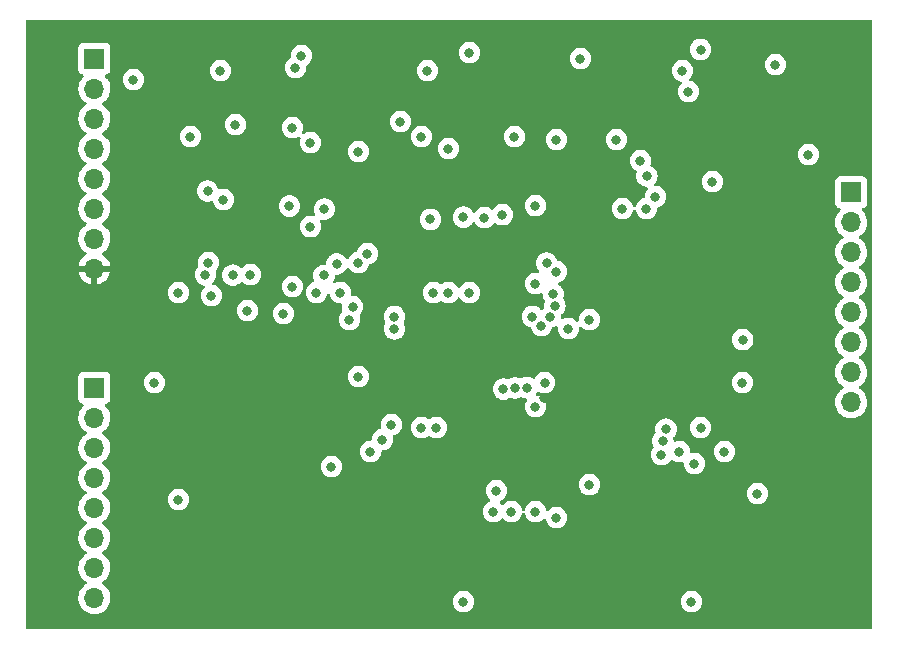
<source format=gbr>
%TF.GenerationSoftware,KiCad,Pcbnew,(6.0.0-0)*%
%TF.CreationDate,2022-10-19T23:32:27-04:00*%
%TF.ProjectId,new-interrupt-handler,6e65772d-696e-4746-9572-727570742d68,rev?*%
%TF.SameCoordinates,Original*%
%TF.FileFunction,Copper,L3,Inr*%
%TF.FilePolarity,Positive*%
%FSLAX46Y46*%
G04 Gerber Fmt 4.6, Leading zero omitted, Abs format (unit mm)*
G04 Created by KiCad (PCBNEW (6.0.0-0)) date 2022-10-19 23:32:27*
%MOMM*%
%LPD*%
G01*
G04 APERTURE LIST*
%TA.AperFunction,ComponentPad*%
%ADD10R,1.700000X1.700000*%
%TD*%
%TA.AperFunction,ComponentPad*%
%ADD11O,1.700000X1.700000*%
%TD*%
%TA.AperFunction,ViaPad*%
%ADD12C,0.800000*%
%TD*%
G04 APERTURE END LIST*
D10*
%TO.N,~{IRQ7}*%
%TO.C,J3*%
X152714000Y-91325000D03*
D11*
%TO.N,~{IRQ6}*%
X152714000Y-93865000D03*
%TO.N,~{IRQ5}*%
X152714000Y-96405000D03*
%TO.N,~{IRQ4}*%
X152714000Y-98945000D03*
%TO.N,~{IRQ3}*%
X152714000Y-101485000D03*
%TO.N,~{IRQ2}*%
X152714000Y-104025000D03*
%TO.N,~{IRQ1}*%
X152714000Y-106565000D03*
%TO.N,~{IRQ0}*%
X152714000Y-109105000D03*
%TD*%
D10*
%TO.N,~{IREQ}*%
%TO.C,J1*%
X88636000Y-80010000D03*
D11*
%TO.N,~{WRITE}*%
X88636000Y-82550000D03*
%TO.N,~{READ}*%
X88636000Y-85090000D03*
%TO.N,REG_SEL*%
X88636000Y-87630000D03*
%TO.N,~{EN}*%
X88636000Y-90170000D03*
%TO.N,CLOCK*%
X88636000Y-92710000D03*
%TO.N,GND*%
X88636000Y-95250000D03*
%TO.N,VCC*%
X88636000Y-97790000D03*
%TD*%
D10*
%TO.N,BUS7*%
%TO.C,J2*%
X88636000Y-107885000D03*
D11*
%TO.N,BUS6*%
X88636000Y-110425000D03*
%TO.N,BUS5*%
X88636000Y-112965000D03*
%TO.N,BUS4*%
X88636000Y-115505000D03*
%TO.N,BUS3*%
X88636000Y-118045000D03*
%TO.N,BUS2*%
X88636000Y-120585000D03*
%TO.N,BUS1*%
X88636000Y-123125000D03*
%TO.N,BUS0*%
X88636000Y-125665000D03*
%TD*%
D12*
%TO.N,~{READ}*%
X91948000Y-81788000D03*
%TO.N,CLOCK*%
X143510000Y-107442000D03*
%TO.N,GND*%
X143528020Y-103802955D03*
X125730000Y-101854000D03*
X116840000Y-81026000D03*
X99314000Y-81026000D03*
X108712000Y-114554000D03*
X119888000Y-125984000D03*
X93726000Y-107442000D03*
X130556000Y-116078000D03*
X110998000Y-87884000D03*
X127762000Y-86868000D03*
X126750299Y-107446299D03*
X122682000Y-116586000D03*
X130556000Y-102108000D03*
X95758000Y-117348000D03*
X118618000Y-87630000D03*
X110236000Y-102108000D03*
X120396000Y-99822000D03*
X120396000Y-79502000D03*
X144780000Y-116840000D03*
X101597851Y-101348149D03*
X139192000Y-125984000D03*
X149098000Y-88138000D03*
X106934000Y-87122000D03*
X116332000Y-86614000D03*
X132842000Y-86868000D03*
%TO.N,VCC*%
X97282000Y-93980000D03*
X104140000Y-94996000D03*
X137164299Y-117606299D03*
X120396000Y-81280000D03*
X126746000Y-108712000D03*
X115570000Y-112738500D03*
X97282000Y-107696000D03*
X130302000Y-94742000D03*
X114558299Y-94483701D03*
X94488000Y-90170000D03*
X96520000Y-82804000D03*
X112268000Y-81788000D03*
%TO.N,/~{EN_IRQ0}*%
X123190000Y-93218000D03*
X98217577Y-91227068D03*
%TO.N,/~{EN_IRQ1}*%
X121666000Y-93472000D03*
X99568000Y-91948000D03*
%TO.N,/~{EN_IRQ2}*%
X119888000Y-93434500D03*
X108114358Y-92756660D03*
%TO.N,/~{EN_IRQ3}*%
X105156000Y-92493500D03*
X117094000Y-93630011D03*
%TO.N,/IRQMASK3*%
X98044000Y-98298000D03*
X100367524Y-98344123D03*
%TO.N,BUS2*%
X113030000Y-112268000D03*
X125259500Y-107869667D03*
%TO.N,BUS1*%
X124260145Y-107886800D03*
X113792000Y-110998000D03*
%TO.N,BUS0*%
X123265720Y-107987413D03*
X117602000Y-111252000D03*
%TO.N,BUS3*%
X125984000Y-109474000D03*
X112014000Y-113284000D03*
%TO.N,~{IRQ7}*%
X106934002Y-94234000D03*
X126930364Y-97319500D03*
%TO.N,~{IRQ6}*%
X109157245Y-97404046D03*
X127762000Y-98044000D03*
%TO.N,~{IRQ5}*%
X125984000Y-99060000D03*
X107442001Y-99822001D03*
%TO.N,~{IRQ4}*%
X104648000Y-101600000D03*
X127490766Y-99934758D03*
%TO.N,~{IRQ3}*%
X98298000Y-97282000D03*
X127623694Y-100925382D03*
%TO.N,~{IRQ2}*%
X101854000Y-98298000D03*
X127254000Y-101854000D03*
%TO.N,~{IRQ1}*%
X126492000Y-102616000D03*
X98552000Y-100076000D03*
%TO.N,~{IRQ0}*%
X95758000Y-99822000D03*
X128778000Y-102870000D03*
%TO.N,/IRQMASK6*%
X110500588Y-101017000D03*
X108077000Y-98372999D03*
%TO.N,/~{EN_IRQ4}*%
X114046000Y-101854000D03*
X105410000Y-99314000D03*
%TO.N,/~{EN_IRQ5}*%
X109474000Y-99822000D03*
X114046000Y-102887457D03*
%TO.N,/~{EN_IRQ6}*%
X110998000Y-97282000D03*
X117348000Y-99822000D03*
%TO.N,/~{EN_IRQ7}*%
X111760000Y-96520000D03*
X118618000Y-99822000D03*
%TO.N,/AI2*%
X134874000Y-88646000D03*
X136652000Y-113538000D03*
%TO.N,/AI1*%
X136774700Y-112390700D03*
X135419429Y-89948725D03*
%TO.N,Net-(U2-Pad3)*%
X114554000Y-85344000D03*
X105410000Y-85852000D03*
%TO.N,/P3*%
X138938000Y-82804000D03*
X124206000Y-86614000D03*
%TO.N,/P2*%
X129794000Y-80010000D03*
X138430000Y-81026000D03*
%TO.N,/P0*%
X133350000Y-92710000D03*
X146304000Y-80518000D03*
X135382000Y-92710000D03*
X139958299Y-79243701D03*
%TO.N,/IP7*%
X141986000Y-113284000D03*
X122428000Y-118364000D03*
%TO.N,/IP6*%
X139446000Y-114300000D03*
X123946637Y-118369363D03*
%TO.N,/IP5*%
X139958299Y-111256299D03*
X125984000Y-118364000D03*
%TO.N,/IP4*%
X138176000Y-113284000D03*
X127757701Y-118876299D03*
%TO.N,/AI0*%
X136144000Y-91694000D03*
X125984000Y-92456000D03*
X137037299Y-111383299D03*
%TO.N,REG_SEL*%
X105664000Y-80772000D03*
%TO.N,~{EN}*%
X100584000Y-85598000D03*
X96774000Y-86614000D03*
%TO.N,~{READ_PORT_ADDR}*%
X116332000Y-111252000D03*
X110998000Y-106934000D03*
%TO.N,~{WRITE_PRIORITY}*%
X140970000Y-90424000D03*
X106172000Y-79756000D03*
%TD*%
%TA.AperFunction,Conductor*%
%TO.N,VCC*%
G36*
X154458121Y-76734002D02*
G01*
X154504614Y-76787658D01*
X154516000Y-76840000D01*
X154516000Y-128164000D01*
X154495998Y-128232121D01*
X154442342Y-128278614D01*
X154390000Y-128290000D01*
X82986000Y-128290000D01*
X82917879Y-128269998D01*
X82871386Y-128216342D01*
X82860000Y-128164000D01*
X82860000Y-125631695D01*
X87273251Y-125631695D01*
X87273548Y-125636848D01*
X87273548Y-125636851D01*
X87279011Y-125731590D01*
X87286110Y-125854715D01*
X87287247Y-125859761D01*
X87287248Y-125859767D01*
X87307119Y-125947939D01*
X87335222Y-126072639D01*
X87419266Y-126279616D01*
X87535987Y-126470088D01*
X87682250Y-126638938D01*
X87854126Y-126781632D01*
X88047000Y-126894338D01*
X88255692Y-126974030D01*
X88260760Y-126975061D01*
X88260763Y-126975062D01*
X88368017Y-126996883D01*
X88474597Y-127018567D01*
X88479772Y-127018757D01*
X88479774Y-127018757D01*
X88692673Y-127026564D01*
X88692677Y-127026564D01*
X88697837Y-127026753D01*
X88702957Y-127026097D01*
X88702959Y-127026097D01*
X88914288Y-126999025D01*
X88914289Y-126999025D01*
X88919416Y-126998368D01*
X88924366Y-126996883D01*
X89128429Y-126935661D01*
X89128434Y-126935659D01*
X89133384Y-126934174D01*
X89333994Y-126835896D01*
X89515860Y-126706173D01*
X89674096Y-126548489D01*
X89733594Y-126465689D01*
X89801435Y-126371277D01*
X89804453Y-126367077D01*
X89903430Y-126166811D01*
X89956978Y-125990565D01*
X89958973Y-125984000D01*
X118974496Y-125984000D01*
X118994458Y-126173928D01*
X119053473Y-126355556D01*
X119056776Y-126361278D01*
X119056777Y-126361279D01*
X119090686Y-126420010D01*
X119148960Y-126520944D01*
X119153378Y-126525851D01*
X119153379Y-126525852D01*
X119177046Y-126552137D01*
X119276747Y-126662866D01*
X119431248Y-126775118D01*
X119437276Y-126777802D01*
X119437278Y-126777803D01*
X119599681Y-126850109D01*
X119605712Y-126852794D01*
X119699112Y-126872647D01*
X119786056Y-126891128D01*
X119786061Y-126891128D01*
X119792513Y-126892500D01*
X119983487Y-126892500D01*
X119989939Y-126891128D01*
X119989944Y-126891128D01*
X120076888Y-126872647D01*
X120170288Y-126852794D01*
X120176319Y-126850109D01*
X120338722Y-126777803D01*
X120338724Y-126777802D01*
X120344752Y-126775118D01*
X120499253Y-126662866D01*
X120598954Y-126552137D01*
X120622621Y-126525852D01*
X120622622Y-126525851D01*
X120627040Y-126520944D01*
X120685314Y-126420010D01*
X120719223Y-126361279D01*
X120719224Y-126361278D01*
X120722527Y-126355556D01*
X120781542Y-126173928D01*
X120801504Y-125984000D01*
X138278496Y-125984000D01*
X138298458Y-126173928D01*
X138357473Y-126355556D01*
X138360776Y-126361278D01*
X138360777Y-126361279D01*
X138394686Y-126420010D01*
X138452960Y-126520944D01*
X138457378Y-126525851D01*
X138457379Y-126525852D01*
X138481046Y-126552137D01*
X138580747Y-126662866D01*
X138735248Y-126775118D01*
X138741276Y-126777802D01*
X138741278Y-126777803D01*
X138903681Y-126850109D01*
X138909712Y-126852794D01*
X139003112Y-126872647D01*
X139090056Y-126891128D01*
X139090061Y-126891128D01*
X139096513Y-126892500D01*
X139287487Y-126892500D01*
X139293939Y-126891128D01*
X139293944Y-126891128D01*
X139380888Y-126872647D01*
X139474288Y-126852794D01*
X139480319Y-126850109D01*
X139642722Y-126777803D01*
X139642724Y-126777802D01*
X139648752Y-126775118D01*
X139803253Y-126662866D01*
X139902954Y-126552137D01*
X139926621Y-126525852D01*
X139926622Y-126525851D01*
X139931040Y-126520944D01*
X139989314Y-126420010D01*
X140023223Y-126361279D01*
X140023224Y-126361278D01*
X140026527Y-126355556D01*
X140085542Y-126173928D01*
X140105504Y-125984000D01*
X140085542Y-125794072D01*
X140026527Y-125612444D01*
X139931040Y-125447056D01*
X139922294Y-125437342D01*
X139807675Y-125310045D01*
X139807674Y-125310044D01*
X139803253Y-125305134D01*
X139687390Y-125220954D01*
X139654094Y-125196763D01*
X139654093Y-125196762D01*
X139648752Y-125192882D01*
X139642724Y-125190198D01*
X139642722Y-125190197D01*
X139480319Y-125117891D01*
X139480318Y-125117891D01*
X139474288Y-125115206D01*
X139380887Y-125095353D01*
X139293944Y-125076872D01*
X139293939Y-125076872D01*
X139287487Y-125075500D01*
X139096513Y-125075500D01*
X139090061Y-125076872D01*
X139090056Y-125076872D01*
X139003113Y-125095353D01*
X138909712Y-125115206D01*
X138903682Y-125117891D01*
X138903681Y-125117891D01*
X138741278Y-125190197D01*
X138741276Y-125190198D01*
X138735248Y-125192882D01*
X138729907Y-125196762D01*
X138729906Y-125196763D01*
X138696610Y-125220954D01*
X138580747Y-125305134D01*
X138576326Y-125310044D01*
X138576325Y-125310045D01*
X138461707Y-125437342D01*
X138452960Y-125447056D01*
X138357473Y-125612444D01*
X138298458Y-125794072D01*
X138278496Y-125984000D01*
X120801504Y-125984000D01*
X120781542Y-125794072D01*
X120722527Y-125612444D01*
X120627040Y-125447056D01*
X120618294Y-125437342D01*
X120503675Y-125310045D01*
X120503674Y-125310044D01*
X120499253Y-125305134D01*
X120383390Y-125220954D01*
X120350094Y-125196763D01*
X120350093Y-125196762D01*
X120344752Y-125192882D01*
X120338724Y-125190198D01*
X120338722Y-125190197D01*
X120176319Y-125117891D01*
X120176318Y-125117891D01*
X120170288Y-125115206D01*
X120076887Y-125095353D01*
X119989944Y-125076872D01*
X119989939Y-125076872D01*
X119983487Y-125075500D01*
X119792513Y-125075500D01*
X119786061Y-125076872D01*
X119786056Y-125076872D01*
X119699113Y-125095353D01*
X119605712Y-125115206D01*
X119599682Y-125117891D01*
X119599681Y-125117891D01*
X119437278Y-125190197D01*
X119437276Y-125190198D01*
X119431248Y-125192882D01*
X119425907Y-125196762D01*
X119425906Y-125196763D01*
X119392610Y-125220954D01*
X119276747Y-125305134D01*
X119272326Y-125310044D01*
X119272325Y-125310045D01*
X119157707Y-125437342D01*
X119148960Y-125447056D01*
X119053473Y-125612444D01*
X118994458Y-125794072D01*
X118974496Y-125984000D01*
X89958973Y-125984000D01*
X89966865Y-125958023D01*
X89966865Y-125958021D01*
X89968370Y-125953069D01*
X89997529Y-125731590D01*
X89999156Y-125665000D01*
X89980852Y-125442361D01*
X89926431Y-125225702D01*
X89837354Y-125020840D01*
X89716014Y-124833277D01*
X89565670Y-124668051D01*
X89561619Y-124664852D01*
X89561615Y-124664848D01*
X89394414Y-124532800D01*
X89394410Y-124532798D01*
X89390359Y-124529598D01*
X89349053Y-124506796D01*
X89299084Y-124456364D01*
X89284312Y-124386921D01*
X89309428Y-124320516D01*
X89336780Y-124293909D01*
X89380603Y-124262650D01*
X89515860Y-124166173D01*
X89674096Y-124008489D01*
X89733594Y-123925689D01*
X89801435Y-123831277D01*
X89804453Y-123827077D01*
X89903430Y-123626811D01*
X89968370Y-123413069D01*
X89997529Y-123191590D01*
X89999156Y-123125000D01*
X89980852Y-122902361D01*
X89926431Y-122685702D01*
X89837354Y-122480840D01*
X89716014Y-122293277D01*
X89565670Y-122128051D01*
X89561619Y-122124852D01*
X89561615Y-122124848D01*
X89394414Y-121992800D01*
X89394410Y-121992798D01*
X89390359Y-121989598D01*
X89349053Y-121966796D01*
X89299084Y-121916364D01*
X89284312Y-121846921D01*
X89309428Y-121780516D01*
X89336780Y-121753909D01*
X89380603Y-121722650D01*
X89515860Y-121626173D01*
X89674096Y-121468489D01*
X89733594Y-121385689D01*
X89801435Y-121291277D01*
X89804453Y-121287077D01*
X89903430Y-121086811D01*
X89968370Y-120873069D01*
X89997529Y-120651590D01*
X89999156Y-120585000D01*
X89980852Y-120362361D01*
X89926431Y-120145702D01*
X89837354Y-119940840D01*
X89716014Y-119753277D01*
X89565670Y-119588051D01*
X89561619Y-119584852D01*
X89561615Y-119584848D01*
X89394414Y-119452800D01*
X89394410Y-119452798D01*
X89390359Y-119449598D01*
X89349053Y-119426796D01*
X89299084Y-119376364D01*
X89284312Y-119306921D01*
X89309428Y-119240516D01*
X89336780Y-119213909D01*
X89380603Y-119182650D01*
X89515860Y-119086173D01*
X89548950Y-119053199D01*
X89617290Y-118985097D01*
X89674096Y-118928489D01*
X89733594Y-118845689D01*
X89801435Y-118751277D01*
X89804453Y-118747077D01*
X89807497Y-118740919D01*
X89901136Y-118551453D01*
X89901137Y-118551451D01*
X89903430Y-118546811D01*
X89957343Y-118369363D01*
X89958972Y-118364000D01*
X121514496Y-118364000D01*
X121515186Y-118370565D01*
X121529289Y-118504743D01*
X121534458Y-118553928D01*
X121593473Y-118735556D01*
X121596776Y-118741278D01*
X121596777Y-118741279D01*
X121630686Y-118800010D01*
X121688960Y-118900944D01*
X121693378Y-118905851D01*
X121693379Y-118905852D01*
X121767512Y-118988185D01*
X121816747Y-119042866D01*
X121971248Y-119155118D01*
X121977276Y-119157802D01*
X121977278Y-119157803D01*
X122082108Y-119204476D01*
X122145712Y-119232794D01*
X122239112Y-119252647D01*
X122326056Y-119271128D01*
X122326061Y-119271128D01*
X122332513Y-119272500D01*
X122523487Y-119272500D01*
X122529939Y-119271128D01*
X122529944Y-119271128D01*
X122616888Y-119252647D01*
X122710288Y-119232794D01*
X122773892Y-119204476D01*
X122878722Y-119157803D01*
X122878724Y-119157802D01*
X122884752Y-119155118D01*
X123039253Y-119042866D01*
X123091270Y-118985095D01*
X123151713Y-118947857D01*
X123222697Y-118949208D01*
X123278539Y-118985097D01*
X123335384Y-119048229D01*
X123489885Y-119160481D01*
X123495913Y-119163165D01*
X123495915Y-119163166D01*
X123652303Y-119232794D01*
X123664349Y-119238157D01*
X123736899Y-119253578D01*
X123844693Y-119276491D01*
X123844698Y-119276491D01*
X123851150Y-119277863D01*
X124042124Y-119277863D01*
X124048576Y-119276491D01*
X124048581Y-119276491D01*
X124156375Y-119253578D01*
X124228925Y-119238157D01*
X124240971Y-119232794D01*
X124397359Y-119163166D01*
X124397361Y-119163165D01*
X124403389Y-119160481D01*
X124557890Y-119048229D01*
X124614734Y-118985097D01*
X124681258Y-118911215D01*
X124681259Y-118911214D01*
X124685677Y-118906307D01*
X124781164Y-118740919D01*
X124840179Y-118559291D01*
X124840869Y-118552727D01*
X124842243Y-118546263D01*
X124844568Y-118546757D01*
X124867446Y-118491132D01*
X124925662Y-118450494D01*
X124996607Y-118447782D01*
X125057756Y-118483856D01*
X125088999Y-118543746D01*
X125089768Y-118547363D01*
X125090458Y-118553928D01*
X125149473Y-118735556D01*
X125152776Y-118741278D01*
X125152777Y-118741279D01*
X125186686Y-118800010D01*
X125244960Y-118900944D01*
X125249378Y-118905851D01*
X125249379Y-118905852D01*
X125323512Y-118988185D01*
X125372747Y-119042866D01*
X125527248Y-119155118D01*
X125533276Y-119157802D01*
X125533278Y-119157803D01*
X125638108Y-119204476D01*
X125701712Y-119232794D01*
X125795112Y-119252647D01*
X125882056Y-119271128D01*
X125882061Y-119271128D01*
X125888513Y-119272500D01*
X126079487Y-119272500D01*
X126085939Y-119271128D01*
X126085944Y-119271128D01*
X126172888Y-119252647D01*
X126266288Y-119232794D01*
X126329892Y-119204476D01*
X126434722Y-119157803D01*
X126434724Y-119157802D01*
X126440752Y-119155118D01*
X126595253Y-119042866D01*
X126644488Y-118988185D01*
X126704934Y-118950945D01*
X126775918Y-118952297D01*
X126834902Y-118991810D01*
X126860947Y-119053443D01*
X126862095Y-119053199D01*
X126863362Y-119059159D01*
X126863434Y-119059330D01*
X126864159Y-119066227D01*
X126923174Y-119247855D01*
X127018661Y-119413243D01*
X127023079Y-119418150D01*
X127023080Y-119418151D01*
X127051395Y-119449598D01*
X127146448Y-119555165D01*
X127300949Y-119667417D01*
X127306977Y-119670101D01*
X127306979Y-119670102D01*
X127469382Y-119742408D01*
X127475413Y-119745093D01*
X127568814Y-119764946D01*
X127655757Y-119783427D01*
X127655762Y-119783427D01*
X127662214Y-119784799D01*
X127853188Y-119784799D01*
X127859640Y-119783427D01*
X127859645Y-119783427D01*
X127946588Y-119764946D01*
X128039989Y-119745093D01*
X128046020Y-119742408D01*
X128208423Y-119670102D01*
X128208425Y-119670101D01*
X128214453Y-119667417D01*
X128368954Y-119555165D01*
X128464007Y-119449598D01*
X128492322Y-119418151D01*
X128492323Y-119418150D01*
X128496741Y-119413243D01*
X128592228Y-119247855D01*
X128651243Y-119066227D01*
X128653699Y-119042866D01*
X128670515Y-118882864D01*
X128671205Y-118876299D01*
X128658065Y-118751277D01*
X128651933Y-118692934D01*
X128651933Y-118692932D01*
X128651243Y-118686371D01*
X128592228Y-118504743D01*
X128559342Y-118447782D01*
X128510970Y-118364000D01*
X128496741Y-118339355D01*
X128368954Y-118197433D01*
X128214453Y-118085181D01*
X128208425Y-118082497D01*
X128208423Y-118082496D01*
X128046020Y-118010190D01*
X128046019Y-118010190D01*
X128039989Y-118007505D01*
X127942209Y-117986721D01*
X127859645Y-117969171D01*
X127859640Y-117969171D01*
X127853188Y-117967799D01*
X127662214Y-117967799D01*
X127655762Y-117969171D01*
X127655757Y-117969171D01*
X127573193Y-117986721D01*
X127475413Y-118007505D01*
X127469383Y-118010190D01*
X127469382Y-118010190D01*
X127306979Y-118082496D01*
X127306977Y-118082497D01*
X127300949Y-118085181D01*
X127146448Y-118197433D01*
X127142027Y-118202343D01*
X127142026Y-118202344D01*
X127097213Y-118252114D01*
X127036767Y-118289354D01*
X126965783Y-118288002D01*
X126906799Y-118248489D01*
X126880754Y-118186856D01*
X126879606Y-118187100D01*
X126878339Y-118181140D01*
X126878267Y-118180969D01*
X126877542Y-118174072D01*
X126818527Y-117992444D01*
X126723040Y-117827056D01*
X126714294Y-117817342D01*
X126599675Y-117690045D01*
X126599674Y-117690044D01*
X126595253Y-117685134D01*
X126453475Y-117582126D01*
X126446094Y-117576763D01*
X126446093Y-117576762D01*
X126440752Y-117572882D01*
X126434724Y-117570198D01*
X126434722Y-117570197D01*
X126272319Y-117497891D01*
X126272318Y-117497891D01*
X126266288Y-117495206D01*
X126172887Y-117475353D01*
X126085944Y-117456872D01*
X126085939Y-117456872D01*
X126079487Y-117455500D01*
X125888513Y-117455500D01*
X125882061Y-117456872D01*
X125882056Y-117456872D01*
X125795113Y-117475353D01*
X125701712Y-117495206D01*
X125695682Y-117497891D01*
X125695681Y-117497891D01*
X125533278Y-117570197D01*
X125533276Y-117570198D01*
X125527248Y-117572882D01*
X125521907Y-117576762D01*
X125521906Y-117576763D01*
X125514525Y-117582126D01*
X125372747Y-117685134D01*
X125368326Y-117690044D01*
X125368325Y-117690045D01*
X125253707Y-117817342D01*
X125244960Y-117827056D01*
X125149473Y-117992444D01*
X125090458Y-118174072D01*
X125089768Y-118180635D01*
X125088394Y-118187100D01*
X125086069Y-118186606D01*
X125063191Y-118242231D01*
X125004975Y-118282869D01*
X124934030Y-118285581D01*
X124872881Y-118249507D01*
X124841638Y-118189617D01*
X124840869Y-118186000D01*
X124840179Y-118179435D01*
X124781164Y-117997807D01*
X124774764Y-117986721D01*
X124688978Y-117838137D01*
X124685677Y-117832419D01*
X124643437Y-117785506D01*
X124562312Y-117695408D01*
X124562311Y-117695407D01*
X124557890Y-117690497D01*
X124403389Y-117578245D01*
X124397361Y-117575561D01*
X124397359Y-117575560D01*
X124234956Y-117503254D01*
X124234955Y-117503254D01*
X124228925Y-117500569D01*
X124135524Y-117480716D01*
X124048581Y-117462235D01*
X124048576Y-117462235D01*
X124042124Y-117460863D01*
X123851150Y-117460863D01*
X123844698Y-117462235D01*
X123844693Y-117462235D01*
X123757750Y-117480716D01*
X123664349Y-117500569D01*
X123658319Y-117503254D01*
X123658318Y-117503254D01*
X123495915Y-117575560D01*
X123495913Y-117575561D01*
X123489885Y-117578245D01*
X123335384Y-117690497D01*
X123283367Y-117748268D01*
X123222924Y-117785506D01*
X123151940Y-117784155D01*
X123096097Y-117748266D01*
X123095073Y-117747128D01*
X123039253Y-117685134D01*
X122990752Y-117649896D01*
X122947400Y-117593674D01*
X122941325Y-117522938D01*
X122974457Y-117460146D01*
X123013566Y-117432854D01*
X123132722Y-117379803D01*
X123132724Y-117379802D01*
X123138752Y-117377118D01*
X123169794Y-117354565D01*
X123194157Y-117336864D01*
X123293253Y-117264866D01*
X123335796Y-117217617D01*
X123416621Y-117127852D01*
X123416622Y-117127851D01*
X123421040Y-117122944D01*
X123516527Y-116957556D01*
X123575542Y-116775928D01*
X123577138Y-116760749D01*
X123594814Y-116592565D01*
X123595504Y-116586000D01*
X123584280Y-116479206D01*
X123576232Y-116402635D01*
X123576232Y-116402633D01*
X123575542Y-116396072D01*
X123516527Y-116214444D01*
X123437751Y-116078000D01*
X129642496Y-116078000D01*
X129643186Y-116084565D01*
X129650826Y-116157251D01*
X129662458Y-116267928D01*
X129721473Y-116449556D01*
X129816960Y-116614944D01*
X129821378Y-116619851D01*
X129821379Y-116619852D01*
X129865753Y-116669134D01*
X129944747Y-116756866D01*
X130006370Y-116801638D01*
X130075232Y-116851669D01*
X130099248Y-116869118D01*
X130105276Y-116871802D01*
X130105278Y-116871803D01*
X130267681Y-116944109D01*
X130273712Y-116946794D01*
X130367112Y-116966647D01*
X130454056Y-116985128D01*
X130454061Y-116985128D01*
X130460513Y-116986500D01*
X130651487Y-116986500D01*
X130657939Y-116985128D01*
X130657944Y-116985128D01*
X130744888Y-116966647D01*
X130838288Y-116946794D01*
X130844319Y-116944109D01*
X131006722Y-116871803D01*
X131006724Y-116871802D01*
X131012752Y-116869118D01*
X131036769Y-116851669D01*
X131052830Y-116840000D01*
X143866496Y-116840000D01*
X143867186Y-116846565D01*
X143881894Y-116986500D01*
X143886458Y-117029928D01*
X143945473Y-117211556D01*
X144040960Y-117376944D01*
X144045378Y-117381851D01*
X144045379Y-117381852D01*
X144146208Y-117493834D01*
X144168747Y-117518866D01*
X144323248Y-117631118D01*
X144329276Y-117633802D01*
X144329278Y-117633803D01*
X144456616Y-117690497D01*
X144497712Y-117708794D01*
X144591113Y-117728647D01*
X144678056Y-117747128D01*
X144678061Y-117747128D01*
X144684513Y-117748500D01*
X144875487Y-117748500D01*
X144881939Y-117747128D01*
X144881944Y-117747128D01*
X144968887Y-117728647D01*
X145062288Y-117708794D01*
X145103384Y-117690497D01*
X145230722Y-117633803D01*
X145230724Y-117633802D01*
X145236752Y-117631118D01*
X145391253Y-117518866D01*
X145413792Y-117493834D01*
X145514621Y-117381852D01*
X145514622Y-117381851D01*
X145519040Y-117376944D01*
X145614527Y-117211556D01*
X145673542Y-117029928D01*
X145678107Y-116986500D01*
X145692814Y-116846565D01*
X145693504Y-116840000D01*
X145686770Y-116775928D01*
X145674232Y-116656635D01*
X145674232Y-116656633D01*
X145673542Y-116650072D01*
X145614527Y-116468444D01*
X145519040Y-116303056D01*
X145493064Y-116274206D01*
X145395675Y-116166045D01*
X145395674Y-116166044D01*
X145391253Y-116161134D01*
X145276829Y-116078000D01*
X145242094Y-116052763D01*
X145242093Y-116052762D01*
X145236752Y-116048882D01*
X145230724Y-116046198D01*
X145230722Y-116046197D01*
X145068319Y-115973891D01*
X145068318Y-115973891D01*
X145062288Y-115971206D01*
X144968888Y-115951353D01*
X144881944Y-115932872D01*
X144881939Y-115932872D01*
X144875487Y-115931500D01*
X144684513Y-115931500D01*
X144678061Y-115932872D01*
X144678056Y-115932872D01*
X144591112Y-115951353D01*
X144497712Y-115971206D01*
X144491682Y-115973891D01*
X144491681Y-115973891D01*
X144329278Y-116046197D01*
X144329276Y-116046198D01*
X144323248Y-116048882D01*
X144317907Y-116052762D01*
X144317906Y-116052763D01*
X144283171Y-116078000D01*
X144168747Y-116161134D01*
X144164326Y-116166044D01*
X144164325Y-116166045D01*
X144066937Y-116274206D01*
X144040960Y-116303056D01*
X143945473Y-116468444D01*
X143886458Y-116650072D01*
X143885768Y-116656633D01*
X143885768Y-116656635D01*
X143873230Y-116775928D01*
X143866496Y-116840000D01*
X131052830Y-116840000D01*
X131105630Y-116801638D01*
X131167253Y-116756866D01*
X131246247Y-116669134D01*
X131290621Y-116619852D01*
X131290622Y-116619851D01*
X131295040Y-116614944D01*
X131390527Y-116449556D01*
X131449542Y-116267928D01*
X131461175Y-116157251D01*
X131468814Y-116084565D01*
X131469504Y-116078000D01*
X131458280Y-115971206D01*
X131450232Y-115894635D01*
X131450232Y-115894633D01*
X131449542Y-115888072D01*
X131390527Y-115706444D01*
X131380772Y-115689547D01*
X131353314Y-115641990D01*
X131295040Y-115541056D01*
X131227966Y-115466562D01*
X131171675Y-115404045D01*
X131171674Y-115404044D01*
X131167253Y-115399134D01*
X131012752Y-115286882D01*
X131006724Y-115284198D01*
X131006722Y-115284197D01*
X130844319Y-115211891D01*
X130844318Y-115211891D01*
X130838288Y-115209206D01*
X130744887Y-115189353D01*
X130657944Y-115170872D01*
X130657939Y-115170872D01*
X130651487Y-115169500D01*
X130460513Y-115169500D01*
X130454061Y-115170872D01*
X130454056Y-115170872D01*
X130367113Y-115189353D01*
X130273712Y-115209206D01*
X130267682Y-115211891D01*
X130267681Y-115211891D01*
X130105278Y-115284197D01*
X130105276Y-115284198D01*
X130099248Y-115286882D01*
X129944747Y-115399134D01*
X129940326Y-115404044D01*
X129940325Y-115404045D01*
X129884035Y-115466562D01*
X129816960Y-115541056D01*
X129758686Y-115641990D01*
X129731229Y-115689547D01*
X129721473Y-115706444D01*
X129662458Y-115888072D01*
X129661768Y-115894633D01*
X129661768Y-115894635D01*
X129653720Y-115971206D01*
X129642496Y-116078000D01*
X123437751Y-116078000D01*
X123421040Y-116049056D01*
X123383003Y-116006811D01*
X123297675Y-115912045D01*
X123297674Y-115912044D01*
X123293253Y-115907134D01*
X123138752Y-115794882D01*
X123132724Y-115792198D01*
X123132722Y-115792197D01*
X122970319Y-115719891D01*
X122970318Y-115719891D01*
X122964288Y-115717206D01*
X122858477Y-115694715D01*
X122783944Y-115678872D01*
X122783939Y-115678872D01*
X122777487Y-115677500D01*
X122586513Y-115677500D01*
X122580061Y-115678872D01*
X122580056Y-115678872D01*
X122505523Y-115694715D01*
X122399712Y-115717206D01*
X122393682Y-115719891D01*
X122393681Y-115719891D01*
X122231278Y-115792197D01*
X122231276Y-115792198D01*
X122225248Y-115794882D01*
X122070747Y-115907134D01*
X122066326Y-115912044D01*
X122066325Y-115912045D01*
X121980998Y-116006811D01*
X121942960Y-116049056D01*
X121847473Y-116214444D01*
X121788458Y-116396072D01*
X121787768Y-116402633D01*
X121787768Y-116402635D01*
X121779720Y-116479206D01*
X121768496Y-116586000D01*
X121769186Y-116592565D01*
X121786863Y-116760749D01*
X121788458Y-116775928D01*
X121847473Y-116957556D01*
X121942960Y-117122944D01*
X121947378Y-117127851D01*
X121947379Y-117127852D01*
X122028204Y-117217617D01*
X122070747Y-117264866D01*
X122119248Y-117300104D01*
X122162600Y-117356326D01*
X122168675Y-117427062D01*
X122135543Y-117489854D01*
X122096434Y-117517146D01*
X121977278Y-117570197D01*
X121977276Y-117570198D01*
X121971248Y-117572882D01*
X121965907Y-117576762D01*
X121965906Y-117576763D01*
X121958525Y-117582126D01*
X121816747Y-117685134D01*
X121812326Y-117690044D01*
X121812325Y-117690045D01*
X121697707Y-117817342D01*
X121688960Y-117827056D01*
X121593473Y-117992444D01*
X121534458Y-118174072D01*
X121533769Y-118180629D01*
X121533768Y-118180635D01*
X121518286Y-118327939D01*
X121514496Y-118364000D01*
X89958972Y-118364000D01*
X89966865Y-118338023D01*
X89966865Y-118338021D01*
X89968370Y-118333069D01*
X89997529Y-118111590D01*
X89997611Y-118108240D01*
X89999074Y-118048365D01*
X89999074Y-118048361D01*
X89999156Y-118045000D01*
X89980852Y-117822361D01*
X89926431Y-117605702D01*
X89837354Y-117400840D01*
X89803170Y-117348000D01*
X94844496Y-117348000D01*
X94845186Y-117354565D01*
X94862883Y-117522938D01*
X94864458Y-117537928D01*
X94923473Y-117719556D01*
X95018960Y-117884944D01*
X95146747Y-118026866D01*
X95301248Y-118139118D01*
X95307276Y-118141802D01*
X95307278Y-118141803D01*
X95469681Y-118214109D01*
X95475712Y-118216794D01*
X95560023Y-118234715D01*
X95656056Y-118255128D01*
X95656061Y-118255128D01*
X95662513Y-118256500D01*
X95853487Y-118256500D01*
X95859939Y-118255128D01*
X95859944Y-118255128D01*
X95955977Y-118234715D01*
X96040288Y-118216794D01*
X96046319Y-118214109D01*
X96208722Y-118141803D01*
X96208724Y-118141802D01*
X96214752Y-118139118D01*
X96369253Y-118026866D01*
X96497040Y-117884944D01*
X96592527Y-117719556D01*
X96651542Y-117537928D01*
X96653118Y-117522938D01*
X96670814Y-117354565D01*
X96671504Y-117348000D01*
X96666470Y-117300103D01*
X96652232Y-117164635D01*
X96652232Y-117164633D01*
X96651542Y-117158072D01*
X96592527Y-116976444D01*
X96497040Y-116811056D01*
X96471064Y-116782206D01*
X96373675Y-116674045D01*
X96373674Y-116674044D01*
X96369253Y-116669134D01*
X96254829Y-116586000D01*
X96220094Y-116560763D01*
X96220093Y-116560762D01*
X96214752Y-116556882D01*
X96208724Y-116554198D01*
X96208722Y-116554197D01*
X96046319Y-116481891D01*
X96046318Y-116481891D01*
X96040288Y-116479206D01*
X95927721Y-116455279D01*
X95859944Y-116440872D01*
X95859939Y-116440872D01*
X95853487Y-116439500D01*
X95662513Y-116439500D01*
X95656061Y-116440872D01*
X95656056Y-116440872D01*
X95588279Y-116455279D01*
X95475712Y-116479206D01*
X95469682Y-116481891D01*
X95469681Y-116481891D01*
X95307278Y-116554197D01*
X95307276Y-116554198D01*
X95301248Y-116556882D01*
X95295907Y-116560762D01*
X95295906Y-116560763D01*
X95261171Y-116586000D01*
X95146747Y-116669134D01*
X95142326Y-116674044D01*
X95142325Y-116674045D01*
X95044937Y-116782206D01*
X95018960Y-116811056D01*
X94923473Y-116976444D01*
X94864458Y-117158072D01*
X94863768Y-117164633D01*
X94863768Y-117164635D01*
X94849530Y-117300103D01*
X94844496Y-117348000D01*
X89803170Y-117348000D01*
X89772184Y-117300103D01*
X89718822Y-117217617D01*
X89718820Y-117217614D01*
X89716014Y-117213277D01*
X89565670Y-117048051D01*
X89561619Y-117044852D01*
X89561615Y-117044848D01*
X89394414Y-116912800D01*
X89394410Y-116912798D01*
X89390359Y-116909598D01*
X89349053Y-116886796D01*
X89299084Y-116836364D01*
X89284312Y-116766921D01*
X89309428Y-116700516D01*
X89336780Y-116673909D01*
X89380603Y-116642650D01*
X89515860Y-116546173D01*
X89674096Y-116388489D01*
X89733594Y-116305689D01*
X89801435Y-116211277D01*
X89804453Y-116207077D01*
X89827160Y-116161134D01*
X89901136Y-116011453D01*
X89901137Y-116011451D01*
X89903430Y-116006811D01*
X89968370Y-115793069D01*
X89997529Y-115571590D01*
X89997611Y-115568240D01*
X89999074Y-115508365D01*
X89999074Y-115508361D01*
X89999156Y-115505000D01*
X89980852Y-115282361D01*
X89926431Y-115065702D01*
X89837354Y-114860840D01*
X89761720Y-114743928D01*
X89718822Y-114677617D01*
X89718820Y-114677614D01*
X89716014Y-114673277D01*
X89607480Y-114554000D01*
X107798496Y-114554000D01*
X107799186Y-114560565D01*
X107811489Y-114677617D01*
X107818458Y-114743928D01*
X107877473Y-114925556D01*
X107972960Y-115090944D01*
X108100747Y-115232866D01*
X108255248Y-115345118D01*
X108261276Y-115347802D01*
X108261278Y-115347803D01*
X108423681Y-115420109D01*
X108429712Y-115422794D01*
X108523112Y-115442647D01*
X108610056Y-115461128D01*
X108610061Y-115461128D01*
X108616513Y-115462500D01*
X108807487Y-115462500D01*
X108813939Y-115461128D01*
X108813944Y-115461128D01*
X108900888Y-115442647D01*
X108994288Y-115422794D01*
X109000319Y-115420109D01*
X109162722Y-115347803D01*
X109162724Y-115347802D01*
X109168752Y-115345118D01*
X109323253Y-115232866D01*
X109451040Y-115090944D01*
X109546527Y-114925556D01*
X109605542Y-114743928D01*
X109612512Y-114677617D01*
X109624814Y-114560565D01*
X109625504Y-114554000D01*
X109617992Y-114482530D01*
X109606232Y-114370635D01*
X109606232Y-114370633D01*
X109605542Y-114364072D01*
X109546527Y-114182444D01*
X109542873Y-114176114D01*
X109481160Y-114069226D01*
X109451040Y-114017056D01*
X109405744Y-113966749D01*
X109327675Y-113880045D01*
X109327674Y-113880044D01*
X109323253Y-113875134D01*
X109168752Y-113762882D01*
X109162724Y-113760198D01*
X109162722Y-113760197D01*
X109000319Y-113687891D01*
X109000318Y-113687891D01*
X108994288Y-113685206D01*
X108881721Y-113661279D01*
X108813944Y-113646872D01*
X108813939Y-113646872D01*
X108807487Y-113645500D01*
X108616513Y-113645500D01*
X108610061Y-113646872D01*
X108610056Y-113646872D01*
X108542279Y-113661279D01*
X108429712Y-113685206D01*
X108423682Y-113687891D01*
X108423681Y-113687891D01*
X108261278Y-113760197D01*
X108261276Y-113760198D01*
X108255248Y-113762882D01*
X108100747Y-113875134D01*
X108096326Y-113880044D01*
X108096325Y-113880045D01*
X108018257Y-113966749D01*
X107972960Y-114017056D01*
X107942840Y-114069226D01*
X107881128Y-114176114D01*
X107877473Y-114182444D01*
X107818458Y-114364072D01*
X107817768Y-114370633D01*
X107817768Y-114370635D01*
X107806008Y-114482530D01*
X107798496Y-114554000D01*
X89607480Y-114554000D01*
X89565670Y-114508051D01*
X89561619Y-114504852D01*
X89561615Y-114504848D01*
X89394414Y-114372800D01*
X89394410Y-114372798D01*
X89390359Y-114369598D01*
X89349053Y-114346796D01*
X89299084Y-114296364D01*
X89284312Y-114226921D01*
X89309428Y-114160516D01*
X89336780Y-114133909D01*
X89380603Y-114102650D01*
X89515860Y-114006173D01*
X89674096Y-113848489D01*
X89733594Y-113765689D01*
X89801435Y-113671277D01*
X89804453Y-113667077D01*
X89827160Y-113621134D01*
X89901136Y-113471453D01*
X89901137Y-113471451D01*
X89903430Y-113466811D01*
X89957353Y-113289329D01*
X89958972Y-113284000D01*
X111100496Y-113284000D01*
X111101186Y-113290565D01*
X111115824Y-113429834D01*
X111120458Y-113473928D01*
X111179473Y-113655556D01*
X111182776Y-113661278D01*
X111182777Y-113661279D01*
X111195799Y-113683834D01*
X111274960Y-113820944D01*
X111279378Y-113825851D01*
X111279379Y-113825852D01*
X111366600Y-113922721D01*
X111402747Y-113962866D01*
X111557248Y-114075118D01*
X111563276Y-114077802D01*
X111563278Y-114077803D01*
X111650497Y-114116635D01*
X111731712Y-114152794D01*
X111825112Y-114172647D01*
X111912056Y-114191128D01*
X111912061Y-114191128D01*
X111918513Y-114192500D01*
X112109487Y-114192500D01*
X112115939Y-114191128D01*
X112115944Y-114191128D01*
X112202888Y-114172647D01*
X112296288Y-114152794D01*
X112377503Y-114116635D01*
X112464722Y-114077803D01*
X112464724Y-114077802D01*
X112470752Y-114075118D01*
X112625253Y-113962866D01*
X112661400Y-113922721D01*
X112748621Y-113825852D01*
X112748622Y-113825851D01*
X112753040Y-113820944D01*
X112832201Y-113683834D01*
X112845223Y-113661279D01*
X112845224Y-113661278D01*
X112848527Y-113655556D01*
X112886724Y-113538000D01*
X135738496Y-113538000D01*
X135739186Y-113544565D01*
X135753824Y-113683834D01*
X135758458Y-113727928D01*
X135817473Y-113909556D01*
X135912960Y-114074944D01*
X135917378Y-114079851D01*
X135917379Y-114079852D01*
X136017572Y-114191128D01*
X136040747Y-114216866D01*
X136102370Y-114261638D01*
X136171232Y-114311669D01*
X136195248Y-114329118D01*
X136201276Y-114331802D01*
X136201278Y-114331803D01*
X136363681Y-114404109D01*
X136369712Y-114406794D01*
X136463112Y-114426647D01*
X136550056Y-114445128D01*
X136550061Y-114445128D01*
X136556513Y-114446500D01*
X136747487Y-114446500D01*
X136753939Y-114445128D01*
X136753944Y-114445128D01*
X136840888Y-114426647D01*
X136934288Y-114406794D01*
X136940319Y-114404109D01*
X137102722Y-114331803D01*
X137102724Y-114331802D01*
X137108752Y-114329118D01*
X137132769Y-114311669D01*
X137201630Y-114261638D01*
X137263253Y-114216866D01*
X137286428Y-114191128D01*
X137386621Y-114079852D01*
X137386622Y-114079851D01*
X137391040Y-114074944D01*
X137417990Y-114028265D01*
X137469372Y-113979272D01*
X137539086Y-113965836D01*
X137601170Y-113989329D01*
X137654761Y-114028265D01*
X137719248Y-114075118D01*
X137725276Y-114077802D01*
X137725278Y-114077803D01*
X137812497Y-114116635D01*
X137893712Y-114152794D01*
X137987112Y-114172647D01*
X138074056Y-114191128D01*
X138074061Y-114191128D01*
X138080513Y-114192500D01*
X138271487Y-114192500D01*
X138289465Y-114188679D01*
X138380990Y-114169225D01*
X138451780Y-114174627D01*
X138508413Y-114217444D01*
X138532906Y-114284082D01*
X138533186Y-114292472D01*
X138533186Y-114293435D01*
X138532496Y-114300000D01*
X138533186Y-114306565D01*
X138547894Y-114446500D01*
X138552458Y-114489928D01*
X138611473Y-114671556D01*
X138706960Y-114836944D01*
X138711378Y-114841851D01*
X138711379Y-114841852D01*
X138830325Y-114973955D01*
X138834747Y-114978866D01*
X138989248Y-115091118D01*
X138995276Y-115093802D01*
X138995278Y-115093803D01*
X139157681Y-115166109D01*
X139163712Y-115168794D01*
X139257112Y-115188647D01*
X139344056Y-115207128D01*
X139344061Y-115207128D01*
X139350513Y-115208500D01*
X139541487Y-115208500D01*
X139547939Y-115207128D01*
X139547944Y-115207128D01*
X139634888Y-115188647D01*
X139728288Y-115168794D01*
X139734319Y-115166109D01*
X139896722Y-115093803D01*
X139896724Y-115093802D01*
X139902752Y-115091118D01*
X140057253Y-114978866D01*
X140061675Y-114973955D01*
X140180621Y-114841852D01*
X140180622Y-114841851D01*
X140185040Y-114836944D01*
X140280527Y-114671556D01*
X140339542Y-114489928D01*
X140344107Y-114446500D01*
X140358814Y-114306565D01*
X140359504Y-114300000D01*
X140352861Y-114236797D01*
X140340232Y-114116635D01*
X140340232Y-114116633D01*
X140339542Y-114110072D01*
X140280527Y-113928444D01*
X140185040Y-113763056D01*
X140159064Y-113734206D01*
X140061675Y-113626045D01*
X140061674Y-113626044D01*
X140057253Y-113621134D01*
X139942829Y-113538000D01*
X139908094Y-113512763D01*
X139908093Y-113512762D01*
X139902752Y-113508882D01*
X139896724Y-113506198D01*
X139896722Y-113506197D01*
X139734319Y-113433891D01*
X139734318Y-113433891D01*
X139728288Y-113431206D01*
X139634887Y-113411353D01*
X139547944Y-113392872D01*
X139547939Y-113392872D01*
X139541487Y-113391500D01*
X139350513Y-113391500D01*
X139344053Y-113392873D01*
X139344054Y-113392873D01*
X139241010Y-113414775D01*
X139170220Y-113409373D01*
X139113587Y-113366556D01*
X139089094Y-113299918D01*
X139088814Y-113291528D01*
X139088814Y-113290565D01*
X139089504Y-113284000D01*
X141072496Y-113284000D01*
X141073186Y-113290565D01*
X141087824Y-113429834D01*
X141092458Y-113473928D01*
X141151473Y-113655556D01*
X141154776Y-113661278D01*
X141154777Y-113661279D01*
X141167799Y-113683834D01*
X141246960Y-113820944D01*
X141251378Y-113825851D01*
X141251379Y-113825852D01*
X141338600Y-113922721D01*
X141374747Y-113962866D01*
X141529248Y-114075118D01*
X141535276Y-114077802D01*
X141535278Y-114077803D01*
X141622497Y-114116635D01*
X141703712Y-114152794D01*
X141797112Y-114172647D01*
X141884056Y-114191128D01*
X141884061Y-114191128D01*
X141890513Y-114192500D01*
X142081487Y-114192500D01*
X142087939Y-114191128D01*
X142087944Y-114191128D01*
X142174888Y-114172647D01*
X142268288Y-114152794D01*
X142349503Y-114116635D01*
X142436722Y-114077803D01*
X142436724Y-114077802D01*
X142442752Y-114075118D01*
X142597253Y-113962866D01*
X142633400Y-113922721D01*
X142720621Y-113825852D01*
X142720622Y-113825851D01*
X142725040Y-113820944D01*
X142804201Y-113683834D01*
X142817223Y-113661279D01*
X142817224Y-113661278D01*
X142820527Y-113655556D01*
X142879542Y-113473928D01*
X142884177Y-113429834D01*
X142898814Y-113290565D01*
X142899504Y-113284000D01*
X142895714Y-113247939D01*
X142880232Y-113100635D01*
X142880232Y-113100633D01*
X142879542Y-113094072D01*
X142820527Y-112912444D01*
X142725040Y-112747056D01*
X142716294Y-112737342D01*
X142601675Y-112610045D01*
X142601674Y-112610044D01*
X142597253Y-112605134D01*
X142481390Y-112520954D01*
X142448094Y-112496763D01*
X142448093Y-112496762D01*
X142442752Y-112492882D01*
X142436724Y-112490198D01*
X142436722Y-112490197D01*
X142274319Y-112417891D01*
X142274318Y-112417891D01*
X142268288Y-112415206D01*
X142174887Y-112395353D01*
X142087944Y-112376872D01*
X142087939Y-112376872D01*
X142081487Y-112375500D01*
X141890513Y-112375500D01*
X141884061Y-112376872D01*
X141884056Y-112376872D01*
X141797113Y-112395353D01*
X141703712Y-112415206D01*
X141697682Y-112417891D01*
X141697681Y-112417891D01*
X141535278Y-112490197D01*
X141535276Y-112490198D01*
X141529248Y-112492882D01*
X141523907Y-112496762D01*
X141523906Y-112496763D01*
X141490610Y-112520954D01*
X141374747Y-112605134D01*
X141370326Y-112610044D01*
X141370325Y-112610045D01*
X141255707Y-112737342D01*
X141246960Y-112747056D01*
X141151473Y-112912444D01*
X141092458Y-113094072D01*
X141091768Y-113100633D01*
X141091768Y-113100635D01*
X141076286Y-113247939D01*
X141072496Y-113284000D01*
X139089504Y-113284000D01*
X139085714Y-113247939D01*
X139070232Y-113100635D01*
X139070232Y-113100633D01*
X139069542Y-113094072D01*
X139010527Y-112912444D01*
X138915040Y-112747056D01*
X138906294Y-112737342D01*
X138791675Y-112610045D01*
X138791674Y-112610044D01*
X138787253Y-112605134D01*
X138671390Y-112520954D01*
X138638094Y-112496763D01*
X138638093Y-112496762D01*
X138632752Y-112492882D01*
X138626724Y-112490198D01*
X138626722Y-112490197D01*
X138464319Y-112417891D01*
X138464318Y-112417891D01*
X138458288Y-112415206D01*
X138364887Y-112395353D01*
X138277944Y-112376872D01*
X138277939Y-112376872D01*
X138271487Y-112375500D01*
X138080513Y-112375500D01*
X138074061Y-112376872D01*
X138074056Y-112376872D01*
X137987113Y-112395353D01*
X137893712Y-112415206D01*
X137887682Y-112417891D01*
X137887681Y-112417891D01*
X137858283Y-112430980D01*
X137787916Y-112440414D01*
X137723619Y-112410308D01*
X137685805Y-112350219D01*
X137681724Y-112329044D01*
X137668932Y-112207341D01*
X137668242Y-112200772D01*
X137666202Y-112194492D01*
X137666200Y-112194485D01*
X137652407Y-112152035D01*
X137650380Y-112081067D01*
X137678604Y-112028789D01*
X137771920Y-111925151D01*
X137771921Y-111925150D01*
X137776339Y-111920243D01*
X137855446Y-111783226D01*
X137868522Y-111760578D01*
X137868523Y-111760577D01*
X137871826Y-111754855D01*
X137930841Y-111573227D01*
X137933888Y-111544242D01*
X137950113Y-111389864D01*
X137950803Y-111383299D01*
X137937455Y-111256299D01*
X139044795Y-111256299D01*
X139064757Y-111446227D01*
X139123772Y-111627855D01*
X139219259Y-111793243D01*
X139223677Y-111798150D01*
X139223678Y-111798151D01*
X139319428Y-111904492D01*
X139347046Y-111935165D01*
X139501547Y-112047417D01*
X139507575Y-112050101D01*
X139507577Y-112050102D01*
X139669980Y-112122408D01*
X139676011Y-112125093D01*
X139769412Y-112144946D01*
X139856355Y-112163427D01*
X139856360Y-112163427D01*
X139862812Y-112164799D01*
X140053786Y-112164799D01*
X140060238Y-112163427D01*
X140060243Y-112163427D01*
X140147186Y-112144946D01*
X140240587Y-112125093D01*
X140246618Y-112122408D01*
X140409021Y-112050102D01*
X140409023Y-112050101D01*
X140415051Y-112047417D01*
X140569552Y-111935165D01*
X140597170Y-111904492D01*
X140692920Y-111798151D01*
X140692921Y-111798150D01*
X140697339Y-111793243D01*
X140792826Y-111627855D01*
X140851841Y-111446227D01*
X140871803Y-111256299D01*
X140863927Y-111181365D01*
X140852531Y-111072934D01*
X140852531Y-111072932D01*
X140851841Y-111066371D01*
X140792826Y-110884743D01*
X140697339Y-110719355D01*
X140589429Y-110599508D01*
X140573974Y-110582344D01*
X140573973Y-110582343D01*
X140569552Y-110577433D01*
X140446789Y-110488240D01*
X140420393Y-110469062D01*
X140420392Y-110469061D01*
X140415051Y-110465181D01*
X140409023Y-110462497D01*
X140409021Y-110462496D01*
X140246618Y-110390190D01*
X140246617Y-110390190D01*
X140240587Y-110387505D01*
X140147186Y-110367652D01*
X140060243Y-110349171D01*
X140060238Y-110349171D01*
X140053786Y-110347799D01*
X139862812Y-110347799D01*
X139856360Y-110349171D01*
X139856355Y-110349171D01*
X139769411Y-110367652D01*
X139676011Y-110387505D01*
X139669981Y-110390190D01*
X139669980Y-110390190D01*
X139507577Y-110462496D01*
X139507575Y-110462497D01*
X139501547Y-110465181D01*
X139496206Y-110469061D01*
X139496205Y-110469062D01*
X139469809Y-110488240D01*
X139347046Y-110577433D01*
X139342625Y-110582343D01*
X139342624Y-110582344D01*
X139327170Y-110599508D01*
X139219259Y-110719355D01*
X139123772Y-110884743D01*
X139064757Y-111066371D01*
X139064067Y-111072932D01*
X139064067Y-111072934D01*
X139052671Y-111181365D01*
X139044795Y-111256299D01*
X137937455Y-111256299D01*
X137930841Y-111193371D01*
X137871826Y-111011743D01*
X137863892Y-110998000D01*
X137779640Y-110852073D01*
X137776339Y-110846355D01*
X137768299Y-110837425D01*
X137652974Y-110709344D01*
X137652973Y-110709343D01*
X137648552Y-110704433D01*
X137494051Y-110592181D01*
X137488023Y-110589497D01*
X137488021Y-110589496D01*
X137325618Y-110517190D01*
X137325617Y-110517190D01*
X137319587Y-110514505D01*
X137196021Y-110488240D01*
X137139243Y-110476171D01*
X137139238Y-110476171D01*
X137132786Y-110474799D01*
X136941812Y-110474799D01*
X136935360Y-110476171D01*
X136935355Y-110476171D01*
X136878577Y-110488240D01*
X136755011Y-110514505D01*
X136748981Y-110517190D01*
X136748980Y-110517190D01*
X136586577Y-110589496D01*
X136586575Y-110589497D01*
X136580547Y-110592181D01*
X136426046Y-110704433D01*
X136421625Y-110709343D01*
X136421624Y-110709344D01*
X136306300Y-110837425D01*
X136298259Y-110846355D01*
X136294958Y-110852073D01*
X136210707Y-110998000D01*
X136202772Y-111011743D01*
X136143757Y-111193371D01*
X136123795Y-111383299D01*
X136124485Y-111389864D01*
X136140711Y-111544242D01*
X136143757Y-111573227D01*
X136145797Y-111579505D01*
X136145799Y-111579514D01*
X136159592Y-111621964D01*
X136161619Y-111692932D01*
X136133395Y-111745210D01*
X136059658Y-111827104D01*
X136035660Y-111853756D01*
X135940173Y-112019144D01*
X135881158Y-112200772D01*
X135880468Y-112207333D01*
X135880468Y-112207335D01*
X135874782Y-112261435D01*
X135861196Y-112390700D01*
X135861886Y-112397265D01*
X135875913Y-112530720D01*
X135881158Y-112580628D01*
X135940173Y-112762256D01*
X135967776Y-112810065D01*
X135984513Y-112879057D01*
X135961293Y-112946149D01*
X135952296Y-112957369D01*
X135912960Y-113001056D01*
X135909657Y-113006777D01*
X135827229Y-113149547D01*
X135817473Y-113166444D01*
X135758458Y-113348072D01*
X135757768Y-113354633D01*
X135757768Y-113354635D01*
X135749720Y-113431206D01*
X135738496Y-113538000D01*
X112886724Y-113538000D01*
X112907542Y-113473928D01*
X112912177Y-113429834D01*
X112926944Y-113289329D01*
X112953957Y-113223673D01*
X113012179Y-113183043D01*
X113052254Y-113176500D01*
X113125487Y-113176500D01*
X113131939Y-113175128D01*
X113131944Y-113175128D01*
X113227977Y-113154715D01*
X113312288Y-113136794D01*
X113408244Y-113094072D01*
X113480722Y-113061803D01*
X113480724Y-113061802D01*
X113486752Y-113059118D01*
X113641253Y-112946866D01*
X113693047Y-112889343D01*
X113764621Y-112809852D01*
X113764622Y-112809851D01*
X113769040Y-112804944D01*
X113864527Y-112639556D01*
X113923542Y-112457928D01*
X113926375Y-112430980D01*
X113942814Y-112274565D01*
X113943504Y-112268000D01*
X113935778Y-112194494D01*
X113924233Y-112084642D01*
X113924232Y-112084638D01*
X113923542Y-112078072D01*
X113912310Y-112043504D01*
X113910282Y-111972538D01*
X113946944Y-111911740D01*
X114005945Y-111881322D01*
X114067824Y-111868169D01*
X114067833Y-111868166D01*
X114074288Y-111866794D01*
X114114596Y-111848848D01*
X114242722Y-111791803D01*
X114242724Y-111791802D01*
X114248752Y-111789118D01*
X114272769Y-111771669D01*
X114355124Y-111711834D01*
X114403253Y-111676866D01*
X114442230Y-111633578D01*
X114526621Y-111539852D01*
X114526622Y-111539851D01*
X114531040Y-111534944D01*
X114609563Y-111398938D01*
X114623223Y-111375279D01*
X114623224Y-111375278D01*
X114626527Y-111369556D01*
X114664724Y-111252000D01*
X115418496Y-111252000D01*
X115419186Y-111258565D01*
X115433940Y-111398938D01*
X115438458Y-111441928D01*
X115497473Y-111623556D01*
X115592960Y-111788944D01*
X115597378Y-111793851D01*
X115597379Y-111793852D01*
X115711182Y-111920243D01*
X115720747Y-111930866D01*
X115875248Y-112043118D01*
X115881276Y-112045802D01*
X115881278Y-112045803D01*
X116010646Y-112103401D01*
X116049712Y-112120794D01*
X116108440Y-112133277D01*
X116230056Y-112159128D01*
X116230061Y-112159128D01*
X116236513Y-112160500D01*
X116427487Y-112160500D01*
X116433939Y-112159128D01*
X116433944Y-112159128D01*
X116555560Y-112133277D01*
X116614288Y-112120794D01*
X116653354Y-112103401D01*
X116782722Y-112045803D01*
X116782724Y-112045802D01*
X116788752Y-112043118D01*
X116892940Y-111967421D01*
X116959806Y-111943563D01*
X117028958Y-111959643D01*
X117041056Y-111967418D01*
X117145248Y-112043118D01*
X117151276Y-112045802D01*
X117151278Y-112045803D01*
X117280646Y-112103401D01*
X117319712Y-112120794D01*
X117378440Y-112133277D01*
X117500056Y-112159128D01*
X117500061Y-112159128D01*
X117506513Y-112160500D01*
X117697487Y-112160500D01*
X117703939Y-112159128D01*
X117703944Y-112159128D01*
X117825560Y-112133277D01*
X117884288Y-112120794D01*
X117923354Y-112103401D01*
X118052722Y-112045803D01*
X118052724Y-112045802D01*
X118058752Y-112043118D01*
X118213253Y-111930866D01*
X118222818Y-111920243D01*
X118336621Y-111793852D01*
X118336622Y-111793851D01*
X118341040Y-111788944D01*
X118436527Y-111623556D01*
X118495542Y-111441928D01*
X118500061Y-111398938D01*
X118514814Y-111258565D01*
X118515504Y-111252000D01*
X118495542Y-111062072D01*
X118436527Y-110880444D01*
X118341040Y-110715056D01*
X118261254Y-110626444D01*
X118217675Y-110578045D01*
X118217674Y-110578044D01*
X118213253Y-110573134D01*
X118096407Y-110488240D01*
X118064094Y-110464763D01*
X118064093Y-110464762D01*
X118058752Y-110460882D01*
X118052724Y-110458198D01*
X118052722Y-110458197D01*
X117890319Y-110385891D01*
X117890318Y-110385891D01*
X117884288Y-110383206D01*
X117790887Y-110363353D01*
X117703944Y-110344872D01*
X117703939Y-110344872D01*
X117697487Y-110343500D01*
X117506513Y-110343500D01*
X117500061Y-110344872D01*
X117500056Y-110344872D01*
X117413113Y-110363353D01*
X117319712Y-110383206D01*
X117313682Y-110385891D01*
X117313681Y-110385891D01*
X117151278Y-110458197D01*
X117151276Y-110458198D01*
X117145248Y-110460882D01*
X117139907Y-110464762D01*
X117139906Y-110464763D01*
X117107593Y-110488240D01*
X117041060Y-110536579D01*
X116974194Y-110560437D01*
X116905042Y-110544357D01*
X116892944Y-110536582D01*
X116826407Y-110488240D01*
X116794094Y-110464763D01*
X116794093Y-110464762D01*
X116788752Y-110460882D01*
X116782724Y-110458198D01*
X116782722Y-110458197D01*
X116620319Y-110385891D01*
X116620318Y-110385891D01*
X116614288Y-110383206D01*
X116520887Y-110363353D01*
X116433944Y-110344872D01*
X116433939Y-110344872D01*
X116427487Y-110343500D01*
X116236513Y-110343500D01*
X116230061Y-110344872D01*
X116230056Y-110344872D01*
X116143113Y-110363353D01*
X116049712Y-110383206D01*
X116043682Y-110385891D01*
X116043681Y-110385891D01*
X115881278Y-110458197D01*
X115881276Y-110458198D01*
X115875248Y-110460882D01*
X115869907Y-110464762D01*
X115869906Y-110464763D01*
X115837593Y-110488240D01*
X115720747Y-110573134D01*
X115716326Y-110578044D01*
X115716325Y-110578045D01*
X115672747Y-110626444D01*
X115592960Y-110715056D01*
X115497473Y-110880444D01*
X115438458Y-111062072D01*
X115418496Y-111252000D01*
X114664724Y-111252000D01*
X114685542Y-111187928D01*
X114705504Y-110998000D01*
X114685542Y-110808072D01*
X114626527Y-110626444D01*
X114616772Y-110609547D01*
X114561107Y-110513133D01*
X114531040Y-110461056D01*
X114487037Y-110412185D01*
X114407675Y-110324045D01*
X114407674Y-110324044D01*
X114403253Y-110319134D01*
X114248752Y-110206882D01*
X114242724Y-110204198D01*
X114242722Y-110204197D01*
X114080319Y-110131891D01*
X114080318Y-110131891D01*
X114074288Y-110129206D01*
X113980888Y-110109353D01*
X113893944Y-110090872D01*
X113893939Y-110090872D01*
X113887487Y-110089500D01*
X113696513Y-110089500D01*
X113690061Y-110090872D01*
X113690056Y-110090872D01*
X113603112Y-110109353D01*
X113509712Y-110129206D01*
X113503682Y-110131891D01*
X113503681Y-110131891D01*
X113341278Y-110204197D01*
X113341276Y-110204198D01*
X113335248Y-110206882D01*
X113180747Y-110319134D01*
X113176326Y-110324044D01*
X113176325Y-110324045D01*
X113096964Y-110412185D01*
X113052960Y-110461056D01*
X113022893Y-110513133D01*
X112967229Y-110609547D01*
X112957473Y-110626444D01*
X112898458Y-110808072D01*
X112878496Y-110998000D01*
X112879186Y-111004565D01*
X112892504Y-111131277D01*
X112898458Y-111187928D01*
X112909690Y-111222496D01*
X112911718Y-111293462D01*
X112875056Y-111354260D01*
X112816055Y-111384678D01*
X112754176Y-111397831D01*
X112754167Y-111397834D01*
X112747712Y-111399206D01*
X112741682Y-111401891D01*
X112741681Y-111401891D01*
X112579278Y-111474197D01*
X112579276Y-111474198D01*
X112573248Y-111476882D01*
X112418747Y-111589134D01*
X112414326Y-111594044D01*
X112414325Y-111594045D01*
X112308268Y-111711834D01*
X112290960Y-111731056D01*
X112242719Y-111814612D01*
X112211798Y-111868169D01*
X112195473Y-111896444D01*
X112136458Y-112078072D01*
X112135769Y-112084631D01*
X112135768Y-112084634D01*
X112117056Y-112262671D01*
X112090043Y-112328327D01*
X112031821Y-112368957D01*
X111991746Y-112375500D01*
X111918513Y-112375500D01*
X111912061Y-112376872D01*
X111912056Y-112376872D01*
X111825113Y-112395353D01*
X111731712Y-112415206D01*
X111725682Y-112417891D01*
X111725681Y-112417891D01*
X111563278Y-112490197D01*
X111563276Y-112490198D01*
X111557248Y-112492882D01*
X111551907Y-112496762D01*
X111551906Y-112496763D01*
X111518610Y-112520954D01*
X111402747Y-112605134D01*
X111398326Y-112610044D01*
X111398325Y-112610045D01*
X111283707Y-112737342D01*
X111274960Y-112747056D01*
X111179473Y-112912444D01*
X111120458Y-113094072D01*
X111119768Y-113100633D01*
X111119768Y-113100635D01*
X111104286Y-113247939D01*
X111100496Y-113284000D01*
X89958972Y-113284000D01*
X89966865Y-113258023D01*
X89966865Y-113258021D01*
X89968370Y-113253069D01*
X89997529Y-113031590D01*
X89999156Y-112965000D01*
X89980852Y-112742361D01*
X89926431Y-112525702D01*
X89837354Y-112320840D01*
X89763924Y-112207335D01*
X89718822Y-112137617D01*
X89718820Y-112137614D01*
X89716014Y-112133277D01*
X89565670Y-111968051D01*
X89561619Y-111964852D01*
X89561615Y-111964848D01*
X89394414Y-111832800D01*
X89394410Y-111832798D01*
X89390359Y-111829598D01*
X89349053Y-111806796D01*
X89299084Y-111756364D01*
X89284312Y-111686921D01*
X89309428Y-111620516D01*
X89336780Y-111593909D01*
X89380603Y-111562650D01*
X89515860Y-111466173D01*
X89674096Y-111308489D01*
X89733594Y-111225689D01*
X89801435Y-111131277D01*
X89804453Y-111127077D01*
X89836581Y-111062072D01*
X89901136Y-110931453D01*
X89901137Y-110931451D01*
X89903430Y-110926811D01*
X89968370Y-110713069D01*
X89997529Y-110491590D01*
X89997939Y-110474799D01*
X89999074Y-110428365D01*
X89999074Y-110428361D01*
X89999156Y-110425000D01*
X89980852Y-110202361D01*
X89926431Y-109985702D01*
X89837354Y-109780840D01*
X89761720Y-109663928D01*
X89718822Y-109597617D01*
X89718820Y-109597614D01*
X89716014Y-109593277D01*
X89712532Y-109589450D01*
X89568798Y-109431488D01*
X89537746Y-109367642D01*
X89546141Y-109297143D01*
X89591317Y-109242375D01*
X89617761Y-109228706D01*
X89724297Y-109188767D01*
X89732705Y-109185615D01*
X89849261Y-109098261D01*
X89936615Y-108981705D01*
X89987745Y-108845316D01*
X89994500Y-108783134D01*
X89994500Y-107442000D01*
X92812496Y-107442000D01*
X92813186Y-107448565D01*
X92830863Y-107616749D01*
X92832458Y-107631928D01*
X92891473Y-107813556D01*
X92894776Y-107819278D01*
X92894777Y-107819279D01*
X92903377Y-107834174D01*
X92986960Y-107978944D01*
X92991378Y-107983851D01*
X92991379Y-107983852D01*
X93100324Y-108104848D01*
X93114747Y-108120866D01*
X93269248Y-108233118D01*
X93275276Y-108235802D01*
X93275278Y-108235803D01*
X93437681Y-108308109D01*
X93443712Y-108310794D01*
X93537113Y-108330647D01*
X93624056Y-108349128D01*
X93624061Y-108349128D01*
X93630513Y-108350500D01*
X93821487Y-108350500D01*
X93827939Y-108349128D01*
X93827944Y-108349128D01*
X93914887Y-108330647D01*
X94008288Y-108310794D01*
X94014319Y-108308109D01*
X94176722Y-108235803D01*
X94176724Y-108235802D01*
X94182752Y-108233118D01*
X94337253Y-108120866D01*
X94351676Y-108104848D01*
X94457415Y-107987413D01*
X122352216Y-107987413D01*
X122372178Y-108177341D01*
X122431193Y-108358969D01*
X122526680Y-108524357D01*
X122531098Y-108529264D01*
X122531099Y-108529265D01*
X122629152Y-108638164D01*
X122654467Y-108666279D01*
X122718372Y-108712709D01*
X122791465Y-108765814D01*
X122808968Y-108778531D01*
X122814996Y-108781215D01*
X122814998Y-108781216D01*
X122977401Y-108853522D01*
X122983432Y-108856207D01*
X123076833Y-108876060D01*
X123163776Y-108894541D01*
X123163781Y-108894541D01*
X123170233Y-108895913D01*
X123361207Y-108895913D01*
X123367659Y-108894541D01*
X123367664Y-108894541D01*
X123454607Y-108876060D01*
X123548008Y-108856207D01*
X123554039Y-108853522D01*
X123716442Y-108781216D01*
X123716444Y-108781215D01*
X123722472Y-108778531D01*
X123739976Y-108765814D01*
X123754042Y-108755594D01*
X123780231Y-108736567D01*
X123847097Y-108712709D01*
X123905540Y-108723397D01*
X123971818Y-108752906D01*
X123971824Y-108752908D01*
X123977857Y-108755594D01*
X124067508Y-108774650D01*
X124158201Y-108793928D01*
X124158206Y-108793928D01*
X124164658Y-108795300D01*
X124355632Y-108795300D01*
X124362084Y-108793928D01*
X124362089Y-108793928D01*
X124452782Y-108774650D01*
X124542433Y-108755594D01*
X124548471Y-108752906D01*
X124710864Y-108680604D01*
X124716897Y-108677918D01*
X124716991Y-108677849D01*
X124783647Y-108661679D01*
X124828900Y-108672428D01*
X124919372Y-108712709D01*
X124943378Y-108723397D01*
X124977212Y-108738461D01*
X125057816Y-108755594D01*
X125148185Y-108774803D01*
X125210659Y-108808532D01*
X125244980Y-108870681D01*
X125240252Y-108941520D01*
X125231107Y-108961050D01*
X125170190Y-109066562D01*
X125149473Y-109102444D01*
X125090458Y-109284072D01*
X125089768Y-109290633D01*
X125089768Y-109290635D01*
X125079541Y-109387939D01*
X125070496Y-109474000D01*
X125071186Y-109480565D01*
X125083489Y-109597617D01*
X125090458Y-109663928D01*
X125149473Y-109845556D01*
X125244960Y-110010944D01*
X125249378Y-110015851D01*
X125249379Y-110015852D01*
X125368325Y-110147955D01*
X125372747Y-110152866D01*
X125527248Y-110265118D01*
X125533276Y-110267802D01*
X125533278Y-110267803D01*
X125676864Y-110331731D01*
X125701712Y-110342794D01*
X125795113Y-110362647D01*
X125882056Y-110381128D01*
X125882061Y-110381128D01*
X125888513Y-110382500D01*
X126079487Y-110382500D01*
X126085939Y-110381128D01*
X126085944Y-110381128D01*
X126172887Y-110362647D01*
X126266288Y-110342794D01*
X126291136Y-110331731D01*
X126434722Y-110267803D01*
X126434724Y-110267802D01*
X126440752Y-110265118D01*
X126595253Y-110152866D01*
X126599675Y-110147955D01*
X126718621Y-110015852D01*
X126718622Y-110015851D01*
X126723040Y-110010944D01*
X126818527Y-109845556D01*
X126877542Y-109663928D01*
X126884512Y-109597617D01*
X126896814Y-109480565D01*
X126897504Y-109474000D01*
X126888459Y-109387939D01*
X126878232Y-109290635D01*
X126878232Y-109290633D01*
X126877542Y-109284072D01*
X126818527Y-109102444D01*
X126800774Y-109071695D01*
X151351251Y-109071695D01*
X151351548Y-109076848D01*
X151351548Y-109076851D01*
X151361092Y-109242375D01*
X151364110Y-109294715D01*
X151365247Y-109299761D01*
X151365248Y-109299767D01*
X151374031Y-109338738D01*
X151413222Y-109512639D01*
X151497266Y-109719616D01*
X151613987Y-109910088D01*
X151760250Y-110078938D01*
X151902869Y-110197342D01*
X151914360Y-110206882D01*
X151932126Y-110221632D01*
X152125000Y-110334338D01*
X152129825Y-110336180D01*
X152129826Y-110336181D01*
X152202612Y-110363975D01*
X152333692Y-110414030D01*
X152338760Y-110415061D01*
X152338763Y-110415062D01*
X152404150Y-110428365D01*
X152552597Y-110458567D01*
X152557772Y-110458757D01*
X152557774Y-110458757D01*
X152770673Y-110466564D01*
X152770677Y-110466564D01*
X152775837Y-110466753D01*
X152780957Y-110466097D01*
X152780959Y-110466097D01*
X152992288Y-110439025D01*
X152992289Y-110439025D01*
X152997416Y-110438368D01*
X153002366Y-110436883D01*
X153206429Y-110375661D01*
X153206434Y-110375659D01*
X153211384Y-110374174D01*
X153411994Y-110275896D01*
X153593860Y-110146173D01*
X153610887Y-110129206D01*
X153748435Y-109992137D01*
X153752096Y-109988489D01*
X153757511Y-109980954D01*
X153879435Y-109811277D01*
X153882453Y-109807077D01*
X153893073Y-109785590D01*
X153979136Y-109611453D01*
X153979137Y-109611451D01*
X153981430Y-109606811D01*
X154046370Y-109393069D01*
X154075529Y-109171590D01*
X154077156Y-109105000D01*
X154058852Y-108882361D01*
X154004431Y-108665702D01*
X153915354Y-108460840D01*
X153846753Y-108354799D01*
X153796822Y-108277617D01*
X153796820Y-108277614D01*
X153794014Y-108273277D01*
X153643670Y-108108051D01*
X153639619Y-108104852D01*
X153639615Y-108104848D01*
X153472414Y-107972800D01*
X153472410Y-107972798D01*
X153468359Y-107969598D01*
X153427053Y-107946796D01*
X153377084Y-107896364D01*
X153362312Y-107826921D01*
X153387428Y-107760516D01*
X153414780Y-107733909D01*
X153458603Y-107702650D01*
X153593860Y-107606173D01*
X153752096Y-107448489D01*
X153811594Y-107365689D01*
X153879435Y-107271277D01*
X153882453Y-107267077D01*
X153886626Y-107258635D01*
X153979136Y-107071453D01*
X153979137Y-107071451D01*
X153981430Y-107066811D01*
X154046370Y-106853069D01*
X154075529Y-106631590D01*
X154076551Y-106589771D01*
X154077074Y-106568365D01*
X154077074Y-106568361D01*
X154077156Y-106565000D01*
X154058852Y-106342361D01*
X154004431Y-106125702D01*
X153915354Y-105920840D01*
X153794014Y-105733277D01*
X153643670Y-105568051D01*
X153639619Y-105564852D01*
X153639615Y-105564848D01*
X153472414Y-105432800D01*
X153472410Y-105432798D01*
X153468359Y-105429598D01*
X153427053Y-105406796D01*
X153377084Y-105356364D01*
X153362312Y-105286921D01*
X153387428Y-105220516D01*
X153414780Y-105193909D01*
X153458603Y-105162650D01*
X153593860Y-105066173D01*
X153752096Y-104908489D01*
X153811594Y-104825689D01*
X153879435Y-104731277D01*
X153882453Y-104727077D01*
X153950106Y-104590192D01*
X153979136Y-104531453D01*
X153979137Y-104531451D01*
X153981430Y-104526811D01*
X154036727Y-104344807D01*
X154044865Y-104318023D01*
X154044865Y-104318021D01*
X154046370Y-104313069D01*
X154075529Y-104091590D01*
X154077156Y-104025000D01*
X154058852Y-103802361D01*
X154004431Y-103585702D01*
X153915354Y-103380840D01*
X153832475Y-103252728D01*
X153796822Y-103197617D01*
X153796820Y-103197614D01*
X153794014Y-103193277D01*
X153643670Y-103028051D01*
X153639619Y-103024852D01*
X153639615Y-103024848D01*
X153472414Y-102892800D01*
X153472410Y-102892798D01*
X153468359Y-102889598D01*
X153427053Y-102866796D01*
X153377084Y-102816364D01*
X153362312Y-102746921D01*
X153387428Y-102680516D01*
X153414780Y-102653909D01*
X153458603Y-102622650D01*
X153593860Y-102526173D01*
X153752096Y-102368489D01*
X153811594Y-102285689D01*
X153879435Y-102191277D01*
X153882453Y-102187077D01*
X153904805Y-102141852D01*
X153979136Y-101991453D01*
X153979137Y-101991451D01*
X153981430Y-101986811D01*
X154035293Y-101809528D01*
X154044865Y-101778023D01*
X154044865Y-101778021D01*
X154046370Y-101773069D01*
X154075529Y-101551590D01*
X154077156Y-101485000D01*
X154058852Y-101262361D01*
X154004431Y-101045702D01*
X153915354Y-100840840D01*
X153844429Y-100731206D01*
X153796822Y-100657617D01*
X153796820Y-100657614D01*
X153794014Y-100653277D01*
X153643670Y-100488051D01*
X153639619Y-100484852D01*
X153639615Y-100484848D01*
X153472414Y-100352800D01*
X153472410Y-100352798D01*
X153468359Y-100349598D01*
X153427053Y-100326796D01*
X153377084Y-100276364D01*
X153362312Y-100206921D01*
X153387428Y-100140516D01*
X153414780Y-100113909D01*
X153477130Y-100069435D01*
X153593860Y-99986173D01*
X153752096Y-99828489D01*
X153761476Y-99815436D01*
X153879435Y-99651277D01*
X153882453Y-99647077D01*
X153886626Y-99638635D01*
X153979136Y-99451453D01*
X153979137Y-99451451D01*
X153981430Y-99446811D01*
X154037944Y-99260803D01*
X154044865Y-99238023D01*
X154044865Y-99238021D01*
X154046370Y-99233069D01*
X154075529Y-99011590D01*
X154076283Y-98980749D01*
X154077074Y-98948365D01*
X154077074Y-98948361D01*
X154077156Y-98945000D01*
X154058852Y-98722361D01*
X154004431Y-98505702D01*
X153915354Y-98300840D01*
X153856194Y-98209393D01*
X153796822Y-98117617D01*
X153796820Y-98117614D01*
X153794014Y-98113277D01*
X153643670Y-97948051D01*
X153639619Y-97944852D01*
X153639615Y-97944848D01*
X153472414Y-97812800D01*
X153472410Y-97812798D01*
X153468359Y-97809598D01*
X153427053Y-97786796D01*
X153377084Y-97736364D01*
X153362312Y-97666921D01*
X153387428Y-97600516D01*
X153414780Y-97573909D01*
X153473496Y-97532027D01*
X153593860Y-97446173D01*
X153610887Y-97429206D01*
X153748435Y-97292137D01*
X153752096Y-97288489D01*
X153779612Y-97250197D01*
X153879435Y-97111277D01*
X153882453Y-97107077D01*
X153886626Y-97098635D01*
X153979136Y-96911453D01*
X153979137Y-96911451D01*
X153981430Y-96906811D01*
X154037794Y-96721297D01*
X154044865Y-96698023D01*
X154044865Y-96698021D01*
X154046370Y-96693069D01*
X154075529Y-96471590D01*
X154076989Y-96411834D01*
X154077074Y-96408365D01*
X154077074Y-96408361D01*
X154077156Y-96405000D01*
X154058852Y-96182361D01*
X154004431Y-95965702D01*
X153915354Y-95760840D01*
X153875906Y-95699862D01*
X153796822Y-95577617D01*
X153796820Y-95577614D01*
X153794014Y-95573277D01*
X153643670Y-95408051D01*
X153639619Y-95404852D01*
X153639615Y-95404848D01*
X153472414Y-95272800D01*
X153472410Y-95272798D01*
X153468359Y-95269598D01*
X153427053Y-95246796D01*
X153377084Y-95196364D01*
X153362312Y-95126921D01*
X153387428Y-95060516D01*
X153414780Y-95033909D01*
X153476916Y-94989588D01*
X153593860Y-94906173D01*
X153752096Y-94748489D01*
X153811594Y-94665689D01*
X153879435Y-94571277D01*
X153882453Y-94567077D01*
X153950099Y-94430206D01*
X153979136Y-94371453D01*
X153979137Y-94371451D01*
X153981430Y-94366811D01*
X154042151Y-94166955D01*
X154044865Y-94158023D01*
X154044865Y-94158021D01*
X154046370Y-94153069D01*
X154075529Y-93931590D01*
X154075785Y-93921114D01*
X154077074Y-93868365D01*
X154077074Y-93868361D01*
X154077156Y-93865000D01*
X154058852Y-93642361D01*
X154004431Y-93425702D01*
X153915354Y-93220840D01*
X153855433Y-93128216D01*
X153796822Y-93037617D01*
X153796820Y-93037614D01*
X153794014Y-93033277D01*
X153789278Y-93028072D01*
X153646798Y-92871488D01*
X153615746Y-92807642D01*
X153624141Y-92737143D01*
X153669317Y-92682375D01*
X153695761Y-92668706D01*
X153802297Y-92628767D01*
X153810705Y-92625615D01*
X153927261Y-92538261D01*
X154014615Y-92421705D01*
X154065745Y-92285316D01*
X154072500Y-92223134D01*
X154072500Y-90426866D01*
X154065745Y-90364684D01*
X154014615Y-90228295D01*
X153927261Y-90111739D01*
X153810705Y-90024385D01*
X153674316Y-89973255D01*
X153612134Y-89966500D01*
X151815866Y-89966500D01*
X151753684Y-89973255D01*
X151617295Y-90024385D01*
X151500739Y-90111739D01*
X151413385Y-90228295D01*
X151362255Y-90364684D01*
X151355500Y-90426866D01*
X151355500Y-92223134D01*
X151362255Y-92285316D01*
X151413385Y-92421705D01*
X151500739Y-92538261D01*
X151617295Y-92625615D01*
X151625704Y-92628767D01*
X151625705Y-92628768D01*
X151734451Y-92669535D01*
X151791216Y-92712176D01*
X151815916Y-92778738D01*
X151800709Y-92848087D01*
X151781316Y-92874568D01*
X151663296Y-92998069D01*
X151654629Y-93007138D01*
X151651715Y-93011410D01*
X151651714Y-93011411D01*
X151599360Y-93088159D01*
X151528743Y-93191680D01*
X151503010Y-93247118D01*
X151437213Y-93388866D01*
X151434688Y-93394305D01*
X151374989Y-93609570D01*
X151351251Y-93831695D01*
X151351548Y-93836848D01*
X151351548Y-93836851D01*
X151361471Y-94008944D01*
X151364110Y-94054715D01*
X151365247Y-94059761D01*
X151365248Y-94059767D01*
X151384672Y-94145955D01*
X151413222Y-94272639D01*
X151497266Y-94479616D01*
X151613987Y-94670088D01*
X151760250Y-94838938D01*
X151932126Y-94981632D01*
X151954267Y-94994570D01*
X152005445Y-95024476D01*
X152054169Y-95076114D01*
X152067240Y-95145897D01*
X152040509Y-95211669D01*
X152000055Y-95245027D01*
X151987607Y-95251507D01*
X151983474Y-95254610D01*
X151983471Y-95254612D01*
X151959247Y-95272800D01*
X151808965Y-95385635D01*
X151805393Y-95389373D01*
X151663296Y-95538069D01*
X151654629Y-95547138D01*
X151528743Y-95731680D01*
X151434688Y-95934305D01*
X151374989Y-96149570D01*
X151351251Y-96371695D01*
X151351548Y-96376848D01*
X151351548Y-96376851D01*
X151360509Y-96532263D01*
X151364110Y-96594715D01*
X151365247Y-96599761D01*
X151365248Y-96599767D01*
X151374458Y-96640634D01*
X151413222Y-96812639D01*
X151497266Y-97019616D01*
X151499965Y-97024020D01*
X151609490Y-97202749D01*
X151613987Y-97210088D01*
X151760250Y-97378938D01*
X151907610Y-97501279D01*
X151914360Y-97506882D01*
X151932126Y-97521632D01*
X151956714Y-97536000D01*
X152005445Y-97564476D01*
X152054169Y-97616114D01*
X152067240Y-97685897D01*
X152040509Y-97751669D01*
X152000055Y-97785027D01*
X151987607Y-97791507D01*
X151983474Y-97794610D01*
X151983471Y-97794612D01*
X151813100Y-97922530D01*
X151808965Y-97925635D01*
X151773687Y-97962551D01*
X151663361Y-98078001D01*
X151654629Y-98087138D01*
X151651715Y-98091410D01*
X151651714Y-98091411D01*
X151589188Y-98183071D01*
X151528743Y-98271680D01*
X151434688Y-98474305D01*
X151374989Y-98689570D01*
X151351251Y-98911695D01*
X151351548Y-98916848D01*
X151351548Y-98916851D01*
X151361481Y-99089118D01*
X151364110Y-99134715D01*
X151365247Y-99139761D01*
X151365248Y-99139767D01*
X151380447Y-99207206D01*
X151413222Y-99352639D01*
X151450613Y-99444722D01*
X151488918Y-99539056D01*
X151497266Y-99559616D01*
X151499965Y-99564020D01*
X151609490Y-99742749D01*
X151613987Y-99750088D01*
X151760250Y-99918938D01*
X151932126Y-100061632D01*
X151956714Y-100076000D01*
X152005445Y-100104476D01*
X152054169Y-100156114D01*
X152067240Y-100225897D01*
X152040509Y-100291669D01*
X152000055Y-100325027D01*
X151987607Y-100331507D01*
X151983474Y-100334610D01*
X151983471Y-100334612D01*
X151813100Y-100462530D01*
X151808965Y-100465635D01*
X151771587Y-100504749D01*
X151671736Y-100609237D01*
X151654629Y-100627138D01*
X151651715Y-100631410D01*
X151651714Y-100631411D01*
X151613037Y-100688109D01*
X151528743Y-100811680D01*
X151513003Y-100845590D01*
X151475965Y-100925382D01*
X151434688Y-101014305D01*
X151374989Y-101229570D01*
X151351251Y-101451695D01*
X151351548Y-101456848D01*
X151351548Y-101456851D01*
X151360271Y-101608129D01*
X151364110Y-101674715D01*
X151365247Y-101679761D01*
X151365248Y-101679767D01*
X151378021Y-101736444D01*
X151413222Y-101892639D01*
X151465792Y-102022104D01*
X151487757Y-102076197D01*
X151497266Y-102099616D01*
X151548019Y-102182438D01*
X151609490Y-102282749D01*
X151613987Y-102290088D01*
X151760250Y-102458938D01*
X151932126Y-102601632D01*
X151996461Y-102639226D01*
X152005445Y-102644476D01*
X152054169Y-102696114D01*
X152067240Y-102765897D01*
X152040509Y-102831669D01*
X152000055Y-102865027D01*
X151987607Y-102871507D01*
X151983474Y-102874610D01*
X151983471Y-102874612D01*
X151813100Y-103002530D01*
X151808965Y-103005635D01*
X151798582Y-103016500D01*
X151691075Y-103129000D01*
X151654629Y-103167138D01*
X151651715Y-103171410D01*
X151651714Y-103171411D01*
X151596243Y-103252728D01*
X151528743Y-103351680D01*
X151503010Y-103407118D01*
X151437213Y-103548866D01*
X151434688Y-103554305D01*
X151374989Y-103769570D01*
X151351251Y-103991695D01*
X151351548Y-103996848D01*
X151351548Y-103996851D01*
X151361792Y-104174511D01*
X151364110Y-104214715D01*
X151365247Y-104219761D01*
X151365248Y-104219767D01*
X151385119Y-104307939D01*
X151413222Y-104432639D01*
X151497266Y-104639616D01*
X151613987Y-104830088D01*
X151760250Y-104998938D01*
X151932126Y-105141632D01*
X152002595Y-105182811D01*
X152005445Y-105184476D01*
X152054169Y-105236114D01*
X152067240Y-105305897D01*
X152040509Y-105371669D01*
X152000055Y-105405027D01*
X151987607Y-105411507D01*
X151983474Y-105414610D01*
X151983471Y-105414612D01*
X151959247Y-105432800D01*
X151808965Y-105545635D01*
X151654629Y-105707138D01*
X151528743Y-105891680D01*
X151434688Y-106094305D01*
X151374989Y-106309570D01*
X151351251Y-106531695D01*
X151351548Y-106536848D01*
X151351548Y-106536851D01*
X151357011Y-106631590D01*
X151364110Y-106754715D01*
X151365247Y-106759761D01*
X151365248Y-106759767D01*
X151385119Y-106847939D01*
X151413222Y-106972639D01*
X151471941Y-107117247D01*
X151489912Y-107161504D01*
X151497266Y-107179616D01*
X151613987Y-107370088D01*
X151760250Y-107538938D01*
X151932126Y-107681632D01*
X151999902Y-107721237D01*
X152005445Y-107724476D01*
X152054169Y-107776114D01*
X152067240Y-107845897D01*
X152040509Y-107911669D01*
X152000055Y-107945027D01*
X151987607Y-107951507D01*
X151983474Y-107954610D01*
X151983471Y-107954612D01*
X151813100Y-108082530D01*
X151808965Y-108085635D01*
X151771587Y-108124749D01*
X151660282Y-108241223D01*
X151654629Y-108247138D01*
X151528743Y-108431680D01*
X151488378Y-108518639D01*
X151465065Y-108568864D01*
X151434688Y-108634305D01*
X151374989Y-108849570D01*
X151351251Y-109071695D01*
X126800774Y-109071695D01*
X126797811Y-109066562D01*
X126726341Y-108942774D01*
X126723040Y-108937056D01*
X126684760Y-108894541D01*
X126599675Y-108800045D01*
X126599674Y-108800044D01*
X126595253Y-108795134D01*
X126481805Y-108712709D01*
X126446094Y-108686763D01*
X126446093Y-108686762D01*
X126440752Y-108682882D01*
X126434724Y-108680198D01*
X126434722Y-108680197D01*
X126272319Y-108607891D01*
X126272318Y-108607891D01*
X126266288Y-108605206D01*
X126165823Y-108583851D01*
X126095315Y-108568864D01*
X126032841Y-108535135D01*
X125998520Y-108472986D01*
X126003248Y-108402147D01*
X126012393Y-108382617D01*
X126073015Y-108277617D01*
X126084567Y-108257608D01*
X126135949Y-108208615D01*
X126205663Y-108195179D01*
X126267747Y-108218672D01*
X126293547Y-108237417D01*
X126299575Y-108240101D01*
X126299577Y-108240102D01*
X126461980Y-108312408D01*
X126468011Y-108315093D01*
X126561411Y-108334946D01*
X126648355Y-108353427D01*
X126648360Y-108353427D01*
X126654812Y-108354799D01*
X126845786Y-108354799D01*
X126852238Y-108353427D01*
X126852243Y-108353427D01*
X126939187Y-108334946D01*
X127032587Y-108315093D01*
X127038618Y-108312408D01*
X127201021Y-108240102D01*
X127201023Y-108240101D01*
X127207051Y-108237417D01*
X127361552Y-108125165D01*
X127373523Y-108111870D01*
X127484920Y-107988151D01*
X127484921Y-107988150D01*
X127489339Y-107983243D01*
X127584826Y-107817855D01*
X127643841Y-107636227D01*
X127645322Y-107622142D01*
X127663113Y-107452864D01*
X127663803Y-107446299D01*
X127663351Y-107442000D01*
X142596496Y-107442000D01*
X142597186Y-107448565D01*
X142614863Y-107616749D01*
X142616458Y-107631928D01*
X142675473Y-107813556D01*
X142678776Y-107819278D01*
X142678777Y-107819279D01*
X142687377Y-107834174D01*
X142770960Y-107978944D01*
X142775378Y-107983851D01*
X142775379Y-107983852D01*
X142884324Y-108104848D01*
X142898747Y-108120866D01*
X143053248Y-108233118D01*
X143059276Y-108235802D01*
X143059278Y-108235803D01*
X143221681Y-108308109D01*
X143227712Y-108310794D01*
X143321113Y-108330647D01*
X143408056Y-108349128D01*
X143408061Y-108349128D01*
X143414513Y-108350500D01*
X143605487Y-108350500D01*
X143611939Y-108349128D01*
X143611944Y-108349128D01*
X143698887Y-108330647D01*
X143792288Y-108310794D01*
X143798319Y-108308109D01*
X143960722Y-108235803D01*
X143960724Y-108235802D01*
X143966752Y-108233118D01*
X144121253Y-108120866D01*
X144135676Y-108104848D01*
X144244621Y-107983852D01*
X144244622Y-107983851D01*
X144249040Y-107978944D01*
X144332623Y-107834174D01*
X144341223Y-107819279D01*
X144341224Y-107819278D01*
X144344527Y-107813556D01*
X144403542Y-107631928D01*
X144405138Y-107616749D01*
X144422814Y-107448565D01*
X144423504Y-107442000D01*
X144415946Y-107370088D01*
X144404232Y-107258635D01*
X144404232Y-107258633D01*
X144403542Y-107252072D01*
X144344527Y-107070444D01*
X144249040Y-106905056D01*
X144206692Y-106858023D01*
X144125675Y-106768045D01*
X144125674Y-106768044D01*
X144121253Y-106763134D01*
X144022157Y-106691136D01*
X143972094Y-106654763D01*
X143972093Y-106654762D01*
X143966752Y-106650882D01*
X143960724Y-106648198D01*
X143960722Y-106648197D01*
X143798319Y-106575891D01*
X143798318Y-106575891D01*
X143792288Y-106573206D01*
X143698887Y-106553353D01*
X143611944Y-106534872D01*
X143611939Y-106534872D01*
X143605487Y-106533500D01*
X143414513Y-106533500D01*
X143408061Y-106534872D01*
X143408056Y-106534872D01*
X143321112Y-106553353D01*
X143227712Y-106573206D01*
X143221682Y-106575891D01*
X143221681Y-106575891D01*
X143059278Y-106648197D01*
X143059276Y-106648198D01*
X143053248Y-106650882D01*
X143047907Y-106654762D01*
X143047906Y-106654763D01*
X142997843Y-106691136D01*
X142898747Y-106763134D01*
X142894326Y-106768044D01*
X142894325Y-106768045D01*
X142813309Y-106858023D01*
X142770960Y-106905056D01*
X142675473Y-107070444D01*
X142616458Y-107252072D01*
X142615768Y-107258633D01*
X142615768Y-107258635D01*
X142604054Y-107370088D01*
X142596496Y-107442000D01*
X127663351Y-107442000D01*
X127649325Y-107308547D01*
X127644531Y-107262934D01*
X127644531Y-107262932D01*
X127643841Y-107256371D01*
X127584826Y-107074743D01*
X127580247Y-107066811D01*
X127525876Y-106972639D01*
X127489339Y-106909355D01*
X127361552Y-106767433D01*
X127262456Y-106695435D01*
X127212393Y-106659062D01*
X127212392Y-106659061D01*
X127207051Y-106655181D01*
X127201023Y-106652497D01*
X127201021Y-106652496D01*
X127038618Y-106580190D01*
X127038617Y-106580190D01*
X127032587Y-106577505D01*
X126934807Y-106556721D01*
X126852243Y-106539171D01*
X126852238Y-106539171D01*
X126845786Y-106537799D01*
X126654812Y-106537799D01*
X126648360Y-106539171D01*
X126648355Y-106539171D01*
X126565791Y-106556721D01*
X126468011Y-106577505D01*
X126461981Y-106580190D01*
X126461980Y-106580190D01*
X126299577Y-106652496D01*
X126299575Y-106652497D01*
X126293547Y-106655181D01*
X126288206Y-106659061D01*
X126288205Y-106659062D01*
X126238142Y-106695435D01*
X126139046Y-106767433D01*
X126011259Y-106909355D01*
X125968469Y-106983469D01*
X125925232Y-107058358D01*
X125873849Y-107107351D01*
X125804136Y-107120787D01*
X125742052Y-107097294D01*
X125721594Y-107082430D01*
X125721593Y-107082429D01*
X125716252Y-107078549D01*
X125710224Y-107075865D01*
X125710222Y-107075864D01*
X125547819Y-107003558D01*
X125547818Y-107003558D01*
X125541788Y-107000873D01*
X125435591Y-106978300D01*
X125361444Y-106962539D01*
X125361439Y-106962539D01*
X125354987Y-106961167D01*
X125164013Y-106961167D01*
X125157561Y-106962539D01*
X125157556Y-106962539D01*
X125083409Y-106978300D01*
X124977212Y-107000873D01*
X124802748Y-107078549D01*
X124802654Y-107078618D01*
X124735998Y-107094788D01*
X124690745Y-107084039D01*
X124542433Y-107018006D01*
X124449033Y-106998153D01*
X124362089Y-106979672D01*
X124362084Y-106979672D01*
X124355632Y-106978300D01*
X124164658Y-106978300D01*
X124158206Y-106979672D01*
X124158201Y-106979672D01*
X124071258Y-106998153D01*
X123977857Y-107018006D01*
X123971827Y-107020691D01*
X123971826Y-107020691D01*
X123809423Y-107092997D01*
X123809421Y-107092998D01*
X123803393Y-107095682D01*
X123768128Y-107121304D01*
X123745635Y-107137646D01*
X123678768Y-107161504D01*
X123620325Y-107150816D01*
X123554047Y-107121307D01*
X123554041Y-107121305D01*
X123548008Y-107118619D01*
X123454607Y-107098766D01*
X123367664Y-107080285D01*
X123367659Y-107080285D01*
X123361207Y-107078913D01*
X123170233Y-107078913D01*
X123163781Y-107080285D01*
X123163776Y-107080285D01*
X123076833Y-107098766D01*
X122983432Y-107118619D01*
X122977402Y-107121304D01*
X122977401Y-107121304D01*
X122814998Y-107193610D01*
X122814996Y-107193611D01*
X122808968Y-107196295D01*
X122654467Y-107308547D01*
X122650046Y-107313457D01*
X122650045Y-107313458D01*
X122534306Y-107442000D01*
X122526680Y-107450469D01*
X122431193Y-107615857D01*
X122372178Y-107797485D01*
X122371488Y-107804046D01*
X122371488Y-107804048D01*
X122360177Y-107911669D01*
X122352216Y-107987413D01*
X94457415Y-107987413D01*
X94460621Y-107983852D01*
X94460622Y-107983851D01*
X94465040Y-107978944D01*
X94548623Y-107834174D01*
X94557223Y-107819279D01*
X94557224Y-107819278D01*
X94560527Y-107813556D01*
X94619542Y-107631928D01*
X94621138Y-107616749D01*
X94638814Y-107448565D01*
X94639504Y-107442000D01*
X94631946Y-107370088D01*
X94620232Y-107258635D01*
X94620232Y-107258633D01*
X94619542Y-107252072D01*
X94560527Y-107070444D01*
X94481751Y-106934000D01*
X110084496Y-106934000D01*
X110085186Y-106940565D01*
X110099689Y-107078549D01*
X110104458Y-107123928D01*
X110163473Y-107305556D01*
X110258960Y-107470944D01*
X110263378Y-107475851D01*
X110263379Y-107475852D01*
X110382325Y-107607955D01*
X110386747Y-107612866D01*
X110541248Y-107725118D01*
X110547276Y-107727802D01*
X110547278Y-107727803D01*
X110709681Y-107800109D01*
X110715712Y-107802794D01*
X110809113Y-107822647D01*
X110896056Y-107841128D01*
X110896061Y-107841128D01*
X110902513Y-107842500D01*
X111093487Y-107842500D01*
X111099939Y-107841128D01*
X111099944Y-107841128D01*
X111186887Y-107822647D01*
X111280288Y-107802794D01*
X111286319Y-107800109D01*
X111448722Y-107727803D01*
X111448724Y-107727802D01*
X111454752Y-107725118D01*
X111609253Y-107612866D01*
X111613675Y-107607955D01*
X111732621Y-107475852D01*
X111732622Y-107475851D01*
X111737040Y-107470944D01*
X111832527Y-107305556D01*
X111891542Y-107123928D01*
X111896312Y-107078549D01*
X111910814Y-106940565D01*
X111911504Y-106934000D01*
X111895435Y-106781109D01*
X111892232Y-106750635D01*
X111892232Y-106750633D01*
X111891542Y-106744072D01*
X111832527Y-106562444D01*
X111811811Y-106526562D01*
X111740341Y-106402774D01*
X111737040Y-106397056D01*
X111692440Y-106347522D01*
X111613675Y-106260045D01*
X111613674Y-106260044D01*
X111609253Y-106255134D01*
X111454752Y-106142882D01*
X111448724Y-106140198D01*
X111448722Y-106140197D01*
X111286319Y-106067891D01*
X111286318Y-106067891D01*
X111280288Y-106065206D01*
X111186887Y-106045353D01*
X111099944Y-106026872D01*
X111099939Y-106026872D01*
X111093487Y-106025500D01*
X110902513Y-106025500D01*
X110896061Y-106026872D01*
X110896056Y-106026872D01*
X110809112Y-106045353D01*
X110715712Y-106065206D01*
X110709682Y-106067891D01*
X110709681Y-106067891D01*
X110547278Y-106140197D01*
X110547276Y-106140198D01*
X110541248Y-106142882D01*
X110386747Y-106255134D01*
X110382326Y-106260044D01*
X110382325Y-106260045D01*
X110303561Y-106347522D01*
X110258960Y-106397056D01*
X110255659Y-106402774D01*
X110184190Y-106526562D01*
X110163473Y-106562444D01*
X110104458Y-106744072D01*
X110103768Y-106750633D01*
X110103768Y-106750635D01*
X110100565Y-106781109D01*
X110084496Y-106934000D01*
X94481751Y-106934000D01*
X94465040Y-106905056D01*
X94422692Y-106858023D01*
X94341675Y-106768045D01*
X94341674Y-106768044D01*
X94337253Y-106763134D01*
X94238157Y-106691136D01*
X94188094Y-106654763D01*
X94188093Y-106654762D01*
X94182752Y-106650882D01*
X94176724Y-106648198D01*
X94176722Y-106648197D01*
X94014319Y-106575891D01*
X94014318Y-106575891D01*
X94008288Y-106573206D01*
X93914887Y-106553353D01*
X93827944Y-106534872D01*
X93827939Y-106534872D01*
X93821487Y-106533500D01*
X93630513Y-106533500D01*
X93624061Y-106534872D01*
X93624056Y-106534872D01*
X93537112Y-106553353D01*
X93443712Y-106573206D01*
X93437682Y-106575891D01*
X93437681Y-106575891D01*
X93275278Y-106648197D01*
X93275276Y-106648198D01*
X93269248Y-106650882D01*
X93263907Y-106654762D01*
X93263906Y-106654763D01*
X93213843Y-106691136D01*
X93114747Y-106763134D01*
X93110326Y-106768044D01*
X93110325Y-106768045D01*
X93029309Y-106858023D01*
X92986960Y-106905056D01*
X92891473Y-107070444D01*
X92832458Y-107252072D01*
X92831768Y-107258633D01*
X92831768Y-107258635D01*
X92820054Y-107370088D01*
X92812496Y-107442000D01*
X89994500Y-107442000D01*
X89994500Y-106986866D01*
X89987745Y-106924684D01*
X89936615Y-106788295D01*
X89849261Y-106671739D01*
X89732705Y-106584385D01*
X89596316Y-106533255D01*
X89534134Y-106526500D01*
X87737866Y-106526500D01*
X87675684Y-106533255D01*
X87539295Y-106584385D01*
X87422739Y-106671739D01*
X87335385Y-106788295D01*
X87284255Y-106924684D01*
X87277500Y-106986866D01*
X87277500Y-108783134D01*
X87284255Y-108845316D01*
X87335385Y-108981705D01*
X87422739Y-109098261D01*
X87539295Y-109185615D01*
X87547704Y-109188767D01*
X87547705Y-109188768D01*
X87656451Y-109229535D01*
X87713216Y-109272176D01*
X87737916Y-109338738D01*
X87722709Y-109408087D01*
X87703316Y-109434568D01*
X87628710Y-109512639D01*
X87576629Y-109567138D01*
X87450743Y-109751680D01*
X87435003Y-109785590D01*
X87375402Y-109913990D01*
X87356688Y-109954305D01*
X87296989Y-110169570D01*
X87273251Y-110391695D01*
X87273548Y-110396848D01*
X87273548Y-110396851D01*
X87284656Y-110589496D01*
X87286110Y-110614715D01*
X87287247Y-110619761D01*
X87287248Y-110619767D01*
X87305454Y-110700550D01*
X87335222Y-110832639D01*
X87419266Y-111039616D01*
X87437049Y-111068635D01*
X87517509Y-111199934D01*
X87535987Y-111230088D01*
X87682250Y-111398938D01*
X87854126Y-111541632D01*
X87908195Y-111573227D01*
X87927445Y-111584476D01*
X87976169Y-111636114D01*
X87989240Y-111705897D01*
X87962509Y-111771669D01*
X87922055Y-111805027D01*
X87909607Y-111811507D01*
X87905474Y-111814610D01*
X87905471Y-111814612D01*
X87739738Y-111939048D01*
X87730965Y-111945635D01*
X87727393Y-111949373D01*
X87610405Y-112071794D01*
X87576629Y-112107138D01*
X87573715Y-112111410D01*
X87573714Y-112111411D01*
X87564381Y-112125093D01*
X87450743Y-112291680D01*
X87423570Y-112350219D01*
X87373574Y-112457928D01*
X87356688Y-112494305D01*
X87296989Y-112709570D01*
X87273251Y-112931695D01*
X87273548Y-112936848D01*
X87273548Y-112936851D01*
X87279011Y-113031590D01*
X87286110Y-113154715D01*
X87287247Y-113159761D01*
X87287248Y-113159767D01*
X87307119Y-113247939D01*
X87335222Y-113372639D01*
X87419266Y-113579616D01*
X87465802Y-113655556D01*
X87513999Y-113734206D01*
X87535987Y-113770088D01*
X87682250Y-113938938D01*
X87854126Y-114081632D01*
X87904223Y-114110906D01*
X87927445Y-114124476D01*
X87976169Y-114176114D01*
X87989240Y-114245897D01*
X87962509Y-114311669D01*
X87922055Y-114345027D01*
X87909607Y-114351507D01*
X87905474Y-114354610D01*
X87905471Y-114354612D01*
X87834144Y-114408166D01*
X87730965Y-114485635D01*
X87576629Y-114647138D01*
X87573715Y-114651410D01*
X87573714Y-114651411D01*
X87561404Y-114669457D01*
X87450743Y-114831680D01*
X87356688Y-115034305D01*
X87296989Y-115249570D01*
X87273251Y-115471695D01*
X87273548Y-115476848D01*
X87273548Y-115476851D01*
X87285812Y-115689547D01*
X87286110Y-115694715D01*
X87287247Y-115699761D01*
X87287248Y-115699767D01*
X87307119Y-115787939D01*
X87335222Y-115912639D01*
X87419266Y-116119616D01*
X87421965Y-116124020D01*
X87513999Y-116274206D01*
X87535987Y-116310088D01*
X87682250Y-116478938D01*
X87854126Y-116621632D01*
X87914027Y-116656635D01*
X87927445Y-116664476D01*
X87976169Y-116716114D01*
X87989240Y-116785897D01*
X87962509Y-116851669D01*
X87922055Y-116885027D01*
X87909607Y-116891507D01*
X87905474Y-116894610D01*
X87905471Y-116894612D01*
X87784915Y-116985128D01*
X87730965Y-117025635D01*
X87727393Y-117029373D01*
X87610405Y-117151794D01*
X87576629Y-117187138D01*
X87573715Y-117191410D01*
X87573714Y-117191411D01*
X87488556Y-117316249D01*
X87450743Y-117371680D01*
X87435003Y-117405590D01*
X87373574Y-117537928D01*
X87356688Y-117574305D01*
X87296989Y-117789570D01*
X87273251Y-118011695D01*
X87273548Y-118016848D01*
X87273548Y-118016851D01*
X87284922Y-118214109D01*
X87286110Y-118234715D01*
X87287247Y-118239761D01*
X87287248Y-118239767D01*
X87307119Y-118327939D01*
X87335222Y-118452639D01*
X87419266Y-118659616D01*
X87535987Y-118850088D01*
X87682250Y-119018938D01*
X87854126Y-119161632D01*
X87924595Y-119202811D01*
X87927445Y-119204476D01*
X87976169Y-119256114D01*
X87989240Y-119325897D01*
X87962509Y-119391669D01*
X87922055Y-119425027D01*
X87909607Y-119431507D01*
X87905474Y-119434610D01*
X87905471Y-119434612D01*
X87739738Y-119559048D01*
X87730965Y-119565635D01*
X87727393Y-119569373D01*
X87637409Y-119663536D01*
X87576629Y-119727138D01*
X87573715Y-119731410D01*
X87573714Y-119731411D01*
X87564381Y-119745093D01*
X87450743Y-119911680D01*
X87356688Y-120114305D01*
X87296989Y-120329570D01*
X87273251Y-120551695D01*
X87273548Y-120556848D01*
X87273548Y-120556851D01*
X87279011Y-120651590D01*
X87286110Y-120774715D01*
X87287247Y-120779761D01*
X87287248Y-120779767D01*
X87307119Y-120867939D01*
X87335222Y-120992639D01*
X87419266Y-121199616D01*
X87535987Y-121390088D01*
X87682250Y-121558938D01*
X87854126Y-121701632D01*
X87924595Y-121742811D01*
X87927445Y-121744476D01*
X87976169Y-121796114D01*
X87989240Y-121865897D01*
X87962509Y-121931669D01*
X87922055Y-121965027D01*
X87909607Y-121971507D01*
X87905474Y-121974610D01*
X87905471Y-121974612D01*
X87881247Y-121992800D01*
X87730965Y-122105635D01*
X87576629Y-122267138D01*
X87450743Y-122451680D01*
X87356688Y-122654305D01*
X87296989Y-122869570D01*
X87273251Y-123091695D01*
X87273548Y-123096848D01*
X87273548Y-123096851D01*
X87279011Y-123191590D01*
X87286110Y-123314715D01*
X87287247Y-123319761D01*
X87287248Y-123319767D01*
X87307119Y-123407939D01*
X87335222Y-123532639D01*
X87419266Y-123739616D01*
X87535987Y-123930088D01*
X87682250Y-124098938D01*
X87854126Y-124241632D01*
X87924595Y-124282811D01*
X87927445Y-124284476D01*
X87976169Y-124336114D01*
X87989240Y-124405897D01*
X87962509Y-124471669D01*
X87922055Y-124505027D01*
X87909607Y-124511507D01*
X87905474Y-124514610D01*
X87905471Y-124514612D01*
X87881247Y-124532800D01*
X87730965Y-124645635D01*
X87576629Y-124807138D01*
X87450743Y-124991680D01*
X87356688Y-125194305D01*
X87296989Y-125409570D01*
X87273251Y-125631695D01*
X82860000Y-125631695D01*
X82860000Y-103802955D01*
X142614516Y-103802955D01*
X142634478Y-103992883D01*
X142693493Y-104174511D01*
X142788980Y-104339899D01*
X142916767Y-104481821D01*
X143071268Y-104594073D01*
X143077296Y-104596757D01*
X143077298Y-104596758D01*
X143183451Y-104644020D01*
X143245732Y-104671749D01*
X143339133Y-104691602D01*
X143426076Y-104710083D01*
X143426081Y-104710083D01*
X143432533Y-104711455D01*
X143623507Y-104711455D01*
X143629959Y-104710083D01*
X143629964Y-104710083D01*
X143716907Y-104691602D01*
X143810308Y-104671749D01*
X143872589Y-104644020D01*
X143978742Y-104596758D01*
X143978744Y-104596757D01*
X143984772Y-104594073D01*
X144139273Y-104481821D01*
X144267060Y-104339899D01*
X144362547Y-104174511D01*
X144421562Y-103992883D01*
X144441524Y-103802955D01*
X144437492Y-103764588D01*
X144422252Y-103619590D01*
X144422252Y-103619588D01*
X144421562Y-103613027D01*
X144362547Y-103431399D01*
X144355206Y-103418683D01*
X144270361Y-103271729D01*
X144267060Y-103266011D01*
X144178035Y-103167138D01*
X144143695Y-103129000D01*
X144143694Y-103128999D01*
X144139273Y-103124089D01*
X143984772Y-103011837D01*
X143978744Y-103009153D01*
X143978742Y-103009152D01*
X143816339Y-102936846D01*
X143816338Y-102936846D01*
X143810308Y-102934161D01*
X143716907Y-102914308D01*
X143629964Y-102895827D01*
X143629959Y-102895827D01*
X143623507Y-102894455D01*
X143432533Y-102894455D01*
X143426081Y-102895827D01*
X143426076Y-102895827D01*
X143339132Y-102914308D01*
X143245732Y-102934161D01*
X143239702Y-102936846D01*
X143239701Y-102936846D01*
X143077298Y-103009152D01*
X143077296Y-103009153D01*
X143071268Y-103011837D01*
X142916767Y-103124089D01*
X142912346Y-103128999D01*
X142912345Y-103129000D01*
X142878006Y-103167138D01*
X142788980Y-103266011D01*
X142785679Y-103271729D01*
X142700835Y-103418683D01*
X142693493Y-103431399D01*
X142634478Y-103613027D01*
X142633788Y-103619588D01*
X142633788Y-103619590D01*
X142618548Y-103764588D01*
X142614516Y-103802955D01*
X82860000Y-103802955D01*
X82860000Y-101348149D01*
X100684347Y-101348149D01*
X100685037Y-101354714D01*
X100694691Y-101446562D01*
X100704309Y-101538077D01*
X100763324Y-101719705D01*
X100858811Y-101885093D01*
X100863229Y-101890000D01*
X100863230Y-101890001D01*
X100950398Y-101986811D01*
X100986598Y-102027015D01*
X101009877Y-102043928D01*
X101135068Y-102134885D01*
X101141099Y-102139267D01*
X101147127Y-102141951D01*
X101147129Y-102141952D01*
X101288116Y-102204723D01*
X101315563Y-102216943D01*
X101408963Y-102236796D01*
X101495907Y-102255277D01*
X101495912Y-102255277D01*
X101502364Y-102256649D01*
X101693338Y-102256649D01*
X101699790Y-102255277D01*
X101699795Y-102255277D01*
X101786738Y-102236796D01*
X101880139Y-102216943D01*
X101907586Y-102204723D01*
X102048573Y-102141952D01*
X102048575Y-102141951D01*
X102054603Y-102139267D01*
X102060635Y-102134885D01*
X102185825Y-102043928D01*
X102209104Y-102027015D01*
X102245304Y-101986811D01*
X102332472Y-101890001D01*
X102332473Y-101890000D01*
X102336891Y-101885093D01*
X102432378Y-101719705D01*
X102471273Y-101600000D01*
X103734496Y-101600000D01*
X103735186Y-101606565D01*
X103741590Y-101667491D01*
X103754458Y-101789928D01*
X103813473Y-101971556D01*
X103816776Y-101977278D01*
X103816777Y-101977279D01*
X103825396Y-101992207D01*
X103908960Y-102136944D01*
X103913378Y-102141851D01*
X103913379Y-102141852D01*
X104015507Y-102255277D01*
X104036747Y-102278866D01*
X104191248Y-102391118D01*
X104197276Y-102393802D01*
X104197278Y-102393803D01*
X104343575Y-102458938D01*
X104365712Y-102468794D01*
X104459113Y-102488647D01*
X104546056Y-102507128D01*
X104546061Y-102507128D01*
X104552513Y-102508500D01*
X104743487Y-102508500D01*
X104749939Y-102507128D01*
X104749944Y-102507128D01*
X104836888Y-102488647D01*
X104930288Y-102468794D01*
X104952425Y-102458938D01*
X105098722Y-102393803D01*
X105098724Y-102393802D01*
X105104752Y-102391118D01*
X105259253Y-102278866D01*
X105280493Y-102255277D01*
X105382621Y-102141852D01*
X105382622Y-102141851D01*
X105387040Y-102136944D01*
X105470604Y-101992207D01*
X105479223Y-101977279D01*
X105479224Y-101977278D01*
X105482527Y-101971556D01*
X105541542Y-101789928D01*
X105554411Y-101667491D01*
X105560814Y-101606565D01*
X105561504Y-101600000D01*
X105544062Y-101434045D01*
X105542232Y-101416635D01*
X105542232Y-101416633D01*
X105541542Y-101410072D01*
X105482527Y-101228444D01*
X105454582Y-101180041D01*
X105438359Y-101151943D01*
X105387040Y-101063056D01*
X105371415Y-101045702D01*
X105263675Y-100926045D01*
X105263674Y-100926044D01*
X105259253Y-100921134D01*
X105142754Y-100836492D01*
X105110094Y-100812763D01*
X105110093Y-100812762D01*
X105104752Y-100808882D01*
X105098724Y-100806198D01*
X105098722Y-100806197D01*
X104936319Y-100733891D01*
X104936318Y-100733891D01*
X104930288Y-100731206D01*
X104836888Y-100711353D01*
X104749944Y-100692872D01*
X104749939Y-100692872D01*
X104743487Y-100691500D01*
X104552513Y-100691500D01*
X104546061Y-100692872D01*
X104546056Y-100692872D01*
X104459112Y-100711353D01*
X104365712Y-100731206D01*
X104359682Y-100733891D01*
X104359681Y-100733891D01*
X104197278Y-100806197D01*
X104197276Y-100806198D01*
X104191248Y-100808882D01*
X104185907Y-100812762D01*
X104185906Y-100812763D01*
X104153246Y-100836492D01*
X104036747Y-100921134D01*
X104032326Y-100926044D01*
X104032325Y-100926045D01*
X103924586Y-101045702D01*
X103908960Y-101063056D01*
X103857641Y-101151943D01*
X103841419Y-101180041D01*
X103813473Y-101228444D01*
X103754458Y-101410072D01*
X103753768Y-101416633D01*
X103753768Y-101416635D01*
X103751938Y-101434045D01*
X103734496Y-101600000D01*
X102471273Y-101600000D01*
X102491393Y-101538077D01*
X102501012Y-101446562D01*
X102510665Y-101354714D01*
X102511355Y-101348149D01*
X102502881Y-101267522D01*
X102492083Y-101164784D01*
X102492083Y-101164782D01*
X102491393Y-101158221D01*
X102432378Y-100976593D01*
X102414427Y-100945500D01*
X102340192Y-100816923D01*
X102336891Y-100811205D01*
X102289660Y-100758749D01*
X102213526Y-100674194D01*
X102213525Y-100674193D01*
X102209104Y-100669283D01*
X102054603Y-100557031D01*
X102048575Y-100554347D01*
X102048573Y-100554346D01*
X101886170Y-100482040D01*
X101886169Y-100482040D01*
X101880139Y-100479355D01*
X101786739Y-100459502D01*
X101699795Y-100441021D01*
X101699790Y-100441021D01*
X101693338Y-100439649D01*
X101502364Y-100439649D01*
X101495912Y-100441021D01*
X101495907Y-100441021D01*
X101408963Y-100459502D01*
X101315563Y-100479355D01*
X101309533Y-100482040D01*
X101309532Y-100482040D01*
X101147129Y-100554346D01*
X101147127Y-100554347D01*
X101141099Y-100557031D01*
X100986598Y-100669283D01*
X100982177Y-100674193D01*
X100982176Y-100674194D01*
X100906043Y-100758749D01*
X100858811Y-100811205D01*
X100855510Y-100816923D01*
X100781276Y-100945500D01*
X100763324Y-100976593D01*
X100704309Y-101158221D01*
X100703619Y-101164782D01*
X100703619Y-101164784D01*
X100692821Y-101267522D01*
X100684347Y-101348149D01*
X82860000Y-101348149D01*
X82860000Y-99822000D01*
X94844496Y-99822000D01*
X94845186Y-99828564D01*
X94845186Y-99828565D01*
X94862863Y-99996749D01*
X94864458Y-100011928D01*
X94923473Y-100193556D01*
X94926776Y-100199278D01*
X94926777Y-100199279D01*
X94951233Y-100241638D01*
X95018960Y-100358944D01*
X95023378Y-100363851D01*
X95023379Y-100363852D01*
X95129796Y-100482040D01*
X95146747Y-100500866D01*
X95301248Y-100613118D01*
X95307276Y-100615802D01*
X95307278Y-100615803D01*
X95469681Y-100688109D01*
X95475712Y-100690794D01*
X95569112Y-100710647D01*
X95656056Y-100729128D01*
X95656061Y-100729128D01*
X95662513Y-100730500D01*
X95853487Y-100730500D01*
X95859939Y-100729128D01*
X95859944Y-100729128D01*
X95946888Y-100710647D01*
X96040288Y-100690794D01*
X96046319Y-100688109D01*
X96208722Y-100615803D01*
X96208724Y-100615802D01*
X96214752Y-100613118D01*
X96369253Y-100500866D01*
X96386204Y-100482040D01*
X96492621Y-100363852D01*
X96492622Y-100363851D01*
X96497040Y-100358944D01*
X96564767Y-100241638D01*
X96589223Y-100199279D01*
X96589224Y-100199278D01*
X96592527Y-100193556D01*
X96651542Y-100011928D01*
X96653138Y-99996749D01*
X96670814Y-99828565D01*
X96670814Y-99828564D01*
X96671504Y-99822000D01*
X96663946Y-99750088D01*
X96652232Y-99638635D01*
X96652232Y-99638633D01*
X96651542Y-99632072D01*
X96592527Y-99450444D01*
X96566168Y-99404788D01*
X96536059Y-99352639D01*
X96497040Y-99285056D01*
X96471064Y-99256206D01*
X96373675Y-99148045D01*
X96373674Y-99148044D01*
X96369253Y-99143134D01*
X96249920Y-99056433D01*
X96220094Y-99034763D01*
X96220093Y-99034762D01*
X96214752Y-99030882D01*
X96208724Y-99028198D01*
X96208722Y-99028197D01*
X96046319Y-98955891D01*
X96046318Y-98955891D01*
X96040288Y-98953206D01*
X95946887Y-98933353D01*
X95859944Y-98914872D01*
X95859939Y-98914872D01*
X95853487Y-98913500D01*
X95662513Y-98913500D01*
X95656061Y-98914872D01*
X95656056Y-98914872D01*
X95569113Y-98933353D01*
X95475712Y-98953206D01*
X95469682Y-98955891D01*
X95469681Y-98955891D01*
X95307278Y-99028197D01*
X95307276Y-99028198D01*
X95301248Y-99030882D01*
X95295907Y-99034762D01*
X95295906Y-99034763D01*
X95266080Y-99056433D01*
X95146747Y-99143134D01*
X95142326Y-99148044D01*
X95142325Y-99148045D01*
X95044937Y-99256206D01*
X95018960Y-99285056D01*
X94979941Y-99352639D01*
X94949833Y-99404788D01*
X94923473Y-99450444D01*
X94864458Y-99632072D01*
X94863768Y-99638633D01*
X94863768Y-99638635D01*
X94852054Y-99750088D01*
X94844496Y-99822000D01*
X82860000Y-99822000D01*
X82860000Y-98057966D01*
X87304257Y-98057966D01*
X87334565Y-98192446D01*
X87337645Y-98202275D01*
X87417770Y-98399603D01*
X87422413Y-98408794D01*
X87533694Y-98590388D01*
X87539777Y-98598699D01*
X87679213Y-98759667D01*
X87686580Y-98766883D01*
X87850434Y-98902916D01*
X87858881Y-98908831D01*
X88042756Y-99016279D01*
X88052042Y-99020729D01*
X88251001Y-99096703D01*
X88260899Y-99099579D01*
X88364250Y-99120606D01*
X88378299Y-99119410D01*
X88382000Y-99109065D01*
X88382000Y-99108517D01*
X88890000Y-99108517D01*
X88894064Y-99122359D01*
X88907478Y-99124393D01*
X88914184Y-99123534D01*
X88924262Y-99121392D01*
X89128255Y-99060191D01*
X89137842Y-99056433D01*
X89329095Y-98962739D01*
X89337945Y-98957464D01*
X89511328Y-98833792D01*
X89519200Y-98827139D01*
X89670052Y-98676812D01*
X89676730Y-98668965D01*
X89801003Y-98496020D01*
X89806313Y-98487183D01*
X89899813Y-98298000D01*
X97130496Y-98298000D01*
X97131186Y-98304565D01*
X97145824Y-98443834D01*
X97150458Y-98487928D01*
X97209473Y-98669556D01*
X97212776Y-98675278D01*
X97212777Y-98675279D01*
X97236102Y-98715679D01*
X97304960Y-98834944D01*
X97309378Y-98839851D01*
X97309379Y-98839852D01*
X97420027Y-98962739D01*
X97432747Y-98976866D01*
X97528814Y-99046663D01*
X97556207Y-99066565D01*
X97587248Y-99089118D01*
X97593276Y-99091802D01*
X97593278Y-99091803D01*
X97755681Y-99164109D01*
X97761712Y-99166794D01*
X97840947Y-99183636D01*
X97872599Y-99190364D01*
X97935073Y-99224093D01*
X97969394Y-99286242D01*
X97964666Y-99357081D01*
X97940038Y-99397921D01*
X97817379Y-99534148D01*
X97812960Y-99539056D01*
X97717473Y-99704444D01*
X97658458Y-99886072D01*
X97657768Y-99892633D01*
X97657768Y-99892635D01*
X97645920Y-100005365D01*
X97638496Y-100076000D01*
X97639186Y-100082565D01*
X97654251Y-100225897D01*
X97658458Y-100265928D01*
X97717473Y-100447556D01*
X97720776Y-100453278D01*
X97720777Y-100453279D01*
X97733403Y-100475148D01*
X97812960Y-100612944D01*
X97817378Y-100617851D01*
X97817379Y-100617852D01*
X97884927Y-100692872D01*
X97940747Y-100754866D01*
X98020435Y-100812763D01*
X98059080Y-100840840D01*
X98095248Y-100867118D01*
X98101276Y-100869802D01*
X98101278Y-100869803D01*
X98240857Y-100931947D01*
X98269712Y-100944794D01*
X98363112Y-100964647D01*
X98450056Y-100983128D01*
X98450061Y-100983128D01*
X98456513Y-100984500D01*
X98647487Y-100984500D01*
X98653939Y-100983128D01*
X98653944Y-100983128D01*
X98740888Y-100964647D01*
X98834288Y-100944794D01*
X98863143Y-100931947D01*
X99002722Y-100869803D01*
X99002724Y-100869802D01*
X99008752Y-100867118D01*
X99044921Y-100840840D01*
X99083565Y-100812763D01*
X99163253Y-100754866D01*
X99219073Y-100692872D01*
X99286621Y-100617852D01*
X99286622Y-100617851D01*
X99291040Y-100612944D01*
X99370597Y-100475148D01*
X99383223Y-100453279D01*
X99383224Y-100453278D01*
X99386527Y-100447556D01*
X99445542Y-100265928D01*
X99449750Y-100225897D01*
X99464814Y-100082565D01*
X99465504Y-100076000D01*
X99458080Y-100005365D01*
X99446232Y-99892635D01*
X99446232Y-99892633D01*
X99445542Y-99886072D01*
X99386527Y-99704444D01*
X99291040Y-99539056D01*
X99265064Y-99510206D01*
X99167675Y-99402045D01*
X99167674Y-99402044D01*
X99163253Y-99397134D01*
X99048829Y-99314000D01*
X104496496Y-99314000D01*
X104497186Y-99320565D01*
X104504826Y-99393251D01*
X104516458Y-99503928D01*
X104575473Y-99685556D01*
X104670960Y-99850944D01*
X104675378Y-99855851D01*
X104675379Y-99855852D01*
X104794325Y-99987955D01*
X104798747Y-99992866D01*
X104833626Y-100018207D01*
X104930373Y-100088498D01*
X104953248Y-100105118D01*
X104959276Y-100107802D01*
X104959278Y-100107803D01*
X105056056Y-100150891D01*
X105127712Y-100182794D01*
X105221112Y-100202647D01*
X105308056Y-100221128D01*
X105308061Y-100221128D01*
X105314513Y-100222500D01*
X105505487Y-100222500D01*
X105511939Y-100221128D01*
X105511944Y-100221128D01*
X105598887Y-100202647D01*
X105692288Y-100182794D01*
X105763944Y-100150891D01*
X105860722Y-100107803D01*
X105860724Y-100107802D01*
X105866752Y-100105118D01*
X105889628Y-100088498D01*
X105986374Y-100018207D01*
X106021253Y-99992866D01*
X106025675Y-99987955D01*
X106144621Y-99855852D01*
X106144622Y-99855851D01*
X106149040Y-99850944D01*
X106165750Y-99822001D01*
X106528497Y-99822001D01*
X106529187Y-99828564D01*
X106529187Y-99828566D01*
X106546864Y-99996749D01*
X106548459Y-100011929D01*
X106607474Y-100193557D01*
X106610777Y-100199279D01*
X106610778Y-100199280D01*
X106633833Y-100239212D01*
X106702961Y-100358945D01*
X106707379Y-100363852D01*
X106707380Y-100363853D01*
X106811901Y-100479935D01*
X106830748Y-100500867D01*
X106985249Y-100613119D01*
X106991277Y-100615803D01*
X106991279Y-100615804D01*
X107111396Y-100669283D01*
X107159713Y-100690795D01*
X107253113Y-100710648D01*
X107340057Y-100729129D01*
X107340062Y-100729129D01*
X107346514Y-100730501D01*
X107537488Y-100730501D01*
X107543940Y-100729129D01*
X107543945Y-100729129D01*
X107630889Y-100710648D01*
X107724289Y-100690795D01*
X107772606Y-100669283D01*
X107892723Y-100615804D01*
X107892725Y-100615803D01*
X107898753Y-100613119D01*
X108053254Y-100500867D01*
X108072101Y-100479935D01*
X108176622Y-100363853D01*
X108176623Y-100363852D01*
X108181041Y-100358945D01*
X108250169Y-100239212D01*
X108273224Y-100199280D01*
X108273225Y-100199279D01*
X108276528Y-100193557D01*
X108335543Y-100011929D01*
X108335683Y-100010600D01*
X108368486Y-99949844D01*
X108430637Y-99915525D01*
X108501476Y-99920256D01*
X108558512Y-99962534D01*
X108580276Y-100010194D01*
X108580458Y-100011928D01*
X108582498Y-100018206D01*
X108582499Y-100018210D01*
X108605337Y-100088498D01*
X108639473Y-100193556D01*
X108642776Y-100199278D01*
X108642777Y-100199279D01*
X108667233Y-100241638D01*
X108734960Y-100358944D01*
X108739378Y-100363851D01*
X108739379Y-100363852D01*
X108845796Y-100482040D01*
X108862747Y-100500866D01*
X109017248Y-100613118D01*
X109023276Y-100615802D01*
X109023278Y-100615803D01*
X109185681Y-100688109D01*
X109191712Y-100690794D01*
X109285112Y-100710647D01*
X109372056Y-100729128D01*
X109372061Y-100729128D01*
X109378513Y-100730500D01*
X109477259Y-100730500D01*
X109545380Y-100750502D01*
X109591873Y-100804158D01*
X109602569Y-100869670D01*
X109587084Y-101017000D01*
X109587774Y-101023565D01*
X109604221Y-101180045D01*
X109607046Y-101206928D01*
X109612784Y-101224588D01*
X109642314Y-101315472D01*
X109644341Y-101386440D01*
X109616117Y-101438718D01*
X109501379Y-101566148D01*
X109496960Y-101571056D01*
X109401473Y-101736444D01*
X109342458Y-101918072D01*
X109341768Y-101924633D01*
X109341768Y-101924635D01*
X109333720Y-102001206D01*
X109322496Y-102108000D01*
X109323186Y-102114565D01*
X109341172Y-102285689D01*
X109342458Y-102297928D01*
X109401473Y-102479556D01*
X109404776Y-102485278D01*
X109404777Y-102485279D01*
X109428387Y-102526173D01*
X109496960Y-102644944D01*
X109501378Y-102649851D01*
X109501379Y-102649852D01*
X109620040Y-102781638D01*
X109624747Y-102786866D01*
X109670671Y-102820232D01*
X109748207Y-102876565D01*
X109779248Y-102899118D01*
X109785276Y-102901802D01*
X109785278Y-102901803D01*
X109947681Y-102974109D01*
X109953712Y-102976794D01*
X110047113Y-102996647D01*
X110134056Y-103015128D01*
X110134061Y-103015128D01*
X110140513Y-103016500D01*
X110331487Y-103016500D01*
X110337939Y-103015128D01*
X110337944Y-103015128D01*
X110424888Y-102996647D01*
X110518288Y-102976794D01*
X110524319Y-102974109D01*
X110686722Y-102901803D01*
X110686724Y-102901802D01*
X110692752Y-102899118D01*
X110708802Y-102887457D01*
X113132496Y-102887457D01*
X113133186Y-102894022D01*
X113145977Y-103015718D01*
X113152458Y-103077385D01*
X113211473Y-103259013D01*
X113214776Y-103264735D01*
X113214777Y-103264736D01*
X113229337Y-103289955D01*
X113306960Y-103424401D01*
X113311378Y-103429308D01*
X113311379Y-103429309D01*
X113422525Y-103552749D01*
X113434747Y-103566323D01*
X113533843Y-103638321D01*
X113565221Y-103661118D01*
X113589248Y-103678575D01*
X113595276Y-103681259D01*
X113595278Y-103681260D01*
X113727584Y-103740166D01*
X113763712Y-103756251D01*
X113826373Y-103769570D01*
X113944056Y-103794585D01*
X113944061Y-103794585D01*
X113950513Y-103795957D01*
X114141487Y-103795957D01*
X114147939Y-103794585D01*
X114147944Y-103794585D01*
X114265627Y-103769570D01*
X114328288Y-103756251D01*
X114364416Y-103740166D01*
X114496722Y-103681260D01*
X114496724Y-103681259D01*
X114502752Y-103678575D01*
X114526780Y-103661118D01*
X114558157Y-103638321D01*
X114657253Y-103566323D01*
X114669475Y-103552749D01*
X114780621Y-103429309D01*
X114780622Y-103429308D01*
X114785040Y-103424401D01*
X114862663Y-103289955D01*
X114877223Y-103264736D01*
X114877224Y-103264735D01*
X114880527Y-103259013D01*
X114939542Y-103077385D01*
X114946024Y-103015718D01*
X114958814Y-102894022D01*
X114959504Y-102887457D01*
X114953641Y-102831669D01*
X114940232Y-102704092D01*
X114940232Y-102704090D01*
X114939542Y-102697529D01*
X114880527Y-102515901D01*
X114875462Y-102507128D01*
X114833085Y-102433728D01*
X114816347Y-102364733D01*
X114833085Y-102307728D01*
X114877223Y-102231279D01*
X114877224Y-102231278D01*
X114880527Y-102225556D01*
X114939542Y-102043928D01*
X114940912Y-102030898D01*
X114958814Y-101860565D01*
X114958814Y-101860564D01*
X114959504Y-101854000D01*
X124816496Y-101854000D01*
X124817186Y-101860564D01*
X124817186Y-101860565D01*
X124835089Y-102030898D01*
X124836458Y-102043928D01*
X124895473Y-102225556D01*
X124898776Y-102231278D01*
X124898777Y-102231279D01*
X124923416Y-102273955D01*
X124990960Y-102390944D01*
X124995378Y-102395851D01*
X124995379Y-102395852D01*
X125114325Y-102527955D01*
X125118747Y-102532866D01*
X125273248Y-102645118D01*
X125279276Y-102647802D01*
X125279278Y-102647803D01*
X125405585Y-102704038D01*
X125447712Y-102722794D01*
X125509471Y-102735921D01*
X125571943Y-102769649D01*
X125603105Y-102820231D01*
X125657473Y-102987556D01*
X125752960Y-103152944D01*
X125757378Y-103157851D01*
X125757379Y-103157852D01*
X125842806Y-103252728D01*
X125880747Y-103294866D01*
X125965407Y-103356375D01*
X125999080Y-103380840D01*
X126035248Y-103407118D01*
X126041276Y-103409802D01*
X126041278Y-103409803D01*
X126203681Y-103482109D01*
X126209712Y-103484794D01*
X126303113Y-103504647D01*
X126390056Y-103523128D01*
X126390061Y-103523128D01*
X126396513Y-103524500D01*
X126587487Y-103524500D01*
X126593939Y-103523128D01*
X126593944Y-103523128D01*
X126680888Y-103504647D01*
X126774288Y-103484794D01*
X126780319Y-103482109D01*
X126942722Y-103409803D01*
X126942724Y-103409802D01*
X126948752Y-103407118D01*
X126984921Y-103380840D01*
X127018593Y-103356375D01*
X127103253Y-103294866D01*
X127141194Y-103252728D01*
X127226621Y-103157852D01*
X127226622Y-103157851D01*
X127231040Y-103152944D01*
X127326527Y-102987556D01*
X127380895Y-102820231D01*
X127420968Y-102761626D01*
X127474529Y-102735922D01*
X127536288Y-102722794D01*
X127593035Y-102697529D01*
X127697469Y-102651032D01*
X127767836Y-102641598D01*
X127832133Y-102671705D01*
X127869947Y-102731793D01*
X127874028Y-102779309D01*
X127864496Y-102870000D01*
X127865186Y-102876565D01*
X127881108Y-103028051D01*
X127884458Y-103059928D01*
X127943473Y-103241556D01*
X128038960Y-103406944D01*
X128043378Y-103411851D01*
X128043379Y-103411852D01*
X128060979Y-103431399D01*
X128166747Y-103548866D01*
X128321248Y-103661118D01*
X128327276Y-103663802D01*
X128327278Y-103663803D01*
X128489681Y-103736109D01*
X128495712Y-103738794D01*
X128584295Y-103757623D01*
X128676056Y-103777128D01*
X128676061Y-103777128D01*
X128682513Y-103778500D01*
X128873487Y-103778500D01*
X128879939Y-103777128D01*
X128879944Y-103777128D01*
X128971705Y-103757623D01*
X129060288Y-103738794D01*
X129066319Y-103736109D01*
X129228722Y-103663803D01*
X129228724Y-103663802D01*
X129234752Y-103661118D01*
X129389253Y-103548866D01*
X129495021Y-103431399D01*
X129512621Y-103411852D01*
X129512622Y-103411851D01*
X129517040Y-103406944D01*
X129612527Y-103241556D01*
X129671542Y-103059928D01*
X129674893Y-103028051D01*
X129690814Y-102876565D01*
X129691504Y-102870000D01*
X129690814Y-102863432D01*
X129688679Y-102843115D01*
X129701452Y-102773277D01*
X129749955Y-102721431D01*
X129818788Y-102704038D01*
X129886098Y-102726621D01*
X129907618Y-102745630D01*
X129944747Y-102786866D01*
X129990671Y-102820232D01*
X130068207Y-102876565D01*
X130099248Y-102899118D01*
X130105276Y-102901802D01*
X130105278Y-102901803D01*
X130267681Y-102974109D01*
X130273712Y-102976794D01*
X130367113Y-102996647D01*
X130454056Y-103015128D01*
X130454061Y-103015128D01*
X130460513Y-103016500D01*
X130651487Y-103016500D01*
X130657939Y-103015128D01*
X130657944Y-103015128D01*
X130744888Y-102996647D01*
X130838288Y-102976794D01*
X130844319Y-102974109D01*
X131006722Y-102901803D01*
X131006724Y-102901802D01*
X131012752Y-102899118D01*
X131043794Y-102876565D01*
X131121329Y-102820232D01*
X131167253Y-102786866D01*
X131171960Y-102781638D01*
X131290621Y-102649852D01*
X131290622Y-102649851D01*
X131295040Y-102644944D01*
X131363613Y-102526173D01*
X131387223Y-102485279D01*
X131387224Y-102485278D01*
X131390527Y-102479556D01*
X131449542Y-102297928D01*
X131450829Y-102285689D01*
X131468814Y-102114565D01*
X131469504Y-102108000D01*
X131458280Y-102001206D01*
X131450232Y-101924635D01*
X131450232Y-101924633D01*
X131449542Y-101918072D01*
X131390527Y-101736444D01*
X131295040Y-101571056D01*
X131284052Y-101558852D01*
X131171675Y-101434045D01*
X131171674Y-101434044D01*
X131167253Y-101429134D01*
X131012752Y-101316882D01*
X131006724Y-101314198D01*
X131006722Y-101314197D01*
X130844319Y-101241891D01*
X130844318Y-101241891D01*
X130838288Y-101239206D01*
X130744888Y-101219353D01*
X130657944Y-101200872D01*
X130657939Y-101200872D01*
X130651487Y-101199500D01*
X130460513Y-101199500D01*
X130454061Y-101200872D01*
X130454056Y-101200872D01*
X130367113Y-101219353D01*
X130273712Y-101239206D01*
X130267682Y-101241891D01*
X130267681Y-101241891D01*
X130105278Y-101314197D01*
X130105276Y-101314198D01*
X130099248Y-101316882D01*
X129944747Y-101429134D01*
X129940326Y-101434044D01*
X129940325Y-101434045D01*
X129827949Y-101558852D01*
X129816960Y-101571056D01*
X129721473Y-101736444D01*
X129662458Y-101918072D01*
X129661768Y-101924633D01*
X129661768Y-101924635D01*
X129653720Y-102001206D01*
X129642496Y-102108000D01*
X129643186Y-102114565D01*
X129643186Y-102114568D01*
X129645321Y-102134885D01*
X129632548Y-102204723D01*
X129584045Y-102256569D01*
X129515212Y-102273962D01*
X129447902Y-102251379D01*
X129426382Y-102232370D01*
X129389253Y-102191134D01*
X129269351Y-102104020D01*
X129240094Y-102082763D01*
X129240093Y-102082762D01*
X129234752Y-102078882D01*
X129228724Y-102076198D01*
X129228722Y-102076197D01*
X129066319Y-102003891D01*
X129066318Y-102003891D01*
X129060288Y-102001206D01*
X128947721Y-101977279D01*
X128879944Y-101962872D01*
X128879939Y-101962872D01*
X128873487Y-101961500D01*
X128682513Y-101961500D01*
X128676061Y-101962872D01*
X128676056Y-101962872D01*
X128608279Y-101977279D01*
X128495712Y-102001206D01*
X128489682Y-102003891D01*
X128489681Y-102003891D01*
X128334531Y-102072968D01*
X128264164Y-102082402D01*
X128199867Y-102052295D01*
X128162053Y-101992207D01*
X128157972Y-101944690D01*
X128166814Y-101860564D01*
X128167504Y-101854000D01*
X128155505Y-101739838D01*
X128168277Y-101669999D01*
X128206753Y-101624732D01*
X128234947Y-101604248D01*
X128280241Y-101553944D01*
X128358315Y-101467234D01*
X128358316Y-101467233D01*
X128362734Y-101462326D01*
X128446706Y-101316882D01*
X128454917Y-101302661D01*
X128454918Y-101302660D01*
X128458221Y-101296938D01*
X128517236Y-101115310D01*
X128522339Y-101066763D01*
X128536508Y-100931947D01*
X128537198Y-100925382D01*
X128536343Y-100917251D01*
X128517926Y-100742017D01*
X128517926Y-100742015D01*
X128517236Y-100735454D01*
X128458221Y-100553826D01*
X128429887Y-100504750D01*
X128366039Y-100394162D01*
X128366038Y-100394160D01*
X128362734Y-100388438D01*
X128358310Y-100383525D01*
X128355898Y-100380205D01*
X128332039Y-100313338D01*
X128338000Y-100267206D01*
X128351462Y-100225776D01*
X128384308Y-100124686D01*
X128386083Y-100107803D01*
X128403580Y-99941323D01*
X128404270Y-99934758D01*
X128384308Y-99744830D01*
X128325293Y-99563202D01*
X128229806Y-99397814D01*
X128173644Y-99335439D01*
X128106441Y-99260803D01*
X128106440Y-99260802D01*
X128102019Y-99255892D01*
X127952557Y-99147301D01*
X127909203Y-99091079D01*
X127903128Y-99020342D01*
X127936260Y-98957551D01*
X128000422Y-98922118D01*
X128037830Y-98914167D01*
X128037833Y-98914166D01*
X128044288Y-98912794D01*
X128050319Y-98910109D01*
X128212722Y-98837803D01*
X128212724Y-98837802D01*
X128218752Y-98835118D01*
X128373253Y-98722866D01*
X128398588Y-98694729D01*
X128496621Y-98585852D01*
X128496622Y-98585851D01*
X128501040Y-98580944D01*
X128580201Y-98443834D01*
X128593223Y-98421279D01*
X128593224Y-98421278D01*
X128596527Y-98415556D01*
X128655542Y-98233928D01*
X128660107Y-98190500D01*
X128674814Y-98050565D01*
X128675504Y-98044000D01*
X128667395Y-97966844D01*
X128656232Y-97860635D01*
X128656232Y-97860633D01*
X128655542Y-97854072D01*
X128596527Y-97672444D01*
X128574527Y-97634338D01*
X128539638Y-97573909D01*
X128501040Y-97507056D01*
X128475064Y-97478206D01*
X128377675Y-97370045D01*
X128377674Y-97370044D01*
X128373253Y-97365134D01*
X128258829Y-97282000D01*
X128224094Y-97256763D01*
X128224093Y-97256762D01*
X128218752Y-97252882D01*
X128212724Y-97250198D01*
X128212722Y-97250197D01*
X128050319Y-97177891D01*
X128050318Y-97177891D01*
X128044288Y-97175206D01*
X127929533Y-97150814D01*
X127894640Y-97143397D01*
X127832166Y-97109668D01*
X127801004Y-97059087D01*
X127780777Y-96996836D01*
X127764891Y-96947944D01*
X127735640Y-96897279D01*
X127715383Y-96862194D01*
X127669404Y-96782556D01*
X127640788Y-96750774D01*
X127546039Y-96645545D01*
X127546038Y-96645544D01*
X127541617Y-96640634D01*
X127429299Y-96559030D01*
X127392458Y-96532263D01*
X127392457Y-96532262D01*
X127387116Y-96528382D01*
X127381088Y-96525698D01*
X127381086Y-96525697D01*
X127218683Y-96453391D01*
X127218682Y-96453391D01*
X127212652Y-96450706D01*
X127119252Y-96430853D01*
X127032308Y-96412372D01*
X127032303Y-96412372D01*
X127025851Y-96411000D01*
X126834877Y-96411000D01*
X126828425Y-96412372D01*
X126828420Y-96412372D01*
X126741477Y-96430853D01*
X126648076Y-96450706D01*
X126642046Y-96453391D01*
X126642045Y-96453391D01*
X126479642Y-96525697D01*
X126479640Y-96525698D01*
X126473612Y-96528382D01*
X126468271Y-96532262D01*
X126468270Y-96532263D01*
X126431429Y-96559030D01*
X126319111Y-96640634D01*
X126314690Y-96645544D01*
X126314689Y-96645545D01*
X126219941Y-96750774D01*
X126191324Y-96782556D01*
X126145345Y-96862194D01*
X126125089Y-96897279D01*
X126095837Y-96947944D01*
X126036822Y-97129572D01*
X126036132Y-97136133D01*
X126036132Y-97136135D01*
X126027949Y-97213990D01*
X126016860Y-97319500D01*
X126017550Y-97326065D01*
X126032881Y-97471928D01*
X126036822Y-97509428D01*
X126095837Y-97691056D01*
X126099140Y-97696778D01*
X126099141Y-97696779D01*
X126121996Y-97736364D01*
X126191324Y-97856444D01*
X126195742Y-97861351D01*
X126195743Y-97861352D01*
X126286863Y-97962551D01*
X126317581Y-98026558D01*
X126308816Y-98097012D01*
X126263353Y-98151543D01*
X126195626Y-98172838D01*
X126167030Y-98170108D01*
X126085944Y-98152872D01*
X126085939Y-98152872D01*
X126079487Y-98151500D01*
X125888513Y-98151500D01*
X125882061Y-98152872D01*
X125882056Y-98152872D01*
X125800970Y-98170108D01*
X125701712Y-98191206D01*
X125695682Y-98193891D01*
X125695681Y-98193891D01*
X125533278Y-98266197D01*
X125533276Y-98266198D01*
X125527248Y-98268882D01*
X125521907Y-98272762D01*
X125521906Y-98272763D01*
X125489556Y-98296267D01*
X125372747Y-98381134D01*
X125368326Y-98386044D01*
X125368325Y-98386045D01*
X125260586Y-98505702D01*
X125244960Y-98523056D01*
X125149473Y-98688444D01*
X125090458Y-98870072D01*
X125089768Y-98876633D01*
X125089768Y-98876635D01*
X125075936Y-99008240D01*
X125070496Y-99060000D01*
X125071186Y-99066565D01*
X125087902Y-99225605D01*
X125090458Y-99249928D01*
X125149473Y-99431556D01*
X125152776Y-99437278D01*
X125152777Y-99437279D01*
X125164007Y-99456729D01*
X125244960Y-99596944D01*
X125249378Y-99601851D01*
X125249379Y-99601852D01*
X125332491Y-99694157D01*
X125372747Y-99738866D01*
X125471843Y-99810864D01*
X125496207Y-99828565D01*
X125527248Y-99851118D01*
X125533276Y-99853802D01*
X125533278Y-99853803D01*
X125671909Y-99915525D01*
X125701712Y-99928794D01*
X125792516Y-99948095D01*
X125882056Y-99967128D01*
X125882061Y-99967128D01*
X125888513Y-99968500D01*
X126079487Y-99968500D01*
X126085939Y-99967128D01*
X126085944Y-99967128D01*
X126175484Y-99948095D01*
X126266288Y-99928794D01*
X126297201Y-99915031D01*
X126404330Y-99867334D01*
X126474697Y-99857900D01*
X126538994Y-99888007D01*
X126576808Y-99948095D01*
X126580889Y-99969270D01*
X126595523Y-100108500D01*
X126597224Y-100124686D01*
X126656239Y-100306314D01*
X126659542Y-100312036D01*
X126659543Y-100312037D01*
X126746431Y-100462530D01*
X126751726Y-100471702D01*
X126756150Y-100476615D01*
X126758562Y-100479935D01*
X126782421Y-100546802D01*
X126776460Y-100592934D01*
X126730152Y-100735454D01*
X126729462Y-100742015D01*
X126729462Y-100742017D01*
X126711045Y-100917251D01*
X126710190Y-100925382D01*
X126719820Y-101017000D01*
X126722189Y-101039544D01*
X126709417Y-101109383D01*
X126670941Y-101154650D01*
X126642747Y-101175134D01*
X126585635Y-101238564D01*
X126525190Y-101275802D01*
X126454206Y-101274450D01*
X126398366Y-101238564D01*
X126341253Y-101175134D01*
X126327008Y-101164784D01*
X126192094Y-101066763D01*
X126192093Y-101066762D01*
X126186752Y-101062882D01*
X126180724Y-101060198D01*
X126180722Y-101060197D01*
X126018319Y-100987891D01*
X126018318Y-100987891D01*
X126012288Y-100985206D01*
X125918888Y-100965353D01*
X125831944Y-100946872D01*
X125831939Y-100946872D01*
X125825487Y-100945500D01*
X125634513Y-100945500D01*
X125628061Y-100946872D01*
X125628056Y-100946872D01*
X125541113Y-100965353D01*
X125447712Y-100985206D01*
X125441682Y-100987891D01*
X125441681Y-100987891D01*
X125279278Y-101060197D01*
X125279276Y-101060198D01*
X125273248Y-101062882D01*
X125267907Y-101066762D01*
X125267906Y-101066763D01*
X125132992Y-101164784D01*
X125118747Y-101175134D01*
X125114329Y-101180041D01*
X125114325Y-101180045D01*
X125029323Y-101274450D01*
X124990960Y-101317056D01*
X124969218Y-101354714D01*
X124904255Y-101467234D01*
X124895473Y-101482444D01*
X124836458Y-101664072D01*
X124835768Y-101670633D01*
X124835768Y-101670635D01*
X124833116Y-101695866D01*
X124816496Y-101854000D01*
X114959504Y-101854000D01*
X114942884Y-101695866D01*
X114940232Y-101670635D01*
X114940232Y-101670633D01*
X114939542Y-101664072D01*
X114880527Y-101482444D01*
X114871746Y-101467234D01*
X114806782Y-101354714D01*
X114785040Y-101317056D01*
X114746678Y-101274450D01*
X114661675Y-101180045D01*
X114661671Y-101180041D01*
X114657253Y-101175134D01*
X114643008Y-101164784D01*
X114508094Y-101066763D01*
X114508093Y-101066762D01*
X114502752Y-101062882D01*
X114496724Y-101060198D01*
X114496722Y-101060197D01*
X114334319Y-100987891D01*
X114334318Y-100987891D01*
X114328288Y-100985206D01*
X114234888Y-100965353D01*
X114147944Y-100946872D01*
X114147939Y-100946872D01*
X114141487Y-100945500D01*
X113950513Y-100945500D01*
X113944061Y-100946872D01*
X113944056Y-100946872D01*
X113857113Y-100965353D01*
X113763712Y-100985206D01*
X113757682Y-100987891D01*
X113757681Y-100987891D01*
X113595278Y-101060197D01*
X113595276Y-101060198D01*
X113589248Y-101062882D01*
X113583907Y-101066762D01*
X113583906Y-101066763D01*
X113448992Y-101164784D01*
X113434747Y-101175134D01*
X113430329Y-101180041D01*
X113430325Y-101180045D01*
X113345323Y-101274450D01*
X113306960Y-101317056D01*
X113285218Y-101354714D01*
X113220255Y-101467234D01*
X113211473Y-101482444D01*
X113152458Y-101664072D01*
X113151768Y-101670633D01*
X113151768Y-101670635D01*
X113149116Y-101695866D01*
X113132496Y-101854000D01*
X113133186Y-101860564D01*
X113133186Y-101860565D01*
X113151089Y-102030898D01*
X113152458Y-102043928D01*
X113211473Y-102225556D01*
X113214776Y-102231278D01*
X113214777Y-102231279D01*
X113258915Y-102307728D01*
X113275653Y-102376723D01*
X113258915Y-102433728D01*
X113216538Y-102507128D01*
X113211473Y-102515901D01*
X113152458Y-102697529D01*
X113151768Y-102704090D01*
X113151768Y-102704092D01*
X113138359Y-102831669D01*
X113132496Y-102887457D01*
X110708802Y-102887457D01*
X110723794Y-102876565D01*
X110801329Y-102820232D01*
X110847253Y-102786866D01*
X110851960Y-102781638D01*
X110970621Y-102649852D01*
X110970622Y-102649851D01*
X110975040Y-102644944D01*
X111043613Y-102526173D01*
X111067223Y-102485279D01*
X111067224Y-102485278D01*
X111070527Y-102479556D01*
X111129542Y-102297928D01*
X111130829Y-102285689D01*
X111148814Y-102114565D01*
X111149504Y-102108000D01*
X111138280Y-102001206D01*
X111130232Y-101924635D01*
X111130232Y-101924633D01*
X111129542Y-101918072D01*
X111118569Y-101884301D01*
X111094274Y-101809528D01*
X111092247Y-101738560D01*
X111120471Y-101686282D01*
X111235209Y-101558852D01*
X111235210Y-101558851D01*
X111239628Y-101553944D01*
X111335115Y-101388556D01*
X111394130Y-101206928D01*
X111396956Y-101180045D01*
X111413402Y-101023565D01*
X111414092Y-101017000D01*
X111394130Y-100827072D01*
X111335115Y-100645444D01*
X111322389Y-100623401D01*
X111253885Y-100504750D01*
X111239628Y-100480056D01*
X111203246Y-100439649D01*
X111116263Y-100343045D01*
X111116262Y-100343044D01*
X111111841Y-100338134D01*
X110957340Y-100225882D01*
X110951312Y-100223198D01*
X110951310Y-100223197D01*
X110788907Y-100150891D01*
X110788906Y-100150891D01*
X110782876Y-100148206D01*
X110672224Y-100124686D01*
X110602532Y-100109872D01*
X110602527Y-100109872D01*
X110596075Y-100108500D01*
X110497329Y-100108500D01*
X110429208Y-100088498D01*
X110382715Y-100034842D01*
X110372019Y-99969329D01*
X110372251Y-99967128D01*
X110387504Y-99822000D01*
X116434496Y-99822000D01*
X116435186Y-99828564D01*
X116435186Y-99828565D01*
X116452863Y-99996749D01*
X116454458Y-100011928D01*
X116513473Y-100193556D01*
X116516776Y-100199278D01*
X116516777Y-100199279D01*
X116541233Y-100241638D01*
X116608960Y-100358944D01*
X116613378Y-100363851D01*
X116613379Y-100363852D01*
X116719796Y-100482040D01*
X116736747Y-100500866D01*
X116891248Y-100613118D01*
X116897276Y-100615802D01*
X116897278Y-100615803D01*
X117059681Y-100688109D01*
X117065712Y-100690794D01*
X117159112Y-100710647D01*
X117246056Y-100729128D01*
X117246061Y-100729128D01*
X117252513Y-100730500D01*
X117443487Y-100730500D01*
X117449939Y-100729128D01*
X117449944Y-100729128D01*
X117536888Y-100710647D01*
X117630288Y-100690794D01*
X117636319Y-100688109D01*
X117798722Y-100615803D01*
X117798724Y-100615802D01*
X117804752Y-100613118D01*
X117908940Y-100537421D01*
X117975806Y-100513563D01*
X118044958Y-100529643D01*
X118057056Y-100537418D01*
X118161248Y-100613118D01*
X118167276Y-100615802D01*
X118167278Y-100615803D01*
X118329681Y-100688109D01*
X118335712Y-100690794D01*
X118429112Y-100710647D01*
X118516056Y-100729128D01*
X118516061Y-100729128D01*
X118522513Y-100730500D01*
X118713487Y-100730500D01*
X118719939Y-100729128D01*
X118719944Y-100729128D01*
X118806888Y-100710647D01*
X118900288Y-100690794D01*
X118906319Y-100688109D01*
X119068722Y-100615803D01*
X119068724Y-100615802D01*
X119074752Y-100613118D01*
X119229253Y-100500866D01*
X119246204Y-100482040D01*
X119352621Y-100363852D01*
X119352622Y-100363851D01*
X119357040Y-100358944D01*
X119397882Y-100288204D01*
X119449263Y-100239212D01*
X119518977Y-100225776D01*
X119584888Y-100252162D01*
X119616118Y-100288204D01*
X119656960Y-100358944D01*
X119661378Y-100363851D01*
X119661379Y-100363852D01*
X119767796Y-100482040D01*
X119784747Y-100500866D01*
X119939248Y-100613118D01*
X119945276Y-100615802D01*
X119945278Y-100615803D01*
X120107681Y-100688109D01*
X120113712Y-100690794D01*
X120207112Y-100710647D01*
X120294056Y-100729128D01*
X120294061Y-100729128D01*
X120300513Y-100730500D01*
X120491487Y-100730500D01*
X120497939Y-100729128D01*
X120497944Y-100729128D01*
X120584888Y-100710647D01*
X120678288Y-100690794D01*
X120684319Y-100688109D01*
X120846722Y-100615803D01*
X120846724Y-100615802D01*
X120852752Y-100613118D01*
X121007253Y-100500866D01*
X121024204Y-100482040D01*
X121130621Y-100363852D01*
X121130622Y-100363851D01*
X121135040Y-100358944D01*
X121202767Y-100241638D01*
X121227223Y-100199279D01*
X121227224Y-100199278D01*
X121230527Y-100193556D01*
X121289542Y-100011928D01*
X121291138Y-99996749D01*
X121308814Y-99828565D01*
X121308814Y-99828564D01*
X121309504Y-99822000D01*
X121301946Y-99750088D01*
X121290232Y-99638635D01*
X121290232Y-99638633D01*
X121289542Y-99632072D01*
X121230527Y-99450444D01*
X121204168Y-99404788D01*
X121174059Y-99352639D01*
X121135040Y-99285056D01*
X121109064Y-99256206D01*
X121011675Y-99148045D01*
X121011674Y-99148044D01*
X121007253Y-99143134D01*
X120887920Y-99056433D01*
X120858094Y-99034763D01*
X120858093Y-99034762D01*
X120852752Y-99030882D01*
X120846724Y-99028198D01*
X120846722Y-99028197D01*
X120684319Y-98955891D01*
X120684318Y-98955891D01*
X120678288Y-98953206D01*
X120584887Y-98933353D01*
X120497944Y-98914872D01*
X120497939Y-98914872D01*
X120491487Y-98913500D01*
X120300513Y-98913500D01*
X120294061Y-98914872D01*
X120294056Y-98914872D01*
X120207113Y-98933353D01*
X120113712Y-98953206D01*
X120107682Y-98955891D01*
X120107681Y-98955891D01*
X119945278Y-99028197D01*
X119945276Y-99028198D01*
X119939248Y-99030882D01*
X119933907Y-99034762D01*
X119933906Y-99034763D01*
X119904080Y-99056433D01*
X119784747Y-99143134D01*
X119780326Y-99148044D01*
X119780325Y-99148045D01*
X119682937Y-99256206D01*
X119656960Y-99285056D01*
X119617941Y-99352639D01*
X119616119Y-99355795D01*
X119564737Y-99404788D01*
X119495023Y-99418224D01*
X119429112Y-99391838D01*
X119397881Y-99355795D01*
X119396059Y-99352639D01*
X119357040Y-99285056D01*
X119331064Y-99256206D01*
X119233675Y-99148045D01*
X119233674Y-99148044D01*
X119229253Y-99143134D01*
X119109920Y-99056433D01*
X119080094Y-99034763D01*
X119080093Y-99034762D01*
X119074752Y-99030882D01*
X119068724Y-99028198D01*
X119068722Y-99028197D01*
X118906319Y-98955891D01*
X118906318Y-98955891D01*
X118900288Y-98953206D01*
X118806887Y-98933353D01*
X118719944Y-98914872D01*
X118719939Y-98914872D01*
X118713487Y-98913500D01*
X118522513Y-98913500D01*
X118516061Y-98914872D01*
X118516056Y-98914872D01*
X118429113Y-98933353D01*
X118335712Y-98953206D01*
X118329682Y-98955891D01*
X118329681Y-98955891D01*
X118167278Y-99028197D01*
X118167276Y-99028198D01*
X118161248Y-99030882D01*
X118057060Y-99106579D01*
X117990194Y-99130437D01*
X117921042Y-99114357D01*
X117908944Y-99106582D01*
X117804752Y-99030882D01*
X117798724Y-99028198D01*
X117798722Y-99028197D01*
X117636319Y-98955891D01*
X117636318Y-98955891D01*
X117630288Y-98953206D01*
X117536887Y-98933353D01*
X117449944Y-98914872D01*
X117449939Y-98914872D01*
X117443487Y-98913500D01*
X117252513Y-98913500D01*
X117246061Y-98914872D01*
X117246056Y-98914872D01*
X117159113Y-98933353D01*
X117065712Y-98953206D01*
X117059682Y-98955891D01*
X117059681Y-98955891D01*
X116897278Y-99028197D01*
X116897276Y-99028198D01*
X116891248Y-99030882D01*
X116885907Y-99034762D01*
X116885906Y-99034763D01*
X116856080Y-99056433D01*
X116736747Y-99143134D01*
X116732326Y-99148044D01*
X116732325Y-99148045D01*
X116634937Y-99256206D01*
X116608960Y-99285056D01*
X116569941Y-99352639D01*
X116539833Y-99404788D01*
X116513473Y-99450444D01*
X116454458Y-99632072D01*
X116453768Y-99638633D01*
X116453768Y-99638635D01*
X116442054Y-99750088D01*
X116434496Y-99822000D01*
X110387504Y-99822000D01*
X110379946Y-99750088D01*
X110368232Y-99638635D01*
X110368232Y-99638633D01*
X110367542Y-99632072D01*
X110308527Y-99450444D01*
X110282168Y-99404788D01*
X110252059Y-99352639D01*
X110213040Y-99285056D01*
X110187064Y-99256206D01*
X110089675Y-99148045D01*
X110089674Y-99148044D01*
X110085253Y-99143134D01*
X109965920Y-99056433D01*
X109936094Y-99034763D01*
X109936093Y-99034762D01*
X109930752Y-99030882D01*
X109924724Y-99028198D01*
X109924722Y-99028197D01*
X109762319Y-98955891D01*
X109762318Y-98955891D01*
X109756288Y-98953206D01*
X109662887Y-98933353D01*
X109575944Y-98914872D01*
X109575939Y-98914872D01*
X109569487Y-98913500D01*
X109378513Y-98913500D01*
X109372061Y-98914872D01*
X109372056Y-98914872D01*
X109285113Y-98933353D01*
X109191712Y-98953206D01*
X109185682Y-98955891D01*
X109185681Y-98955891D01*
X109023280Y-99028196D01*
X109023277Y-99028198D01*
X109017248Y-99030882D01*
X109015603Y-99032077D01*
X108948257Y-99048417D01*
X108881164Y-99025199D01*
X108837275Y-98969394D01*
X108830524Y-98898719D01*
X108845129Y-98859560D01*
X108908223Y-98750278D01*
X108908224Y-98750277D01*
X108911527Y-98744555D01*
X108970542Y-98562927D01*
X108975249Y-98518148D01*
X108984999Y-98425376D01*
X109012012Y-98359719D01*
X109070234Y-98319089D01*
X109110309Y-98312546D01*
X109252732Y-98312546D01*
X109259184Y-98311174D01*
X109259189Y-98311174D01*
X109352051Y-98291435D01*
X109439533Y-98272840D01*
X109448423Y-98268882D01*
X109607967Y-98197849D01*
X109607969Y-98197848D01*
X109613997Y-98195164D01*
X109620417Y-98190500D01*
X109762681Y-98087138D01*
X109768498Y-98082912D01*
X109787224Y-98062115D01*
X109891866Y-97945898D01*
X109891867Y-97945897D01*
X109896285Y-97940990D01*
X109991772Y-97775602D01*
X109993813Y-97769321D01*
X109996203Y-97763953D01*
X110042184Y-97709858D01*
X110110112Y-97689210D01*
X110178420Y-97708564D01*
X110220427Y-97752203D01*
X110258960Y-97818944D01*
X110263378Y-97823851D01*
X110263379Y-97823852D01*
X110372324Y-97944848D01*
X110386747Y-97960866D01*
X110438361Y-97998366D01*
X110510207Y-98050565D01*
X110541248Y-98073118D01*
X110547276Y-98075802D01*
X110547278Y-98075803D01*
X110709250Y-98147917D01*
X110715712Y-98150794D01*
X110806577Y-98170108D01*
X110896056Y-98189128D01*
X110896061Y-98189128D01*
X110902513Y-98190500D01*
X111093487Y-98190500D01*
X111099939Y-98189128D01*
X111099944Y-98189128D01*
X111189423Y-98170108D01*
X111280288Y-98150794D01*
X111286750Y-98147917D01*
X111448722Y-98075803D01*
X111448724Y-98075802D01*
X111454752Y-98073118D01*
X111485794Y-98050565D01*
X111557639Y-97998366D01*
X111609253Y-97960866D01*
X111623676Y-97944848D01*
X111732621Y-97823852D01*
X111732622Y-97823851D01*
X111737040Y-97818944D01*
X111820623Y-97674174D01*
X111829223Y-97659279D01*
X111829224Y-97659278D01*
X111832527Y-97653556D01*
X111886895Y-97486231D01*
X111926968Y-97427626D01*
X111980529Y-97401922D01*
X112042288Y-97388794D01*
X112064425Y-97378938D01*
X112210722Y-97313803D01*
X112210724Y-97313802D01*
X112216752Y-97311118D01*
X112247794Y-97288565D01*
X112341227Y-97220681D01*
X112371253Y-97198866D01*
X112414519Y-97150814D01*
X112494621Y-97061852D01*
X112494622Y-97061851D01*
X112499040Y-97056944D01*
X112561971Y-96947944D01*
X112591223Y-96897279D01*
X112591224Y-96897278D01*
X112594527Y-96891556D01*
X112653542Y-96709928D01*
X112658977Y-96658222D01*
X112672814Y-96526565D01*
X112673504Y-96520000D01*
X112666077Y-96449334D01*
X112654232Y-96336635D01*
X112654232Y-96336633D01*
X112653542Y-96330072D01*
X112594527Y-96148444D01*
X112499040Y-95983056D01*
X112483415Y-95965702D01*
X112375675Y-95846045D01*
X112375674Y-95846044D01*
X112371253Y-95841134D01*
X112248311Y-95751811D01*
X112222094Y-95732763D01*
X112222093Y-95732762D01*
X112216752Y-95728882D01*
X112210724Y-95726198D01*
X112210722Y-95726197D01*
X112048319Y-95653891D01*
X112048318Y-95653891D01*
X112042288Y-95651206D01*
X111948888Y-95631353D01*
X111861944Y-95612872D01*
X111861939Y-95612872D01*
X111855487Y-95611500D01*
X111664513Y-95611500D01*
X111658061Y-95612872D01*
X111658056Y-95612872D01*
X111571112Y-95631353D01*
X111477712Y-95651206D01*
X111471682Y-95653891D01*
X111471681Y-95653891D01*
X111309278Y-95726197D01*
X111309276Y-95726198D01*
X111303248Y-95728882D01*
X111297907Y-95732762D01*
X111297906Y-95732763D01*
X111271689Y-95751811D01*
X111148747Y-95841134D01*
X111144326Y-95846044D01*
X111144325Y-95846045D01*
X111036586Y-95965702D01*
X111020960Y-95983056D01*
X110925473Y-96148444D01*
X110899871Y-96227240D01*
X110871106Y-96315768D01*
X110831032Y-96374374D01*
X110777471Y-96400078D01*
X110715712Y-96413206D01*
X110709682Y-96415891D01*
X110709681Y-96415891D01*
X110547278Y-96488197D01*
X110547276Y-96488198D01*
X110541248Y-96490882D01*
X110535907Y-96494762D01*
X110535906Y-96494763D01*
X110501171Y-96520000D01*
X110386747Y-96603134D01*
X110382326Y-96608044D01*
X110382325Y-96608045D01*
X110272435Y-96730091D01*
X110258960Y-96745056D01*
X110163473Y-96910444D01*
X110161432Y-96916725D01*
X110159042Y-96922093D01*
X110113061Y-96976188D01*
X110045133Y-96996836D01*
X109976825Y-96977482D01*
X109934817Y-96933842D01*
X109931859Y-96928717D01*
X109896285Y-96867102D01*
X109847247Y-96812639D01*
X109772920Y-96730091D01*
X109772919Y-96730090D01*
X109768498Y-96725180D01*
X109651308Y-96640036D01*
X109619339Y-96616809D01*
X109619338Y-96616808D01*
X109613997Y-96612928D01*
X109607969Y-96610244D01*
X109607967Y-96610243D01*
X109445564Y-96537937D01*
X109445563Y-96537937D01*
X109439533Y-96535252D01*
X109336893Y-96513435D01*
X109259189Y-96496918D01*
X109259184Y-96496918D01*
X109252732Y-96495546D01*
X109061758Y-96495546D01*
X109055306Y-96496918D01*
X109055301Y-96496918D01*
X108977597Y-96513435D01*
X108874957Y-96535252D01*
X108868927Y-96537937D01*
X108868926Y-96537937D01*
X108706523Y-96610243D01*
X108706521Y-96610244D01*
X108700493Y-96612928D01*
X108695152Y-96616808D01*
X108695151Y-96616809D01*
X108663182Y-96640036D01*
X108545992Y-96725180D01*
X108541571Y-96730090D01*
X108541570Y-96730091D01*
X108467244Y-96812639D01*
X108418205Y-96867102D01*
X108379673Y-96933842D01*
X108332915Y-97014829D01*
X108322718Y-97032490D01*
X108263703Y-97214118D01*
X108263013Y-97220679D01*
X108263013Y-97220681D01*
X108249246Y-97351669D01*
X108222233Y-97417326D01*
X108164011Y-97457956D01*
X108123936Y-97464499D01*
X107981513Y-97464499D01*
X107975061Y-97465871D01*
X107975056Y-97465871D01*
X107902132Y-97481372D01*
X107794712Y-97504205D01*
X107788682Y-97506890D01*
X107788681Y-97506890D01*
X107626278Y-97579196D01*
X107626276Y-97579197D01*
X107620248Y-97581881D01*
X107614907Y-97585761D01*
X107614906Y-97585762D01*
X107568974Y-97619134D01*
X107465747Y-97694133D01*
X107461326Y-97699043D01*
X107461325Y-97699044D01*
X107348948Y-97823852D01*
X107337960Y-97836055D01*
X107323769Y-97860635D01*
X107259145Y-97972567D01*
X107242473Y-98001443D01*
X107183458Y-98183071D01*
X107182768Y-98189632D01*
X107182768Y-98189634D01*
X107178740Y-98227957D01*
X107163496Y-98372999D01*
X107164186Y-98379564D01*
X107178752Y-98518148D01*
X107183458Y-98562927D01*
X107242473Y-98744555D01*
X107245777Y-98750277D01*
X107245778Y-98750280D01*
X107254013Y-98764544D01*
X107270750Y-98833540D01*
X107247528Y-98900631D01*
X107191720Y-98944517D01*
X107171087Y-98950789D01*
X107166174Y-98951833D01*
X107166168Y-98951835D01*
X107159713Y-98953207D01*
X107153685Y-98955891D01*
X107153682Y-98955892D01*
X106991279Y-99028198D01*
X106991277Y-99028199D01*
X106985249Y-99030883D01*
X106979908Y-99034763D01*
X106979907Y-99034764D01*
X106949798Y-99056640D01*
X106830748Y-99143135D01*
X106826327Y-99148045D01*
X106826326Y-99148046D01*
X106728939Y-99256206D01*
X106702961Y-99285057D01*
X106662120Y-99355795D01*
X106618380Y-99431556D01*
X106607474Y-99450445D01*
X106548459Y-99632073D01*
X106547769Y-99638634D01*
X106547769Y-99638636D01*
X106537751Y-99733955D01*
X106528497Y-99822001D01*
X106165750Y-99822001D01*
X106244527Y-99685556D01*
X106303542Y-99503928D01*
X106315175Y-99393251D01*
X106322814Y-99320565D01*
X106323504Y-99314000D01*
X106314459Y-99227939D01*
X106304232Y-99130635D01*
X106304232Y-99130633D01*
X106303542Y-99124072D01*
X106244527Y-98942444D01*
X106225121Y-98908831D01*
X106182462Y-98834944D01*
X106149040Y-98777056D01*
X106104440Y-98727522D01*
X106025675Y-98640045D01*
X106025674Y-98640044D01*
X106021253Y-98635134D01*
X105882125Y-98534051D01*
X105872094Y-98526763D01*
X105872093Y-98526762D01*
X105866752Y-98522882D01*
X105860724Y-98520198D01*
X105860722Y-98520197D01*
X105698319Y-98447891D01*
X105698318Y-98447891D01*
X105692288Y-98445206D01*
X105579721Y-98421279D01*
X105511944Y-98406872D01*
X105511939Y-98406872D01*
X105505487Y-98405500D01*
X105314513Y-98405500D01*
X105308061Y-98406872D01*
X105308056Y-98406872D01*
X105240279Y-98421279D01*
X105127712Y-98445206D01*
X105121682Y-98447891D01*
X105121681Y-98447891D01*
X104959278Y-98520197D01*
X104959276Y-98520198D01*
X104953248Y-98522882D01*
X104947907Y-98526762D01*
X104947906Y-98526763D01*
X104937875Y-98534051D01*
X104798747Y-98635134D01*
X104794326Y-98640044D01*
X104794325Y-98640045D01*
X104715561Y-98727522D01*
X104670960Y-98777056D01*
X104637538Y-98834944D01*
X104594880Y-98908831D01*
X104575473Y-98942444D01*
X104516458Y-99124072D01*
X104515768Y-99130633D01*
X104515768Y-99130635D01*
X104505541Y-99227939D01*
X104496496Y-99314000D01*
X99048829Y-99314000D01*
X99014094Y-99288763D01*
X99014093Y-99288762D01*
X99008752Y-99284882D01*
X99002724Y-99282198D01*
X99002722Y-99282197D01*
X98840319Y-99209891D01*
X98840318Y-99209891D01*
X98834288Y-99207206D01*
X98742542Y-99187705D01*
X98723401Y-99183636D01*
X98660927Y-99149907D01*
X98626606Y-99087758D01*
X98631334Y-99016919D01*
X98655962Y-98976079D01*
X98778621Y-98839852D01*
X98778622Y-98839851D01*
X98783040Y-98834944D01*
X98851898Y-98715679D01*
X98875223Y-98675279D01*
X98875224Y-98675278D01*
X98878527Y-98669556D01*
X98937542Y-98487928D01*
X98942177Y-98443834D01*
X98952657Y-98344123D01*
X99454020Y-98344123D01*
X99454710Y-98350688D01*
X99472311Y-98518148D01*
X99473982Y-98534051D01*
X99532997Y-98715679D01*
X99536300Y-98721401D01*
X99536301Y-98721402D01*
X99561209Y-98764544D01*
X99628484Y-98881067D01*
X99632902Y-98885974D01*
X99632903Y-98885975D01*
X99751849Y-99018078D01*
X99756271Y-99022989D01*
X99841948Y-99085237D01*
X99893042Y-99122359D01*
X99910772Y-99135241D01*
X99916800Y-99137925D01*
X99916802Y-99137926D01*
X100078439Y-99209891D01*
X100085236Y-99212917D01*
X100155909Y-99227939D01*
X100265580Y-99251251D01*
X100265585Y-99251251D01*
X100272037Y-99252623D01*
X100463011Y-99252623D01*
X100469463Y-99251251D01*
X100469468Y-99251251D01*
X100579139Y-99227939D01*
X100649812Y-99212917D01*
X100656609Y-99209891D01*
X100818246Y-99137926D01*
X100818248Y-99137925D01*
X100824276Y-99135241D01*
X100842007Y-99122359D01*
X100893100Y-99085237D01*
X100978777Y-99022989D01*
X100984243Y-99016919D01*
X101033026Y-98962739D01*
X101037891Y-98957337D01*
X101098336Y-98920097D01*
X101169319Y-98921449D01*
X101225162Y-98957337D01*
X101238322Y-98971953D01*
X101238329Y-98971959D01*
X101242747Y-98976866D01*
X101248089Y-98980747D01*
X101248091Y-98980749D01*
X101369075Y-99068649D01*
X101397248Y-99089118D01*
X101403276Y-99091802D01*
X101403278Y-99091803D01*
X101565681Y-99164109D01*
X101571712Y-99166794D01*
X101650947Y-99183636D01*
X101752056Y-99205128D01*
X101752061Y-99205128D01*
X101758513Y-99206500D01*
X101949487Y-99206500D01*
X101955939Y-99205128D01*
X101955944Y-99205128D01*
X102057053Y-99183636D01*
X102136288Y-99166794D01*
X102142319Y-99164109D01*
X102304722Y-99091803D01*
X102304724Y-99091802D01*
X102310752Y-99089118D01*
X102341794Y-99066565D01*
X102369186Y-99046663D01*
X102465253Y-98976866D01*
X102477973Y-98962739D01*
X102588621Y-98839852D01*
X102588622Y-98839851D01*
X102593040Y-98834944D01*
X102661898Y-98715679D01*
X102685223Y-98675279D01*
X102685224Y-98675278D01*
X102688527Y-98669556D01*
X102747542Y-98487928D01*
X102752177Y-98443834D01*
X102766814Y-98304565D01*
X102767504Y-98298000D01*
X102756280Y-98191206D01*
X102748232Y-98114635D01*
X102748232Y-98114633D01*
X102747542Y-98108072D01*
X102688527Y-97926444D01*
X102593040Y-97761056D01*
X102513254Y-97672444D01*
X102469675Y-97624045D01*
X102469674Y-97624044D01*
X102465253Y-97619134D01*
X102334565Y-97524183D01*
X102316094Y-97510763D01*
X102316093Y-97510762D01*
X102310752Y-97506882D01*
X102304724Y-97504198D01*
X102304722Y-97504197D01*
X102142319Y-97431891D01*
X102142318Y-97431891D01*
X102136288Y-97429206D01*
X102042887Y-97409353D01*
X101955944Y-97390872D01*
X101955939Y-97390872D01*
X101949487Y-97389500D01*
X101758513Y-97389500D01*
X101752061Y-97390872D01*
X101752056Y-97390872D01*
X101665113Y-97409353D01*
X101571712Y-97429206D01*
X101565682Y-97431891D01*
X101565681Y-97431891D01*
X101403278Y-97504197D01*
X101403276Y-97504198D01*
X101397248Y-97506882D01*
X101391907Y-97510762D01*
X101391906Y-97510763D01*
X101373435Y-97524183D01*
X101242747Y-97619134D01*
X101183648Y-97684771D01*
X101183634Y-97684786D01*
X101123188Y-97722026D01*
X101052205Y-97720674D01*
X100996362Y-97684786D01*
X100983202Y-97670170D01*
X100983195Y-97670164D01*
X100978777Y-97665257D01*
X100967753Y-97657247D01*
X100829618Y-97556886D01*
X100829617Y-97556885D01*
X100824276Y-97553005D01*
X100818248Y-97550321D01*
X100818246Y-97550320D01*
X100655843Y-97478014D01*
X100655842Y-97478014D01*
X100649812Y-97475329D01*
X100556412Y-97455476D01*
X100469468Y-97436995D01*
X100469463Y-97436995D01*
X100463011Y-97435623D01*
X100272037Y-97435623D01*
X100265585Y-97436995D01*
X100265580Y-97436995D01*
X100178637Y-97455476D01*
X100085236Y-97475329D01*
X100079206Y-97478014D01*
X100079205Y-97478014D01*
X99916802Y-97550320D01*
X99916800Y-97550321D01*
X99910772Y-97553005D01*
X99905431Y-97556885D01*
X99905430Y-97556886D01*
X99882000Y-97573909D01*
X99756271Y-97665257D01*
X99751850Y-97670167D01*
X99751849Y-97670168D01*
X99733042Y-97691056D01*
X99628484Y-97807179D01*
X99608511Y-97841773D01*
X99539753Y-97960866D01*
X99532997Y-97972567D01*
X99473982Y-98154195D01*
X99473292Y-98160756D01*
X99473292Y-98160758D01*
X99460498Y-98282488D01*
X99454020Y-98344123D01*
X98952657Y-98344123D01*
X98956814Y-98304565D01*
X98957504Y-98298000D01*
X98946280Y-98191206D01*
X98938232Y-98114635D01*
X98938232Y-98114633D01*
X98937542Y-98108072D01*
X98917373Y-98045998D01*
X98915345Y-97975032D01*
X98943570Y-97922753D01*
X99032621Y-97823852D01*
X99032622Y-97823851D01*
X99037040Y-97818944D01*
X99120623Y-97674174D01*
X99129223Y-97659279D01*
X99129224Y-97659278D01*
X99132527Y-97653556D01*
X99191542Y-97471928D01*
X99193011Y-97457956D01*
X99210814Y-97288565D01*
X99211504Y-97282000D01*
X99203710Y-97207840D01*
X99192232Y-97098635D01*
X99192232Y-97098633D01*
X99191542Y-97092072D01*
X99132527Y-96910444D01*
X99037040Y-96745056D01*
X99023566Y-96730091D01*
X98913675Y-96608045D01*
X98913674Y-96608044D01*
X98909253Y-96603134D01*
X98794829Y-96520000D01*
X98760094Y-96494763D01*
X98760093Y-96494762D01*
X98754752Y-96490882D01*
X98748724Y-96488198D01*
X98748722Y-96488197D01*
X98586319Y-96415891D01*
X98586318Y-96415891D01*
X98580288Y-96413206D01*
X98486888Y-96393353D01*
X98399944Y-96374872D01*
X98399939Y-96374872D01*
X98393487Y-96373500D01*
X98202513Y-96373500D01*
X98196061Y-96374872D01*
X98196056Y-96374872D01*
X98109112Y-96393353D01*
X98015712Y-96413206D01*
X98009682Y-96415891D01*
X98009681Y-96415891D01*
X97847278Y-96488197D01*
X97847276Y-96488198D01*
X97841248Y-96490882D01*
X97835907Y-96494762D01*
X97835906Y-96494763D01*
X97801171Y-96520000D01*
X97686747Y-96603134D01*
X97682326Y-96608044D01*
X97682325Y-96608045D01*
X97572435Y-96730091D01*
X97558960Y-96745056D01*
X97463473Y-96910444D01*
X97404458Y-97092072D01*
X97403768Y-97098633D01*
X97403768Y-97098635D01*
X97392290Y-97207840D01*
X97384496Y-97282000D01*
X97385186Y-97288565D01*
X97402990Y-97457956D01*
X97404458Y-97471928D01*
X97424627Y-97534002D01*
X97426655Y-97604968D01*
X97398430Y-97657247D01*
X97304960Y-97761056D01*
X97209473Y-97926444D01*
X97150458Y-98108072D01*
X97149768Y-98114633D01*
X97149768Y-98114635D01*
X97141720Y-98191206D01*
X97130496Y-98298000D01*
X89899813Y-98298000D01*
X89900670Y-98296267D01*
X89904469Y-98286672D01*
X89966377Y-98082910D01*
X89968555Y-98072837D01*
X89969986Y-98061962D01*
X89967775Y-98047778D01*
X89954617Y-98044000D01*
X88908115Y-98044000D01*
X88892876Y-98048475D01*
X88891671Y-98049865D01*
X88890000Y-98057548D01*
X88890000Y-99108517D01*
X88382000Y-99108517D01*
X88382000Y-98062115D01*
X88377525Y-98046876D01*
X88376135Y-98045671D01*
X88368452Y-98044000D01*
X87319225Y-98044000D01*
X87305694Y-98047973D01*
X87304257Y-98057966D01*
X82860000Y-98057966D01*
X82860000Y-95216695D01*
X87273251Y-95216695D01*
X87273548Y-95221848D01*
X87273548Y-95221851D01*
X87279011Y-95316590D01*
X87286110Y-95439715D01*
X87287247Y-95444761D01*
X87287248Y-95444767D01*
X87307119Y-95532939D01*
X87335222Y-95657639D01*
X87419266Y-95864616D01*
X87535987Y-96055088D01*
X87682250Y-96223938D01*
X87854126Y-96366632D01*
X87871614Y-96376851D01*
X87927955Y-96409774D01*
X87976679Y-96461412D01*
X87989750Y-96531195D01*
X87963019Y-96596967D01*
X87922562Y-96630327D01*
X87914457Y-96634546D01*
X87905738Y-96640036D01*
X87735433Y-96767905D01*
X87727726Y-96774748D01*
X87580590Y-96928717D01*
X87574104Y-96936727D01*
X87454098Y-97112649D01*
X87449000Y-97121623D01*
X87359338Y-97314783D01*
X87355775Y-97324470D01*
X87300389Y-97524183D01*
X87301912Y-97532607D01*
X87314292Y-97536000D01*
X89954344Y-97536000D01*
X89967875Y-97532027D01*
X89969180Y-97522947D01*
X89927214Y-97355875D01*
X89923894Y-97346124D01*
X89838972Y-97150814D01*
X89834105Y-97141739D01*
X89718426Y-96962926D01*
X89712136Y-96954757D01*
X89568806Y-96797240D01*
X89561273Y-96790215D01*
X89394139Y-96658222D01*
X89385556Y-96652520D01*
X89348602Y-96632120D01*
X89298631Y-96581687D01*
X89283859Y-96512245D01*
X89308975Y-96445839D01*
X89336327Y-96419232D01*
X89395743Y-96376851D01*
X89515860Y-96291173D01*
X89674096Y-96133489D01*
X89733594Y-96050689D01*
X89793670Y-95967083D01*
X89804453Y-95952077D01*
X89810770Y-95939297D01*
X89901136Y-95756453D01*
X89901137Y-95756451D01*
X89903430Y-95751811D01*
X89958834Y-95569457D01*
X89966865Y-95543023D01*
X89966865Y-95543021D01*
X89968370Y-95538069D01*
X89997529Y-95316590D01*
X89998738Y-95267104D01*
X89999074Y-95253365D01*
X89999074Y-95253361D01*
X89999156Y-95250000D01*
X89980852Y-95027361D01*
X89926431Y-94810702D01*
X89837354Y-94605840D01*
X89752599Y-94474829D01*
X89718822Y-94422617D01*
X89718820Y-94422614D01*
X89716014Y-94418277D01*
X89565670Y-94253051D01*
X89561619Y-94249852D01*
X89561615Y-94249848D01*
X89541548Y-94234000D01*
X106020498Y-94234000D01*
X106021188Y-94240565D01*
X106039465Y-94414457D01*
X106040460Y-94423928D01*
X106099475Y-94605556D01*
X106194962Y-94770944D01*
X106199380Y-94775851D01*
X106199381Y-94775852D01*
X106318327Y-94907955D01*
X106322749Y-94912866D01*
X106477250Y-95025118D01*
X106483278Y-95027802D01*
X106483280Y-95027803D01*
X106591789Y-95076114D01*
X106651714Y-95102794D01*
X106745115Y-95122647D01*
X106832058Y-95141128D01*
X106832063Y-95141128D01*
X106838515Y-95142500D01*
X107029489Y-95142500D01*
X107035941Y-95141128D01*
X107035946Y-95141128D01*
X107122890Y-95122647D01*
X107216290Y-95102794D01*
X107276215Y-95076114D01*
X107384724Y-95027803D01*
X107384726Y-95027802D01*
X107390754Y-95025118D01*
X107545255Y-94912866D01*
X107549677Y-94907955D01*
X107668623Y-94775852D01*
X107668624Y-94775851D01*
X107673042Y-94770944D01*
X107768529Y-94605556D01*
X107827544Y-94423928D01*
X107828540Y-94414457D01*
X107846816Y-94240565D01*
X107847506Y-94234000D01*
X107839521Y-94158023D01*
X107828234Y-94050635D01*
X107828234Y-94050633D01*
X107827544Y-94044072D01*
X107768529Y-93862444D01*
X107745174Y-93821992D01*
X107728437Y-93752997D01*
X107751658Y-93685905D01*
X107807465Y-93642018D01*
X107880490Y-93635746D01*
X107909997Y-93642018D01*
X108012414Y-93663788D01*
X108012419Y-93663788D01*
X108018871Y-93665160D01*
X108209845Y-93665160D01*
X108216297Y-93663788D01*
X108216302Y-93663788D01*
X108318719Y-93642018D01*
X108375207Y-93630011D01*
X116180496Y-93630011D01*
X116181186Y-93636576D01*
X116193546Y-93754171D01*
X116200458Y-93819939D01*
X116259473Y-94001567D01*
X116262776Y-94007289D01*
X116262777Y-94007290D01*
X116265383Y-94011803D01*
X116354960Y-94166955D01*
X116359378Y-94171862D01*
X116359379Y-94171863D01*
X116475302Y-94300609D01*
X116482747Y-94308877D01*
X116637248Y-94421129D01*
X116643276Y-94423813D01*
X116643278Y-94423814D01*
X116778504Y-94484020D01*
X116811712Y-94498805D01*
X116905113Y-94518658D01*
X116992056Y-94537139D01*
X116992061Y-94537139D01*
X116998513Y-94538511D01*
X117189487Y-94538511D01*
X117195939Y-94537139D01*
X117195944Y-94537139D01*
X117282887Y-94518658D01*
X117376288Y-94498805D01*
X117409496Y-94484020D01*
X117544722Y-94423814D01*
X117544724Y-94423813D01*
X117550752Y-94421129D01*
X117705253Y-94308877D01*
X117712698Y-94300609D01*
X117828621Y-94171863D01*
X117828622Y-94171862D01*
X117833040Y-94166955D01*
X117922617Y-94011803D01*
X117925223Y-94007290D01*
X117925224Y-94007289D01*
X117928527Y-94001567D01*
X117987542Y-93819939D01*
X117994455Y-93754171D01*
X118006814Y-93636576D01*
X118007504Y-93630011D01*
X118003224Y-93589292D01*
X117988232Y-93446646D01*
X117988232Y-93446644D01*
X117987542Y-93440083D01*
X117985728Y-93434500D01*
X118974496Y-93434500D01*
X118975186Y-93441065D01*
X118991590Y-93597137D01*
X118994458Y-93624428D01*
X119053473Y-93806056D01*
X119056776Y-93811778D01*
X119056777Y-93811779D01*
X119082726Y-93856724D01*
X119148960Y-93971444D01*
X119153378Y-93976351D01*
X119153379Y-93976352D01*
X119179387Y-94005237D01*
X119276747Y-94113366D01*
X119431248Y-94225618D01*
X119437276Y-94228302D01*
X119437278Y-94228303D01*
X119536859Y-94272639D01*
X119605712Y-94303294D01*
X119699113Y-94323147D01*
X119786056Y-94341628D01*
X119786061Y-94341628D01*
X119792513Y-94343000D01*
X119983487Y-94343000D01*
X119989939Y-94341628D01*
X119989944Y-94341628D01*
X120076888Y-94323147D01*
X120170288Y-94303294D01*
X120239141Y-94272639D01*
X120338722Y-94228303D01*
X120338724Y-94228302D01*
X120344752Y-94225618D01*
X120499253Y-94113366D01*
X120596613Y-94005237D01*
X120622621Y-93976352D01*
X120622622Y-93976351D01*
X120627040Y-93971444D01*
X120657056Y-93919455D01*
X120708439Y-93870462D01*
X120778152Y-93857026D01*
X120844063Y-93883412D01*
X120875292Y-93919453D01*
X120926960Y-94008944D01*
X120931378Y-94013851D01*
X120931379Y-94013852D01*
X121020982Y-94113366D01*
X121054747Y-94150866D01*
X121076892Y-94166955D01*
X121178207Y-94240565D01*
X121209248Y-94263118D01*
X121215276Y-94265802D01*
X121215278Y-94265803D01*
X121320746Y-94312760D01*
X121383712Y-94340794D01*
X121477113Y-94360647D01*
X121564056Y-94379128D01*
X121564061Y-94379128D01*
X121570513Y-94380500D01*
X121761487Y-94380500D01*
X121767939Y-94379128D01*
X121767944Y-94379128D01*
X121854887Y-94360647D01*
X121948288Y-94340794D01*
X122011254Y-94312760D01*
X122116722Y-94265803D01*
X122116724Y-94265802D01*
X122122752Y-94263118D01*
X122153794Y-94240565D01*
X122255108Y-94166955D01*
X122277253Y-94150866D01*
X122311018Y-94113366D01*
X122400621Y-94013852D01*
X122400622Y-94013851D01*
X122405040Y-94008944D01*
X122431990Y-93962265D01*
X122483372Y-93913272D01*
X122553086Y-93899836D01*
X122615170Y-93923329D01*
X122688150Y-93976352D01*
X122733248Y-94009118D01*
X122739276Y-94011802D01*
X122739278Y-94011803D01*
X122847008Y-94059767D01*
X122907712Y-94086794D01*
X122968016Y-94099612D01*
X123088056Y-94125128D01*
X123088061Y-94125128D01*
X123094513Y-94126500D01*
X123285487Y-94126500D01*
X123291939Y-94125128D01*
X123291944Y-94125128D01*
X123411984Y-94099612D01*
X123472288Y-94086794D01*
X123532992Y-94059767D01*
X123640722Y-94011803D01*
X123640724Y-94011802D01*
X123646752Y-94009118D01*
X123801253Y-93896866D01*
X123813367Y-93883412D01*
X123924621Y-93759852D01*
X123924622Y-93759851D01*
X123929040Y-93754944D01*
X124004961Y-93623446D01*
X124021223Y-93595279D01*
X124021224Y-93595278D01*
X124024527Y-93589556D01*
X124083542Y-93407928D01*
X124085138Y-93392749D01*
X124102814Y-93224565D01*
X124103504Y-93218000D01*
X124098192Y-93167455D01*
X124084232Y-93034635D01*
X124084232Y-93034633D01*
X124083542Y-93028072D01*
X124024527Y-92846444D01*
X124020168Y-92838893D01*
X123949541Y-92716565D01*
X123929040Y-92681056D01*
X123918667Y-92669535D01*
X123805675Y-92544045D01*
X123805674Y-92544044D01*
X123801253Y-92539134D01*
X123686829Y-92456000D01*
X125070496Y-92456000D01*
X125071186Y-92462565D01*
X125088863Y-92630749D01*
X125090458Y-92645928D01*
X125149473Y-92827556D01*
X125152776Y-92833278D01*
X125152777Y-92833279D01*
X125162736Y-92850528D01*
X125244960Y-92992944D01*
X125249378Y-92997851D01*
X125249379Y-92997852D01*
X125341753Y-93100444D01*
X125372747Y-93134866D01*
X125457407Y-93196375D01*
X125496207Y-93224565D01*
X125527248Y-93247118D01*
X125533276Y-93249802D01*
X125533278Y-93249803D01*
X125642681Y-93298512D01*
X125701712Y-93324794D01*
X125795113Y-93344647D01*
X125882056Y-93363128D01*
X125882061Y-93363128D01*
X125888513Y-93364500D01*
X126079487Y-93364500D01*
X126085939Y-93363128D01*
X126085944Y-93363128D01*
X126172887Y-93344647D01*
X126266288Y-93324794D01*
X126325319Y-93298512D01*
X126434722Y-93249803D01*
X126434724Y-93249802D01*
X126440752Y-93247118D01*
X126471794Y-93224565D01*
X126510593Y-93196375D01*
X126595253Y-93134866D01*
X126626247Y-93100444D01*
X126718621Y-92997852D01*
X126718622Y-92997851D01*
X126723040Y-92992944D01*
X126805264Y-92850528D01*
X126815223Y-92833279D01*
X126815224Y-92833278D01*
X126818527Y-92827556D01*
X126856724Y-92710000D01*
X132436496Y-92710000D01*
X132437186Y-92716565D01*
X132453793Y-92874568D01*
X132456458Y-92899928D01*
X132515473Y-93081556D01*
X132518776Y-93087278D01*
X132518777Y-93087279D01*
X132539069Y-93122425D01*
X132610960Y-93246944D01*
X132615378Y-93251851D01*
X132615379Y-93251852D01*
X132712404Y-93359609D01*
X132738747Y-93388866D01*
X132893248Y-93501118D01*
X132899276Y-93503802D01*
X132899278Y-93503803D01*
X133061681Y-93576109D01*
X133067712Y-93578794D01*
X133154009Y-93597137D01*
X133248056Y-93617128D01*
X133248061Y-93617128D01*
X133254513Y-93618500D01*
X133445487Y-93618500D01*
X133451939Y-93617128D01*
X133451944Y-93617128D01*
X133545991Y-93597137D01*
X133632288Y-93578794D01*
X133638319Y-93576109D01*
X133800722Y-93503803D01*
X133800724Y-93503802D01*
X133806752Y-93501118D01*
X133961253Y-93388866D01*
X133987596Y-93359609D01*
X134084621Y-93251852D01*
X134084622Y-93251851D01*
X134089040Y-93246944D01*
X134160931Y-93122425D01*
X134181223Y-93087279D01*
X134181224Y-93087278D01*
X134184527Y-93081556D01*
X134243542Y-92899928D01*
X134243682Y-92898599D01*
X134276482Y-92837844D01*
X134338632Y-92803523D01*
X134409471Y-92808252D01*
X134466508Y-92850528D01*
X134488276Y-92898192D01*
X134488458Y-92899928D01*
X134547473Y-93081556D01*
X134550776Y-93087278D01*
X134550777Y-93087279D01*
X134571069Y-93122425D01*
X134642960Y-93246944D01*
X134647378Y-93251851D01*
X134647379Y-93251852D01*
X134744404Y-93359609D01*
X134770747Y-93388866D01*
X134925248Y-93501118D01*
X134931276Y-93503802D01*
X134931278Y-93503803D01*
X135093681Y-93576109D01*
X135099712Y-93578794D01*
X135186009Y-93597137D01*
X135280056Y-93617128D01*
X135280061Y-93617128D01*
X135286513Y-93618500D01*
X135477487Y-93618500D01*
X135483939Y-93617128D01*
X135483944Y-93617128D01*
X135577991Y-93597137D01*
X135664288Y-93578794D01*
X135670319Y-93576109D01*
X135832722Y-93503803D01*
X135832724Y-93503802D01*
X135838752Y-93501118D01*
X135993253Y-93388866D01*
X136019596Y-93359609D01*
X136116621Y-93251852D01*
X136116622Y-93251851D01*
X136121040Y-93246944D01*
X136192931Y-93122425D01*
X136213223Y-93087279D01*
X136213224Y-93087278D01*
X136216527Y-93081556D01*
X136275542Y-92899928D01*
X136278208Y-92874568D01*
X136294814Y-92716565D01*
X136295504Y-92710000D01*
X136294814Y-92703435D01*
X136294814Y-92696829D01*
X136296770Y-92696829D01*
X136307860Y-92636192D01*
X136356363Y-92584346D01*
X136394202Y-92569614D01*
X136412588Y-92565706D01*
X136426288Y-92562794D01*
X136432319Y-92560109D01*
X136594722Y-92487803D01*
X136594724Y-92487802D01*
X136600752Y-92485118D01*
X136631794Y-92462565D01*
X136675565Y-92430763D01*
X136755253Y-92372866D01*
X136791400Y-92332721D01*
X136878621Y-92235852D01*
X136878622Y-92235851D01*
X136883040Y-92230944D01*
X136945971Y-92121944D01*
X136975223Y-92071279D01*
X136975224Y-92071278D01*
X136978527Y-92065556D01*
X137037542Y-91883928D01*
X137038538Y-91874457D01*
X137056814Y-91700565D01*
X137057504Y-91694000D01*
X137046192Y-91586372D01*
X137038232Y-91510635D01*
X137038232Y-91510633D01*
X137037542Y-91504072D01*
X136978527Y-91322444D01*
X136883040Y-91157056D01*
X136837744Y-91106749D01*
X136759675Y-91020045D01*
X136759674Y-91020044D01*
X136755253Y-91015134D01*
X136600752Y-90902882D01*
X136594724Y-90900198D01*
X136594722Y-90900197D01*
X136432319Y-90827891D01*
X136432318Y-90827891D01*
X136426288Y-90825206D01*
X136313721Y-90801279D01*
X136245944Y-90786872D01*
X136245939Y-90786872D01*
X136239487Y-90785500D01*
X136171500Y-90785500D01*
X136103379Y-90765498D01*
X136056886Y-90711842D01*
X136046782Y-90641568D01*
X136077864Y-90575190D01*
X136154050Y-90490577D01*
X136154051Y-90490576D01*
X136158469Y-90485669D01*
X136194074Y-90424000D01*
X140056496Y-90424000D01*
X140057186Y-90430565D01*
X140072387Y-90575190D01*
X140076458Y-90613928D01*
X140135473Y-90795556D01*
X140138776Y-90801278D01*
X140138777Y-90801279D01*
X140170089Y-90855512D01*
X140230960Y-90960944D01*
X140235378Y-90965851D01*
X140235379Y-90965852D01*
X140354325Y-91097955D01*
X140358747Y-91102866D01*
X140425801Y-91151584D01*
X140502803Y-91207529D01*
X140513248Y-91215118D01*
X140519276Y-91217802D01*
X140519278Y-91217803D01*
X140679734Y-91289242D01*
X140687712Y-91292794D01*
X140781112Y-91312647D01*
X140868056Y-91331128D01*
X140868061Y-91331128D01*
X140874513Y-91332500D01*
X141065487Y-91332500D01*
X141071939Y-91331128D01*
X141071944Y-91331128D01*
X141158888Y-91312647D01*
X141252288Y-91292794D01*
X141260266Y-91289242D01*
X141420722Y-91217803D01*
X141420724Y-91217802D01*
X141426752Y-91215118D01*
X141437198Y-91207529D01*
X141514199Y-91151584D01*
X141581253Y-91102866D01*
X141585675Y-91097955D01*
X141704621Y-90965852D01*
X141704622Y-90965851D01*
X141709040Y-90960944D01*
X141769911Y-90855512D01*
X141801223Y-90801279D01*
X141801224Y-90801278D01*
X141804527Y-90795556D01*
X141863542Y-90613928D01*
X141867614Y-90575190D01*
X141882814Y-90430565D01*
X141883504Y-90424000D01*
X141876878Y-90360959D01*
X141864232Y-90240635D01*
X141864232Y-90240633D01*
X141863542Y-90234072D01*
X141804527Y-90052444D01*
X141709040Y-89887056D01*
X141587903Y-89752519D01*
X141585675Y-89750045D01*
X141585674Y-89750044D01*
X141581253Y-89745134D01*
X141426752Y-89632882D01*
X141420724Y-89630198D01*
X141420722Y-89630197D01*
X141258319Y-89557891D01*
X141258318Y-89557891D01*
X141252288Y-89555206D01*
X141158887Y-89535353D01*
X141071944Y-89516872D01*
X141071939Y-89516872D01*
X141065487Y-89515500D01*
X140874513Y-89515500D01*
X140868061Y-89516872D01*
X140868056Y-89516872D01*
X140781113Y-89535353D01*
X140687712Y-89555206D01*
X140681682Y-89557891D01*
X140681681Y-89557891D01*
X140519278Y-89630197D01*
X140519276Y-89630198D01*
X140513248Y-89632882D01*
X140358747Y-89745134D01*
X140354326Y-89750044D01*
X140354325Y-89750045D01*
X140352098Y-89752519D01*
X140230960Y-89887056D01*
X140135473Y-90052444D01*
X140076458Y-90234072D01*
X140075768Y-90240633D01*
X140075768Y-90240635D01*
X140063122Y-90360959D01*
X140056496Y-90424000D01*
X136194074Y-90424000D01*
X136228320Y-90364684D01*
X136250652Y-90326004D01*
X136250653Y-90326003D01*
X136253956Y-90320281D01*
X136312971Y-90138653D01*
X136332933Y-89948725D01*
X136312971Y-89758797D01*
X136253956Y-89577169D01*
X136158469Y-89411781D01*
X136080211Y-89324866D01*
X136035104Y-89274770D01*
X136035103Y-89274769D01*
X136030682Y-89269859D01*
X135876181Y-89157607D01*
X135870153Y-89154923D01*
X135870151Y-89154922D01*
X135793603Y-89120841D01*
X135739507Y-89074861D01*
X135718858Y-89006934D01*
X135725018Y-88966801D01*
X135767542Y-88835928D01*
X135768637Y-88825516D01*
X135786814Y-88652565D01*
X135787504Y-88646000D01*
X135782673Y-88600031D01*
X135768232Y-88462635D01*
X135768232Y-88462633D01*
X135767542Y-88456072D01*
X135708527Y-88274444D01*
X135693849Y-88249020D01*
X135629751Y-88138000D01*
X148184496Y-88138000D01*
X148185186Y-88144565D01*
X148202863Y-88312749D01*
X148204458Y-88327928D01*
X148263473Y-88509556D01*
X148358960Y-88674944D01*
X148363378Y-88679851D01*
X148363379Y-88679852D01*
X148482325Y-88811955D01*
X148486747Y-88816866D01*
X148641248Y-88929118D01*
X148647276Y-88931802D01*
X148647278Y-88931803D01*
X148809681Y-89004109D01*
X148815712Y-89006794D01*
X148909113Y-89026647D01*
X148996056Y-89045128D01*
X148996061Y-89045128D01*
X149002513Y-89046500D01*
X149193487Y-89046500D01*
X149199939Y-89045128D01*
X149199944Y-89045128D01*
X149286888Y-89026647D01*
X149380288Y-89006794D01*
X149386319Y-89004109D01*
X149548722Y-88931803D01*
X149548724Y-88931802D01*
X149554752Y-88929118D01*
X149709253Y-88816866D01*
X149713675Y-88811955D01*
X149832621Y-88679852D01*
X149832622Y-88679851D01*
X149837040Y-88674944D01*
X149932527Y-88509556D01*
X149991542Y-88327928D01*
X149993138Y-88312749D01*
X150010814Y-88144565D01*
X150011504Y-88138000D01*
X150000426Y-88032596D01*
X149992232Y-87954635D01*
X149992232Y-87954633D01*
X149991542Y-87948072D01*
X149932527Y-87766444D01*
X149837040Y-87601056D01*
X149791744Y-87550749D01*
X149713675Y-87464045D01*
X149713674Y-87464044D01*
X149709253Y-87459134D01*
X149554752Y-87346882D01*
X149548724Y-87344198D01*
X149548722Y-87344197D01*
X149386319Y-87271891D01*
X149386318Y-87271891D01*
X149380288Y-87269206D01*
X149267721Y-87245279D01*
X149199944Y-87230872D01*
X149199939Y-87230872D01*
X149193487Y-87229500D01*
X149002513Y-87229500D01*
X148996061Y-87230872D01*
X148996056Y-87230872D01*
X148928279Y-87245279D01*
X148815712Y-87269206D01*
X148809682Y-87271891D01*
X148809681Y-87271891D01*
X148647278Y-87344197D01*
X148647276Y-87344198D01*
X148641248Y-87346882D01*
X148486747Y-87459134D01*
X148482326Y-87464044D01*
X148482325Y-87464045D01*
X148404257Y-87550749D01*
X148358960Y-87601056D01*
X148263473Y-87766444D01*
X148204458Y-87948072D01*
X148203768Y-87954633D01*
X148203768Y-87954635D01*
X148195574Y-88032596D01*
X148184496Y-88138000D01*
X135629751Y-88138000D01*
X135613040Y-88109056D01*
X135587064Y-88080206D01*
X135489675Y-87972045D01*
X135489674Y-87972044D01*
X135485253Y-87967134D01*
X135370829Y-87884000D01*
X135336094Y-87858763D01*
X135336093Y-87858762D01*
X135330752Y-87854882D01*
X135324724Y-87852198D01*
X135324722Y-87852197D01*
X135162319Y-87779891D01*
X135162318Y-87779891D01*
X135156288Y-87777206D01*
X135062887Y-87757353D01*
X134975944Y-87738872D01*
X134975939Y-87738872D01*
X134969487Y-87737500D01*
X134778513Y-87737500D01*
X134772061Y-87738872D01*
X134772056Y-87738872D01*
X134685113Y-87757353D01*
X134591712Y-87777206D01*
X134585682Y-87779891D01*
X134585681Y-87779891D01*
X134423278Y-87852197D01*
X134423276Y-87852198D01*
X134417248Y-87854882D01*
X134411907Y-87858762D01*
X134411906Y-87858763D01*
X134377171Y-87884000D01*
X134262747Y-87967134D01*
X134258326Y-87972044D01*
X134258325Y-87972045D01*
X134160937Y-88080206D01*
X134134960Y-88109056D01*
X134118249Y-88138000D01*
X134054152Y-88249020D01*
X134039473Y-88274444D01*
X133980458Y-88456072D01*
X133979768Y-88462633D01*
X133979768Y-88462635D01*
X133965327Y-88600031D01*
X133960496Y-88646000D01*
X133961186Y-88652565D01*
X133979364Y-88825516D01*
X133980458Y-88835928D01*
X134039473Y-89017556D01*
X134134960Y-89182944D01*
X134139378Y-89187851D01*
X134139379Y-89187852D01*
X134217640Y-89274770D01*
X134262747Y-89324866D01*
X134417248Y-89437118D01*
X134423276Y-89439802D01*
X134423278Y-89439803D01*
X134499826Y-89473884D01*
X134553922Y-89519864D01*
X134574571Y-89587791D01*
X134568411Y-89627924D01*
X134525887Y-89758797D01*
X134505925Y-89948725D01*
X134525887Y-90138653D01*
X134584902Y-90320281D01*
X134588205Y-90326003D01*
X134588206Y-90326004D01*
X134610538Y-90364684D01*
X134680389Y-90485669D01*
X134684807Y-90490576D01*
X134684808Y-90490577D01*
X134803754Y-90622680D01*
X134808176Y-90627591D01*
X134962677Y-90739843D01*
X134968705Y-90742527D01*
X134968707Y-90742528D01*
X135087811Y-90795556D01*
X135137141Y-90817519D01*
X135230542Y-90837372D01*
X135317485Y-90855853D01*
X135317490Y-90855853D01*
X135323942Y-90857225D01*
X135391929Y-90857225D01*
X135460050Y-90877227D01*
X135506543Y-90930883D01*
X135516647Y-91001157D01*
X135485565Y-91067535D01*
X135404960Y-91157056D01*
X135309473Y-91322444D01*
X135250458Y-91504072D01*
X135249768Y-91510633D01*
X135249768Y-91510635D01*
X135241808Y-91586372D01*
X135230496Y-91694000D01*
X135231186Y-91700565D01*
X135231186Y-91707171D01*
X135229230Y-91707171D01*
X135218140Y-91767808D01*
X135169637Y-91819654D01*
X135131798Y-91834386D01*
X135099712Y-91841206D01*
X135093682Y-91843891D01*
X135093681Y-91843891D01*
X134931278Y-91916197D01*
X134931276Y-91916198D01*
X134925248Y-91918882D01*
X134919907Y-91922762D01*
X134919906Y-91922763D01*
X134885171Y-91948000D01*
X134770747Y-92031134D01*
X134766326Y-92036044D01*
X134766325Y-92036045D01*
X134668937Y-92144206D01*
X134642960Y-92173056D01*
X134612086Y-92226531D01*
X134578147Y-92285316D01*
X134547473Y-92338444D01*
X134488458Y-92520072D01*
X134488318Y-92521401D01*
X134455518Y-92582156D01*
X134393368Y-92616477D01*
X134322529Y-92611748D01*
X134265492Y-92569472D01*
X134243724Y-92521808D01*
X134243542Y-92520072D01*
X134184527Y-92338444D01*
X134153854Y-92285316D01*
X134119914Y-92226531D01*
X134089040Y-92173056D01*
X134063064Y-92144206D01*
X133965675Y-92036045D01*
X133965674Y-92036044D01*
X133961253Y-92031134D01*
X133846829Y-91948000D01*
X133812094Y-91922763D01*
X133812093Y-91922762D01*
X133806752Y-91918882D01*
X133800724Y-91916198D01*
X133800722Y-91916197D01*
X133638319Y-91843891D01*
X133638318Y-91843891D01*
X133632288Y-91841206D01*
X133538888Y-91821353D01*
X133451944Y-91802872D01*
X133451939Y-91802872D01*
X133445487Y-91801500D01*
X133254513Y-91801500D01*
X133248061Y-91802872D01*
X133248056Y-91802872D01*
X133161112Y-91821353D01*
X133067712Y-91841206D01*
X133061682Y-91843891D01*
X133061681Y-91843891D01*
X132899278Y-91916197D01*
X132899276Y-91916198D01*
X132893248Y-91918882D01*
X132887907Y-91922762D01*
X132887906Y-91922763D01*
X132853171Y-91948000D01*
X132738747Y-92031134D01*
X132734326Y-92036044D01*
X132734325Y-92036045D01*
X132636937Y-92144206D01*
X132610960Y-92173056D01*
X132580086Y-92226531D01*
X132546147Y-92285316D01*
X132515473Y-92338444D01*
X132456458Y-92520072D01*
X132455768Y-92526633D01*
X132455768Y-92526635D01*
X132444253Y-92636192D01*
X132436496Y-92710000D01*
X126856724Y-92710000D01*
X126877542Y-92645928D01*
X126879138Y-92630749D01*
X126896814Y-92462565D01*
X126897504Y-92456000D01*
X126894161Y-92424197D01*
X126878232Y-92272635D01*
X126878232Y-92272633D01*
X126877542Y-92266072D01*
X126818527Y-92084444D01*
X126810529Y-92070590D01*
X126749879Y-91965542D01*
X126723040Y-91919056D01*
X126697064Y-91890206D01*
X126599675Y-91782045D01*
X126599674Y-91782044D01*
X126595253Y-91777134D01*
X126471924Y-91687530D01*
X126446094Y-91668763D01*
X126446093Y-91668762D01*
X126440752Y-91664882D01*
X126434724Y-91662198D01*
X126434722Y-91662197D01*
X126272319Y-91589891D01*
X126272318Y-91589891D01*
X126266288Y-91587206D01*
X126172887Y-91567353D01*
X126085944Y-91548872D01*
X126085939Y-91548872D01*
X126079487Y-91547500D01*
X125888513Y-91547500D01*
X125882061Y-91548872D01*
X125882056Y-91548872D01*
X125795113Y-91567353D01*
X125701712Y-91587206D01*
X125695682Y-91589891D01*
X125695681Y-91589891D01*
X125533278Y-91662197D01*
X125533276Y-91662198D01*
X125527248Y-91664882D01*
X125521907Y-91668762D01*
X125521906Y-91668763D01*
X125496076Y-91687530D01*
X125372747Y-91777134D01*
X125368326Y-91782044D01*
X125368325Y-91782045D01*
X125270937Y-91890206D01*
X125244960Y-91919056D01*
X125218121Y-91965542D01*
X125157472Y-92070590D01*
X125149473Y-92084444D01*
X125090458Y-92266072D01*
X125089768Y-92272633D01*
X125089768Y-92272635D01*
X125073839Y-92424197D01*
X125070496Y-92456000D01*
X123686829Y-92456000D01*
X123678004Y-92449588D01*
X123652094Y-92430763D01*
X123652093Y-92430762D01*
X123646752Y-92426882D01*
X123640724Y-92424198D01*
X123640722Y-92424197D01*
X123478319Y-92351891D01*
X123478318Y-92351891D01*
X123472288Y-92349206D01*
X123359721Y-92325279D01*
X123291944Y-92310872D01*
X123291939Y-92310872D01*
X123285487Y-92309500D01*
X123094513Y-92309500D01*
X123088061Y-92310872D01*
X123088056Y-92310872D01*
X123020279Y-92325279D01*
X122907712Y-92349206D01*
X122901682Y-92351891D01*
X122901681Y-92351891D01*
X122739278Y-92424197D01*
X122739276Y-92424198D01*
X122733248Y-92426882D01*
X122727907Y-92430762D01*
X122727906Y-92430763D01*
X122701996Y-92449588D01*
X122578747Y-92539134D01*
X122574326Y-92544044D01*
X122574325Y-92544045D01*
X122461334Y-92669535D01*
X122450960Y-92681056D01*
X122430459Y-92716565D01*
X122424010Y-92727735D01*
X122372628Y-92776728D01*
X122302914Y-92790164D01*
X122240830Y-92766671D01*
X122128094Y-92684763D01*
X122128093Y-92684762D01*
X122122752Y-92680882D01*
X122116724Y-92678198D01*
X122116722Y-92678197D01*
X121954319Y-92605891D01*
X121954318Y-92605891D01*
X121948288Y-92603206D01*
X121849256Y-92582156D01*
X121767944Y-92564872D01*
X121767939Y-92564872D01*
X121761487Y-92563500D01*
X121570513Y-92563500D01*
X121564061Y-92564872D01*
X121564056Y-92564872D01*
X121482744Y-92582156D01*
X121383712Y-92603206D01*
X121377682Y-92605891D01*
X121377681Y-92605891D01*
X121215278Y-92678197D01*
X121215276Y-92678198D01*
X121209248Y-92680882D01*
X121203907Y-92684762D01*
X121203906Y-92684763D01*
X121173787Y-92706646D01*
X121054747Y-92793134D01*
X121050326Y-92798044D01*
X121050325Y-92798045D01*
X120952937Y-92906206D01*
X120926960Y-92935056D01*
X120914836Y-92956056D01*
X120896944Y-92987045D01*
X120845561Y-93036038D01*
X120775848Y-93049474D01*
X120709937Y-93023088D01*
X120678708Y-92987047D01*
X120627040Y-92897556D01*
X120603225Y-92871106D01*
X120503675Y-92760545D01*
X120503674Y-92760544D01*
X120499253Y-92755634D01*
X120344752Y-92643382D01*
X120338724Y-92640698D01*
X120338722Y-92640697D01*
X120176319Y-92568391D01*
X120176318Y-92568391D01*
X120170288Y-92565706D01*
X120066486Y-92543642D01*
X119989944Y-92527372D01*
X119989939Y-92527372D01*
X119983487Y-92526000D01*
X119792513Y-92526000D01*
X119786061Y-92527372D01*
X119786056Y-92527372D01*
X119709514Y-92543642D01*
X119605712Y-92565706D01*
X119599682Y-92568391D01*
X119599681Y-92568391D01*
X119437278Y-92640697D01*
X119437276Y-92640698D01*
X119431248Y-92643382D01*
X119276747Y-92755634D01*
X119272326Y-92760544D01*
X119272325Y-92760545D01*
X119172776Y-92871106D01*
X119148960Y-92897556D01*
X119093888Y-92992944D01*
X119068096Y-93037617D01*
X119053473Y-93062944D01*
X118994458Y-93244572D01*
X118993768Y-93251133D01*
X118993768Y-93251135D01*
X118986548Y-93319829D01*
X118974496Y-93434500D01*
X117985728Y-93434500D01*
X117928527Y-93258455D01*
X117924675Y-93251782D01*
X117875988Y-93167455D01*
X117833040Y-93093067D01*
X117827829Y-93087279D01*
X117709675Y-92956056D01*
X117709674Y-92956055D01*
X117705253Y-92951145D01*
X117574986Y-92856500D01*
X117556094Y-92842774D01*
X117556093Y-92842773D01*
X117550752Y-92838893D01*
X117544724Y-92836209D01*
X117544722Y-92836208D01*
X117382319Y-92763902D01*
X117382318Y-92763902D01*
X117376288Y-92761217D01*
X117272321Y-92739118D01*
X117195944Y-92722883D01*
X117195939Y-92722883D01*
X117189487Y-92721511D01*
X116998513Y-92721511D01*
X116992061Y-92722883D01*
X116992056Y-92722883D01*
X116915679Y-92739118D01*
X116811712Y-92761217D01*
X116805682Y-92763902D01*
X116805681Y-92763902D01*
X116643278Y-92836208D01*
X116643276Y-92836209D01*
X116637248Y-92838893D01*
X116631907Y-92842773D01*
X116631906Y-92842774D01*
X116613014Y-92856500D01*
X116482747Y-92951145D01*
X116478326Y-92956055D01*
X116478325Y-92956056D01*
X116360172Y-93087279D01*
X116354960Y-93093067D01*
X116312012Y-93167455D01*
X116263326Y-93251782D01*
X116259473Y-93258455D01*
X116200458Y-93440083D01*
X116199768Y-93446644D01*
X116199768Y-93446646D01*
X116184776Y-93589292D01*
X116180496Y-93630011D01*
X108375207Y-93630011D01*
X108396646Y-93625454D01*
X108412265Y-93618500D01*
X108565080Y-93550463D01*
X108565082Y-93550462D01*
X108571110Y-93547778D01*
X108725611Y-93435526D01*
X108790314Y-93363666D01*
X108848979Y-93298512D01*
X108848980Y-93298511D01*
X108853398Y-93293604D01*
X108948885Y-93128216D01*
X109007900Y-92946588D01*
X109012453Y-92903274D01*
X109027172Y-92763225D01*
X109027862Y-92756660D01*
X109020165Y-92683428D01*
X109008590Y-92573295D01*
X109008590Y-92573293D01*
X109007900Y-92566732D01*
X108948885Y-92385104D01*
X108941820Y-92372866D01*
X108891272Y-92285316D01*
X108853398Y-92219716D01*
X108805353Y-92166356D01*
X108730033Y-92082705D01*
X108730032Y-92082704D01*
X108725611Y-92077794D01*
X108571110Y-91965542D01*
X108565082Y-91962858D01*
X108565080Y-91962857D01*
X108402677Y-91890551D01*
X108402676Y-91890551D01*
X108396646Y-91887866D01*
X108303246Y-91868013D01*
X108216302Y-91849532D01*
X108216297Y-91849532D01*
X108209845Y-91848160D01*
X108018871Y-91848160D01*
X108012419Y-91849532D01*
X108012414Y-91849532D01*
X107925470Y-91868013D01*
X107832070Y-91887866D01*
X107826040Y-91890551D01*
X107826039Y-91890551D01*
X107663636Y-91962857D01*
X107663634Y-91962858D01*
X107657606Y-91965542D01*
X107503105Y-92077794D01*
X107498684Y-92082704D01*
X107498683Y-92082705D01*
X107423364Y-92166356D01*
X107375318Y-92219716D01*
X107337444Y-92285316D01*
X107286897Y-92372866D01*
X107279831Y-92385104D01*
X107220816Y-92566732D01*
X107220126Y-92573293D01*
X107220126Y-92573295D01*
X107208551Y-92683428D01*
X107200854Y-92756660D01*
X107201544Y-92763225D01*
X107216264Y-92903274D01*
X107220816Y-92946588D01*
X107279831Y-93128216D01*
X107302466Y-93167422D01*
X107303186Y-93168668D01*
X107319923Y-93237663D01*
X107296702Y-93304755D01*
X107240895Y-93348642D01*
X107167870Y-93354914D01*
X107121997Y-93345163D01*
X107035946Y-93326872D01*
X107035941Y-93326872D01*
X107029489Y-93325500D01*
X106838515Y-93325500D01*
X106832063Y-93326872D01*
X106832058Y-93326872D01*
X106745115Y-93345353D01*
X106651714Y-93365206D01*
X106645684Y-93367891D01*
X106645683Y-93367891D01*
X106483280Y-93440197D01*
X106483278Y-93440198D01*
X106477250Y-93442882D01*
X106322749Y-93555134D01*
X106318328Y-93560044D01*
X106318327Y-93560045D01*
X106224917Y-93663788D01*
X106194962Y-93697056D01*
X106161987Y-93754171D01*
X106120192Y-93826562D01*
X106099475Y-93862444D01*
X106040460Y-94044072D01*
X106039770Y-94050633D01*
X106039770Y-94050635D01*
X106028483Y-94158023D01*
X106020498Y-94234000D01*
X89541548Y-94234000D01*
X89394414Y-94117800D01*
X89394410Y-94117798D01*
X89390359Y-94114598D01*
X89349053Y-94091796D01*
X89299084Y-94041364D01*
X89284312Y-93971921D01*
X89309428Y-93905516D01*
X89336780Y-93878909D01*
X89402972Y-93831695D01*
X89515860Y-93751173D01*
X89564429Y-93702774D01*
X89644034Y-93623446D01*
X89674096Y-93593489D01*
X89683670Y-93580166D01*
X89793670Y-93427083D01*
X89804453Y-93412077D01*
X89809434Y-93402000D01*
X89901136Y-93216453D01*
X89901137Y-93216451D01*
X89903430Y-93211811D01*
X89961162Y-93021794D01*
X89966865Y-93003023D01*
X89966865Y-93003021D01*
X89968370Y-92998069D01*
X89997529Y-92776590D01*
X89997611Y-92773240D01*
X89999074Y-92713365D01*
X89999074Y-92713361D01*
X89999156Y-92710000D01*
X89980852Y-92487361D01*
X89926431Y-92270702D01*
X89837354Y-92065840D01*
X89746094Y-91924774D01*
X89718822Y-91882617D01*
X89718820Y-91882614D01*
X89716014Y-91878277D01*
X89565670Y-91713051D01*
X89561619Y-91709852D01*
X89561615Y-91709848D01*
X89394414Y-91577800D01*
X89394410Y-91577798D01*
X89390359Y-91574598D01*
X89349053Y-91551796D01*
X89299084Y-91501364D01*
X89284312Y-91431921D01*
X89309428Y-91365516D01*
X89336780Y-91338909D01*
X89405195Y-91290109D01*
X89493576Y-91227068D01*
X97304073Y-91227068D01*
X97324035Y-91416996D01*
X97383050Y-91598624D01*
X97478537Y-91764012D01*
X97482955Y-91768919D01*
X97482956Y-91768920D01*
X97592162Y-91890206D01*
X97606324Y-91905934D01*
X97760825Y-92018186D01*
X97766853Y-92020870D01*
X97766855Y-92020871D01*
X97922540Y-92090186D01*
X97935289Y-92095862D01*
X98005849Y-92110860D01*
X98115633Y-92134196D01*
X98115638Y-92134196D01*
X98122090Y-92135568D01*
X98313064Y-92135568D01*
X98319516Y-92134196D01*
X98319521Y-92134196D01*
X98458237Y-92104710D01*
X98499865Y-92095862D01*
X98505905Y-92093173D01*
X98512615Y-92090186D01*
X98582982Y-92080752D01*
X98647279Y-92110860D01*
X98683695Y-92166356D01*
X98733473Y-92319556D01*
X98828960Y-92484944D01*
X98833378Y-92489851D01*
X98833379Y-92489852D01*
X98916490Y-92582156D01*
X98956747Y-92626866D01*
X99053042Y-92696829D01*
X99095581Y-92727735D01*
X99111248Y-92739118D01*
X99117276Y-92741802D01*
X99117278Y-92741803D01*
X99265156Y-92807642D01*
X99285712Y-92816794D01*
X99377047Y-92836208D01*
X99466056Y-92855128D01*
X99466061Y-92855128D01*
X99472513Y-92856500D01*
X99663487Y-92856500D01*
X99669939Y-92855128D01*
X99669944Y-92855128D01*
X99758953Y-92836208D01*
X99850288Y-92816794D01*
X99870844Y-92807642D01*
X100018722Y-92741803D01*
X100018724Y-92741802D01*
X100024752Y-92739118D01*
X100040420Y-92727735D01*
X100082958Y-92696829D01*
X100179253Y-92626866D01*
X100219510Y-92582156D01*
X100299336Y-92493500D01*
X104242496Y-92493500D01*
X104243186Y-92500065D01*
X104261756Y-92676745D01*
X104262458Y-92683428D01*
X104321473Y-92865056D01*
X104324776Y-92870778D01*
X104324777Y-92870779D01*
X104326965Y-92874568D01*
X104416960Y-93030444D01*
X104421378Y-93035351D01*
X104421379Y-93035352D01*
X104510147Y-93133939D01*
X104544747Y-93172366D01*
X104699248Y-93284618D01*
X104705276Y-93287302D01*
X104705278Y-93287303D01*
X104794152Y-93326872D01*
X104873712Y-93362294D01*
X104967112Y-93382147D01*
X105054056Y-93400628D01*
X105054061Y-93400628D01*
X105060513Y-93402000D01*
X105251487Y-93402000D01*
X105257939Y-93400628D01*
X105257944Y-93400628D01*
X105344888Y-93382147D01*
X105438288Y-93362294D01*
X105517848Y-93326872D01*
X105606722Y-93287303D01*
X105606724Y-93287302D01*
X105612752Y-93284618D01*
X105767253Y-93172366D01*
X105801853Y-93133939D01*
X105890621Y-93035352D01*
X105890622Y-93035351D01*
X105895040Y-93030444D01*
X105985035Y-92874568D01*
X105987223Y-92870779D01*
X105987224Y-92870778D01*
X105990527Y-92865056D01*
X106049542Y-92683428D01*
X106050245Y-92676745D01*
X106068814Y-92500065D01*
X106069504Y-92493500D01*
X106061958Y-92421705D01*
X106050232Y-92310135D01*
X106050232Y-92310133D01*
X106049542Y-92303572D01*
X105990527Y-92121944D01*
X105972192Y-92090186D01*
X105898341Y-91962274D01*
X105895040Y-91956556D01*
X105866424Y-91924774D01*
X105771675Y-91819545D01*
X105771674Y-91819544D01*
X105767253Y-91814634D01*
X105623028Y-91709848D01*
X105618094Y-91706263D01*
X105618093Y-91706262D01*
X105612752Y-91702382D01*
X105606724Y-91699698D01*
X105606722Y-91699697D01*
X105444319Y-91627391D01*
X105444318Y-91627391D01*
X105438288Y-91624706D01*
X105315583Y-91598624D01*
X105257944Y-91586372D01*
X105257939Y-91586372D01*
X105251487Y-91585000D01*
X105060513Y-91585000D01*
X105054061Y-91586372D01*
X105054056Y-91586372D01*
X104996417Y-91598624D01*
X104873712Y-91624706D01*
X104867682Y-91627391D01*
X104867681Y-91627391D01*
X104705278Y-91699697D01*
X104705276Y-91699698D01*
X104699248Y-91702382D01*
X104693907Y-91706262D01*
X104693906Y-91706263D01*
X104688972Y-91709848D01*
X104544747Y-91814634D01*
X104540326Y-91819544D01*
X104540325Y-91819545D01*
X104445577Y-91924774D01*
X104416960Y-91956556D01*
X104413659Y-91962274D01*
X104339809Y-92090186D01*
X104321473Y-92121944D01*
X104262458Y-92303572D01*
X104261768Y-92310133D01*
X104261768Y-92310135D01*
X104250042Y-92421705D01*
X104242496Y-92493500D01*
X100299336Y-92493500D01*
X100302621Y-92489852D01*
X100302622Y-92489851D01*
X100307040Y-92484944D01*
X100402527Y-92319556D01*
X100461542Y-92137928D01*
X100462562Y-92128229D01*
X100480814Y-91954565D01*
X100481504Y-91948000D01*
X100470280Y-91841206D01*
X100462232Y-91764635D01*
X100462232Y-91764633D01*
X100461542Y-91758072D01*
X100402527Y-91576444D01*
X100307040Y-91411056D01*
X100227254Y-91322444D01*
X100183675Y-91274045D01*
X100183674Y-91274044D01*
X100179253Y-91269134D01*
X100024752Y-91156882D01*
X100018724Y-91154198D01*
X100018722Y-91154197D01*
X99856319Y-91081891D01*
X99856318Y-91081891D01*
X99850288Y-91079206D01*
X99729300Y-91053489D01*
X99669944Y-91040872D01*
X99669939Y-91040872D01*
X99663487Y-91039500D01*
X99472513Y-91039500D01*
X99466061Y-91040872D01*
X99466056Y-91040872D01*
X99340619Y-91067535D01*
X99285712Y-91079206D01*
X99279673Y-91081895D01*
X99279672Y-91081895D01*
X99272962Y-91084882D01*
X99202595Y-91094316D01*
X99138298Y-91064208D01*
X99101882Y-91008712D01*
X99090957Y-90975088D01*
X99052104Y-90855512D01*
X99028619Y-90814834D01*
X99000134Y-90765498D01*
X98956617Y-90690124D01*
X98903809Y-90631474D01*
X98833252Y-90553113D01*
X98833251Y-90553112D01*
X98828830Y-90548202D01*
X98674329Y-90435950D01*
X98668301Y-90433266D01*
X98668299Y-90433265D01*
X98505896Y-90360959D01*
X98505895Y-90360959D01*
X98499865Y-90358274D01*
X98406464Y-90338421D01*
X98319521Y-90319940D01*
X98319516Y-90319940D01*
X98313064Y-90318568D01*
X98122090Y-90318568D01*
X98115638Y-90319940D01*
X98115633Y-90319940D01*
X98028690Y-90338421D01*
X97935289Y-90358274D01*
X97929259Y-90360959D01*
X97929258Y-90360959D01*
X97766855Y-90433265D01*
X97766853Y-90433266D01*
X97760825Y-90435950D01*
X97606324Y-90548202D01*
X97601903Y-90553112D01*
X97601902Y-90553113D01*
X97531346Y-90631474D01*
X97478537Y-90690124D01*
X97435020Y-90765498D01*
X97406536Y-90814834D01*
X97383050Y-90855512D01*
X97324035Y-91037140D01*
X97323345Y-91043701D01*
X97323345Y-91043703D01*
X97317643Y-91097955D01*
X97304073Y-91227068D01*
X89493576Y-91227068D01*
X89515860Y-91211173D01*
X89564429Y-91162774D01*
X89597209Y-91130107D01*
X89674096Y-91053489D01*
X89733594Y-90970689D01*
X89801435Y-90876277D01*
X89804453Y-90872077D01*
X89811794Y-90857225D01*
X89901136Y-90676453D01*
X89901137Y-90676451D01*
X89903430Y-90671811D01*
X89958493Y-90490577D01*
X89966865Y-90463023D01*
X89966865Y-90463021D01*
X89968370Y-90458069D01*
X89997529Y-90236590D01*
X89999156Y-90170000D01*
X89980852Y-89947361D01*
X89926431Y-89730702D01*
X89837354Y-89525840D01*
X89716014Y-89338277D01*
X89565670Y-89173051D01*
X89561619Y-89169852D01*
X89561615Y-89169848D01*
X89394414Y-89037800D01*
X89394410Y-89037798D01*
X89390359Y-89034598D01*
X89349053Y-89011796D01*
X89299084Y-88961364D01*
X89284312Y-88891921D01*
X89309428Y-88825516D01*
X89336780Y-88798909D01*
X89405195Y-88750109D01*
X89515860Y-88671173D01*
X89674096Y-88513489D01*
X89683670Y-88500166D01*
X89801435Y-88336277D01*
X89804453Y-88332077D01*
X89814006Y-88312749D01*
X89901136Y-88136453D01*
X89901137Y-88136451D01*
X89903430Y-88131811D01*
X89968370Y-87918069D01*
X89997529Y-87696590D01*
X89998449Y-87658944D01*
X89999074Y-87633365D01*
X89999074Y-87633361D01*
X89999156Y-87630000D01*
X89980852Y-87407361D01*
X89926431Y-87190702D01*
X89837354Y-86985840D01*
X89756873Y-86861435D01*
X89718822Y-86802617D01*
X89718820Y-86802614D01*
X89716014Y-86798277D01*
X89565670Y-86633051D01*
X89561619Y-86629852D01*
X89561615Y-86629848D01*
X89541548Y-86614000D01*
X95860496Y-86614000D01*
X95861186Y-86620565D01*
X95879463Y-86794457D01*
X95880458Y-86803928D01*
X95939473Y-86985556D01*
X96034960Y-87150944D01*
X96039378Y-87155851D01*
X96039379Y-87155852D01*
X96126600Y-87252721D01*
X96162747Y-87292866D01*
X96317248Y-87405118D01*
X96323276Y-87407802D01*
X96323278Y-87407803D01*
X96485681Y-87480109D01*
X96491712Y-87482794D01*
X96585112Y-87502647D01*
X96672056Y-87521128D01*
X96672061Y-87521128D01*
X96678513Y-87522500D01*
X96869487Y-87522500D01*
X96875939Y-87521128D01*
X96875944Y-87521128D01*
X96962888Y-87502647D01*
X97056288Y-87482794D01*
X97062319Y-87480109D01*
X97224722Y-87407803D01*
X97224724Y-87407802D01*
X97230752Y-87405118D01*
X97385253Y-87292866D01*
X97421400Y-87252721D01*
X97508621Y-87155852D01*
X97508622Y-87155851D01*
X97513040Y-87150944D01*
X97608527Y-86985556D01*
X97667542Y-86803928D01*
X97668538Y-86794457D01*
X97686814Y-86620565D01*
X97687504Y-86614000D01*
X97683946Y-86580148D01*
X97668232Y-86430635D01*
X97668232Y-86430633D01*
X97667542Y-86424072D01*
X97608527Y-86242444D01*
X97513040Y-86077056D01*
X97487064Y-86048206D01*
X97389675Y-85940045D01*
X97389674Y-85940044D01*
X97385253Y-85935134D01*
X97270829Y-85852000D01*
X97236094Y-85826763D01*
X97236093Y-85826762D01*
X97230752Y-85822882D01*
X97224724Y-85820198D01*
X97224722Y-85820197D01*
X97062319Y-85747891D01*
X97062318Y-85747891D01*
X97056288Y-85745206D01*
X96943721Y-85721279D01*
X96875944Y-85706872D01*
X96875939Y-85706872D01*
X96869487Y-85705500D01*
X96678513Y-85705500D01*
X96672061Y-85706872D01*
X96672056Y-85706872D01*
X96604279Y-85721279D01*
X96491712Y-85745206D01*
X96485682Y-85747891D01*
X96485681Y-85747891D01*
X96323278Y-85820197D01*
X96323276Y-85820198D01*
X96317248Y-85822882D01*
X96311907Y-85826762D01*
X96311906Y-85826763D01*
X96277171Y-85852000D01*
X96162747Y-85935134D01*
X96158326Y-85940044D01*
X96158325Y-85940045D01*
X96060937Y-86048206D01*
X96034960Y-86077056D01*
X95939473Y-86242444D01*
X95880458Y-86424072D01*
X95879768Y-86430633D01*
X95879768Y-86430635D01*
X95864054Y-86580148D01*
X95860496Y-86614000D01*
X89541548Y-86614000D01*
X89394414Y-86497800D01*
X89394410Y-86497798D01*
X89390359Y-86494598D01*
X89349053Y-86471796D01*
X89299084Y-86421364D01*
X89284312Y-86351921D01*
X89309428Y-86285516D01*
X89336780Y-86258909D01*
X89405195Y-86210109D01*
X89515860Y-86131173D01*
X89564429Y-86082774D01*
X89612003Y-86035365D01*
X89674096Y-85973489D01*
X89733594Y-85890689D01*
X89801435Y-85796277D01*
X89804453Y-85792077D01*
X89839444Y-85721279D01*
X89900371Y-85598000D01*
X99670496Y-85598000D01*
X99671186Y-85604565D01*
X99685824Y-85743834D01*
X99690458Y-85787928D01*
X99749473Y-85969556D01*
X99844960Y-86134944D01*
X99849378Y-86139851D01*
X99849379Y-86139852D01*
X99968325Y-86271955D01*
X99972747Y-86276866D01*
X100127248Y-86389118D01*
X100133276Y-86391802D01*
X100133278Y-86391803D01*
X100295681Y-86464109D01*
X100301712Y-86466794D01*
X100362016Y-86479612D01*
X100482056Y-86505128D01*
X100482061Y-86505128D01*
X100488513Y-86506500D01*
X100679487Y-86506500D01*
X100685939Y-86505128D01*
X100685944Y-86505128D01*
X100805984Y-86479612D01*
X100866288Y-86466794D01*
X100872319Y-86464109D01*
X101034722Y-86391803D01*
X101034724Y-86391802D01*
X101040752Y-86389118D01*
X101195253Y-86276866D01*
X101199675Y-86271955D01*
X101318621Y-86139852D01*
X101318622Y-86139851D01*
X101323040Y-86134944D01*
X101418527Y-85969556D01*
X101456724Y-85852000D01*
X104496496Y-85852000D01*
X104497186Y-85858565D01*
X104514863Y-86026749D01*
X104516458Y-86041928D01*
X104575473Y-86223556D01*
X104578776Y-86229278D01*
X104578777Y-86229279D01*
X104590007Y-86248729D01*
X104670960Y-86388944D01*
X104675378Y-86393851D01*
X104675379Y-86393852D01*
X104766091Y-86494598D01*
X104798747Y-86530866D01*
X104897843Y-86602864D01*
X104922207Y-86620565D01*
X104953248Y-86643118D01*
X104959276Y-86645802D01*
X104959278Y-86645803D01*
X105031756Y-86678072D01*
X105127712Y-86720794D01*
X105221113Y-86740647D01*
X105308056Y-86759128D01*
X105308061Y-86759128D01*
X105314513Y-86760500D01*
X105505487Y-86760500D01*
X105511939Y-86759128D01*
X105511944Y-86759128D01*
X105598887Y-86740647D01*
X105692288Y-86720794D01*
X105788244Y-86678072D01*
X105860722Y-86645803D01*
X105860724Y-86645802D01*
X105866752Y-86643118D01*
X105903309Y-86616558D01*
X105970175Y-86592699D01*
X106039327Y-86608778D01*
X106088808Y-86659691D01*
X106102908Y-86729274D01*
X106097203Y-86757429D01*
X106061276Y-86868000D01*
X106040458Y-86932072D01*
X106039768Y-86938633D01*
X106039768Y-86938635D01*
X106031720Y-87015206D01*
X106020496Y-87122000D01*
X106021186Y-87128565D01*
X106038863Y-87296749D01*
X106040458Y-87311928D01*
X106099473Y-87493556D01*
X106194960Y-87658944D01*
X106199378Y-87663851D01*
X106199379Y-87663852D01*
X106231844Y-87699908D01*
X106322747Y-87800866D01*
X106393398Y-87852197D01*
X106446207Y-87890565D01*
X106477248Y-87913118D01*
X106483276Y-87915802D01*
X106483278Y-87915803D01*
X106645681Y-87988109D01*
X106651712Y-87990794D01*
X106745113Y-88010647D01*
X106832056Y-88029128D01*
X106832061Y-88029128D01*
X106838513Y-88030500D01*
X107029487Y-88030500D01*
X107035939Y-88029128D01*
X107035944Y-88029128D01*
X107122887Y-88010647D01*
X107216288Y-87990794D01*
X107222319Y-87988109D01*
X107384722Y-87915803D01*
X107384724Y-87915802D01*
X107390752Y-87913118D01*
X107421794Y-87890565D01*
X107430830Y-87884000D01*
X110084496Y-87884000D01*
X110085186Y-87890565D01*
X110099894Y-88030500D01*
X110104458Y-88073928D01*
X110163473Y-88255556D01*
X110258960Y-88420944D01*
X110263378Y-88425851D01*
X110263379Y-88425852D01*
X110345572Y-88517137D01*
X110386747Y-88562866D01*
X110485843Y-88634864D01*
X110530803Y-88667529D01*
X110541248Y-88675118D01*
X110547276Y-88677802D01*
X110547278Y-88677803D01*
X110707734Y-88749242D01*
X110715712Y-88752794D01*
X110809112Y-88772647D01*
X110896056Y-88791128D01*
X110896061Y-88791128D01*
X110902513Y-88792500D01*
X111093487Y-88792500D01*
X111099939Y-88791128D01*
X111099944Y-88791128D01*
X111186888Y-88772647D01*
X111280288Y-88752794D01*
X111288266Y-88749242D01*
X111448722Y-88677803D01*
X111448724Y-88677802D01*
X111454752Y-88675118D01*
X111465198Y-88667529D01*
X111510157Y-88634864D01*
X111609253Y-88562866D01*
X111650428Y-88517137D01*
X111732621Y-88425852D01*
X111732622Y-88425851D01*
X111737040Y-88420944D01*
X111832527Y-88255556D01*
X111891542Y-88073928D01*
X111896107Y-88030500D01*
X111910814Y-87890565D01*
X111911504Y-87884000D01*
X111904770Y-87819928D01*
X111892232Y-87700635D01*
X111892232Y-87700633D01*
X111891542Y-87694072D01*
X111870724Y-87630000D01*
X117704496Y-87630000D01*
X117705186Y-87636565D01*
X117722863Y-87804749D01*
X117724458Y-87819928D01*
X117783473Y-88001556D01*
X117786776Y-88007278D01*
X117786777Y-88007279D01*
X117807069Y-88042425D01*
X117878960Y-88166944D01*
X117883378Y-88171851D01*
X117883379Y-88171852D01*
X117970600Y-88268721D01*
X118006747Y-88308866D01*
X118161248Y-88421118D01*
X118167276Y-88423802D01*
X118167278Y-88423803D01*
X118239756Y-88456072D01*
X118335712Y-88498794D01*
X118422009Y-88517137D01*
X118516056Y-88537128D01*
X118516061Y-88537128D01*
X118522513Y-88538500D01*
X118713487Y-88538500D01*
X118719939Y-88537128D01*
X118719944Y-88537128D01*
X118813991Y-88517137D01*
X118900288Y-88498794D01*
X118996244Y-88456072D01*
X119068722Y-88423803D01*
X119068724Y-88423802D01*
X119074752Y-88421118D01*
X119229253Y-88308866D01*
X119265400Y-88268721D01*
X119352621Y-88171852D01*
X119352622Y-88171851D01*
X119357040Y-88166944D01*
X119428931Y-88042425D01*
X119449223Y-88007279D01*
X119449224Y-88007278D01*
X119452527Y-88001556D01*
X119511542Y-87819928D01*
X119513138Y-87804749D01*
X119530814Y-87636565D01*
X119531504Y-87630000D01*
X119527464Y-87591562D01*
X119512232Y-87446635D01*
X119512232Y-87446633D01*
X119511542Y-87440072D01*
X119452527Y-87258444D01*
X119357040Y-87093056D01*
X119331064Y-87064206D01*
X119233675Y-86956045D01*
X119233674Y-86956044D01*
X119229253Y-86951134D01*
X119114829Y-86868000D01*
X119080094Y-86842763D01*
X119080093Y-86842762D01*
X119074752Y-86838882D01*
X119068724Y-86836198D01*
X119068722Y-86836197D01*
X118906319Y-86763891D01*
X118906318Y-86763891D01*
X118900288Y-86761206D01*
X118806887Y-86741353D01*
X118719944Y-86722872D01*
X118719939Y-86722872D01*
X118713487Y-86721500D01*
X118522513Y-86721500D01*
X118516061Y-86722872D01*
X118516056Y-86722872D01*
X118429113Y-86741353D01*
X118335712Y-86761206D01*
X118329682Y-86763891D01*
X118329681Y-86763891D01*
X118167278Y-86836197D01*
X118167276Y-86836198D01*
X118161248Y-86838882D01*
X118155907Y-86842762D01*
X118155906Y-86842763D01*
X118121171Y-86868000D01*
X118006747Y-86951134D01*
X118002326Y-86956044D01*
X118002325Y-86956045D01*
X117904937Y-87064206D01*
X117878960Y-87093056D01*
X117783473Y-87258444D01*
X117724458Y-87440072D01*
X117723768Y-87446633D01*
X117723768Y-87446635D01*
X117708536Y-87591562D01*
X117704496Y-87630000D01*
X111870724Y-87630000D01*
X111832527Y-87512444D01*
X111737040Y-87347056D01*
X111711064Y-87318206D01*
X111613675Y-87210045D01*
X111613674Y-87210044D01*
X111609253Y-87205134D01*
X111494829Y-87122000D01*
X111460094Y-87096763D01*
X111460093Y-87096762D01*
X111454752Y-87092882D01*
X111448724Y-87090198D01*
X111448722Y-87090197D01*
X111286319Y-87017891D01*
X111286318Y-87017891D01*
X111280288Y-87015206D01*
X111167721Y-86991279D01*
X111099944Y-86976872D01*
X111099939Y-86976872D01*
X111093487Y-86975500D01*
X110902513Y-86975500D01*
X110896061Y-86976872D01*
X110896056Y-86976872D01*
X110828279Y-86991279D01*
X110715712Y-87015206D01*
X110709682Y-87017891D01*
X110709681Y-87017891D01*
X110547278Y-87090197D01*
X110547276Y-87090198D01*
X110541248Y-87092882D01*
X110535907Y-87096762D01*
X110535906Y-87096763D01*
X110501171Y-87122000D01*
X110386747Y-87205134D01*
X110382326Y-87210044D01*
X110382325Y-87210045D01*
X110284937Y-87318206D01*
X110258960Y-87347056D01*
X110163473Y-87512444D01*
X110104458Y-87694072D01*
X110103768Y-87700633D01*
X110103768Y-87700635D01*
X110091230Y-87819928D01*
X110084496Y-87884000D01*
X107430830Y-87884000D01*
X107474602Y-87852197D01*
X107545253Y-87800866D01*
X107636156Y-87699908D01*
X107668621Y-87663852D01*
X107668622Y-87663851D01*
X107673040Y-87658944D01*
X107768527Y-87493556D01*
X107827542Y-87311928D01*
X107829138Y-87296749D01*
X107846814Y-87128565D01*
X107847504Y-87122000D01*
X107836280Y-87015206D01*
X107828232Y-86938635D01*
X107828232Y-86938633D01*
X107827542Y-86932072D01*
X107768527Y-86750444D01*
X107756305Y-86729274D01*
X107689751Y-86614000D01*
X115418496Y-86614000D01*
X115419186Y-86620565D01*
X115437463Y-86794457D01*
X115438458Y-86803928D01*
X115497473Y-86985556D01*
X115592960Y-87150944D01*
X115597378Y-87155851D01*
X115597379Y-87155852D01*
X115684600Y-87252721D01*
X115720747Y-87292866D01*
X115875248Y-87405118D01*
X115881276Y-87407802D01*
X115881278Y-87407803D01*
X116043681Y-87480109D01*
X116049712Y-87482794D01*
X116143112Y-87502647D01*
X116230056Y-87521128D01*
X116230061Y-87521128D01*
X116236513Y-87522500D01*
X116427487Y-87522500D01*
X116433939Y-87521128D01*
X116433944Y-87521128D01*
X116520888Y-87502647D01*
X116614288Y-87482794D01*
X116620319Y-87480109D01*
X116782722Y-87407803D01*
X116782724Y-87407802D01*
X116788752Y-87405118D01*
X116943253Y-87292866D01*
X116979400Y-87252721D01*
X117066621Y-87155852D01*
X117066622Y-87155851D01*
X117071040Y-87150944D01*
X117166527Y-86985556D01*
X117225542Y-86803928D01*
X117226538Y-86794457D01*
X117244814Y-86620565D01*
X117245504Y-86614000D01*
X123292496Y-86614000D01*
X123293186Y-86620565D01*
X123311463Y-86794457D01*
X123312458Y-86803928D01*
X123371473Y-86985556D01*
X123466960Y-87150944D01*
X123471378Y-87155851D01*
X123471379Y-87155852D01*
X123558600Y-87252721D01*
X123594747Y-87292866D01*
X123749248Y-87405118D01*
X123755276Y-87407802D01*
X123755278Y-87407803D01*
X123917681Y-87480109D01*
X123923712Y-87482794D01*
X124017112Y-87502647D01*
X124104056Y-87521128D01*
X124104061Y-87521128D01*
X124110513Y-87522500D01*
X124301487Y-87522500D01*
X124307939Y-87521128D01*
X124307944Y-87521128D01*
X124394888Y-87502647D01*
X124488288Y-87482794D01*
X124494319Y-87480109D01*
X124656722Y-87407803D01*
X124656724Y-87407802D01*
X124662752Y-87405118D01*
X124817253Y-87292866D01*
X124853400Y-87252721D01*
X124940621Y-87155852D01*
X124940622Y-87155851D01*
X124945040Y-87150944D01*
X125040527Y-86985556D01*
X125078724Y-86868000D01*
X126848496Y-86868000D01*
X126849186Y-86874565D01*
X126863824Y-87013834D01*
X126868458Y-87057928D01*
X126927473Y-87239556D01*
X127022960Y-87404944D01*
X127027378Y-87409851D01*
X127027379Y-87409852D01*
X127114600Y-87506721D01*
X127150747Y-87546866D01*
X127225333Y-87601056D01*
X127274207Y-87636565D01*
X127305248Y-87659118D01*
X127311276Y-87661802D01*
X127311278Y-87661803D01*
X127396864Y-87699908D01*
X127479712Y-87736794D01*
X127573112Y-87756647D01*
X127660056Y-87775128D01*
X127660061Y-87775128D01*
X127666513Y-87776500D01*
X127857487Y-87776500D01*
X127863939Y-87775128D01*
X127863944Y-87775128D01*
X127950887Y-87756647D01*
X128044288Y-87736794D01*
X128127136Y-87699908D01*
X128212722Y-87661803D01*
X128212724Y-87661802D01*
X128218752Y-87659118D01*
X128249794Y-87636565D01*
X128298667Y-87601056D01*
X128373253Y-87546866D01*
X128409400Y-87506721D01*
X128496621Y-87409852D01*
X128496622Y-87409851D01*
X128501040Y-87404944D01*
X128596527Y-87239556D01*
X128655542Y-87057928D01*
X128660177Y-87013834D01*
X128674814Y-86874565D01*
X128675504Y-86868000D01*
X131928496Y-86868000D01*
X131929186Y-86874565D01*
X131943824Y-87013834D01*
X131948458Y-87057928D01*
X132007473Y-87239556D01*
X132102960Y-87404944D01*
X132107378Y-87409851D01*
X132107379Y-87409852D01*
X132194600Y-87506721D01*
X132230747Y-87546866D01*
X132305333Y-87601056D01*
X132354207Y-87636565D01*
X132385248Y-87659118D01*
X132391276Y-87661802D01*
X132391278Y-87661803D01*
X132476864Y-87699908D01*
X132559712Y-87736794D01*
X132653112Y-87756647D01*
X132740056Y-87775128D01*
X132740061Y-87775128D01*
X132746513Y-87776500D01*
X132937487Y-87776500D01*
X132943939Y-87775128D01*
X132943944Y-87775128D01*
X133030887Y-87756647D01*
X133124288Y-87736794D01*
X133207136Y-87699908D01*
X133292722Y-87661803D01*
X133292724Y-87661802D01*
X133298752Y-87659118D01*
X133329794Y-87636565D01*
X133378667Y-87601056D01*
X133453253Y-87546866D01*
X133489400Y-87506721D01*
X133576621Y-87409852D01*
X133576622Y-87409851D01*
X133581040Y-87404944D01*
X133676527Y-87239556D01*
X133735542Y-87057928D01*
X133740177Y-87013834D01*
X133754814Y-86874565D01*
X133755504Y-86868000D01*
X133744280Y-86761206D01*
X133736232Y-86684635D01*
X133736232Y-86684633D01*
X133735542Y-86678072D01*
X133676527Y-86496444D01*
X133581040Y-86331056D01*
X133535744Y-86280749D01*
X133457675Y-86194045D01*
X133457674Y-86194044D01*
X133453253Y-86189134D01*
X133298752Y-86076882D01*
X133292724Y-86074198D01*
X133292722Y-86074197D01*
X133130319Y-86001891D01*
X133130318Y-86001891D01*
X133124288Y-85999206D01*
X133003300Y-85973489D01*
X132943944Y-85960872D01*
X132943939Y-85960872D01*
X132937487Y-85959500D01*
X132746513Y-85959500D01*
X132740061Y-85960872D01*
X132740056Y-85960872D01*
X132680700Y-85973489D01*
X132559712Y-85999206D01*
X132553682Y-86001891D01*
X132553681Y-86001891D01*
X132391278Y-86074197D01*
X132391276Y-86074198D01*
X132385248Y-86076882D01*
X132230747Y-86189134D01*
X132226326Y-86194044D01*
X132226325Y-86194045D01*
X132148257Y-86280749D01*
X132102960Y-86331056D01*
X132007473Y-86496444D01*
X131948458Y-86678072D01*
X131947768Y-86684633D01*
X131947768Y-86684635D01*
X131939720Y-86761206D01*
X131928496Y-86868000D01*
X128675504Y-86868000D01*
X128664280Y-86761206D01*
X128656232Y-86684635D01*
X128656232Y-86684633D01*
X128655542Y-86678072D01*
X128596527Y-86496444D01*
X128501040Y-86331056D01*
X128455744Y-86280749D01*
X128377675Y-86194045D01*
X128377674Y-86194044D01*
X128373253Y-86189134D01*
X128218752Y-86076882D01*
X128212724Y-86074198D01*
X128212722Y-86074197D01*
X128050319Y-86001891D01*
X128050318Y-86001891D01*
X128044288Y-85999206D01*
X127923300Y-85973489D01*
X127863944Y-85960872D01*
X127863939Y-85960872D01*
X127857487Y-85959500D01*
X127666513Y-85959500D01*
X127660061Y-85960872D01*
X127660056Y-85960872D01*
X127600700Y-85973489D01*
X127479712Y-85999206D01*
X127473682Y-86001891D01*
X127473681Y-86001891D01*
X127311278Y-86074197D01*
X127311276Y-86074198D01*
X127305248Y-86076882D01*
X127150747Y-86189134D01*
X127146326Y-86194044D01*
X127146325Y-86194045D01*
X127068257Y-86280749D01*
X127022960Y-86331056D01*
X126927473Y-86496444D01*
X126868458Y-86678072D01*
X126867768Y-86684633D01*
X126867768Y-86684635D01*
X126859720Y-86761206D01*
X126848496Y-86868000D01*
X125078724Y-86868000D01*
X125099542Y-86803928D01*
X125100538Y-86794457D01*
X125118814Y-86620565D01*
X125119504Y-86614000D01*
X125115946Y-86580148D01*
X125100232Y-86430635D01*
X125100232Y-86430633D01*
X125099542Y-86424072D01*
X125040527Y-86242444D01*
X124945040Y-86077056D01*
X124919064Y-86048206D01*
X124821675Y-85940045D01*
X124821674Y-85940044D01*
X124817253Y-85935134D01*
X124702829Y-85852000D01*
X124668094Y-85826763D01*
X124668093Y-85826762D01*
X124662752Y-85822882D01*
X124656724Y-85820198D01*
X124656722Y-85820197D01*
X124494319Y-85747891D01*
X124494318Y-85747891D01*
X124488288Y-85745206D01*
X124375721Y-85721279D01*
X124307944Y-85706872D01*
X124307939Y-85706872D01*
X124301487Y-85705500D01*
X124110513Y-85705500D01*
X124104061Y-85706872D01*
X124104056Y-85706872D01*
X124036279Y-85721279D01*
X123923712Y-85745206D01*
X123917682Y-85747891D01*
X123917681Y-85747891D01*
X123755278Y-85820197D01*
X123755276Y-85820198D01*
X123749248Y-85822882D01*
X123743907Y-85826762D01*
X123743906Y-85826763D01*
X123709171Y-85852000D01*
X123594747Y-85935134D01*
X123590326Y-85940044D01*
X123590325Y-85940045D01*
X123492937Y-86048206D01*
X123466960Y-86077056D01*
X123371473Y-86242444D01*
X123312458Y-86424072D01*
X123311768Y-86430633D01*
X123311768Y-86430635D01*
X123296054Y-86580148D01*
X123292496Y-86614000D01*
X117245504Y-86614000D01*
X117241946Y-86580148D01*
X117226232Y-86430635D01*
X117226232Y-86430633D01*
X117225542Y-86424072D01*
X117166527Y-86242444D01*
X117071040Y-86077056D01*
X117045064Y-86048206D01*
X116947675Y-85940045D01*
X116947674Y-85940044D01*
X116943253Y-85935134D01*
X116828829Y-85852000D01*
X116794094Y-85826763D01*
X116794093Y-85826762D01*
X116788752Y-85822882D01*
X116782724Y-85820198D01*
X116782722Y-85820197D01*
X116620319Y-85747891D01*
X116620318Y-85747891D01*
X116614288Y-85745206D01*
X116501721Y-85721279D01*
X116433944Y-85706872D01*
X116433939Y-85706872D01*
X116427487Y-85705500D01*
X116236513Y-85705500D01*
X116230061Y-85706872D01*
X116230056Y-85706872D01*
X116162279Y-85721279D01*
X116049712Y-85745206D01*
X116043682Y-85747891D01*
X116043681Y-85747891D01*
X115881278Y-85820197D01*
X115881276Y-85820198D01*
X115875248Y-85822882D01*
X115869907Y-85826762D01*
X115869906Y-85826763D01*
X115835171Y-85852000D01*
X115720747Y-85935134D01*
X115716
... [33104 chars truncated]
</source>
